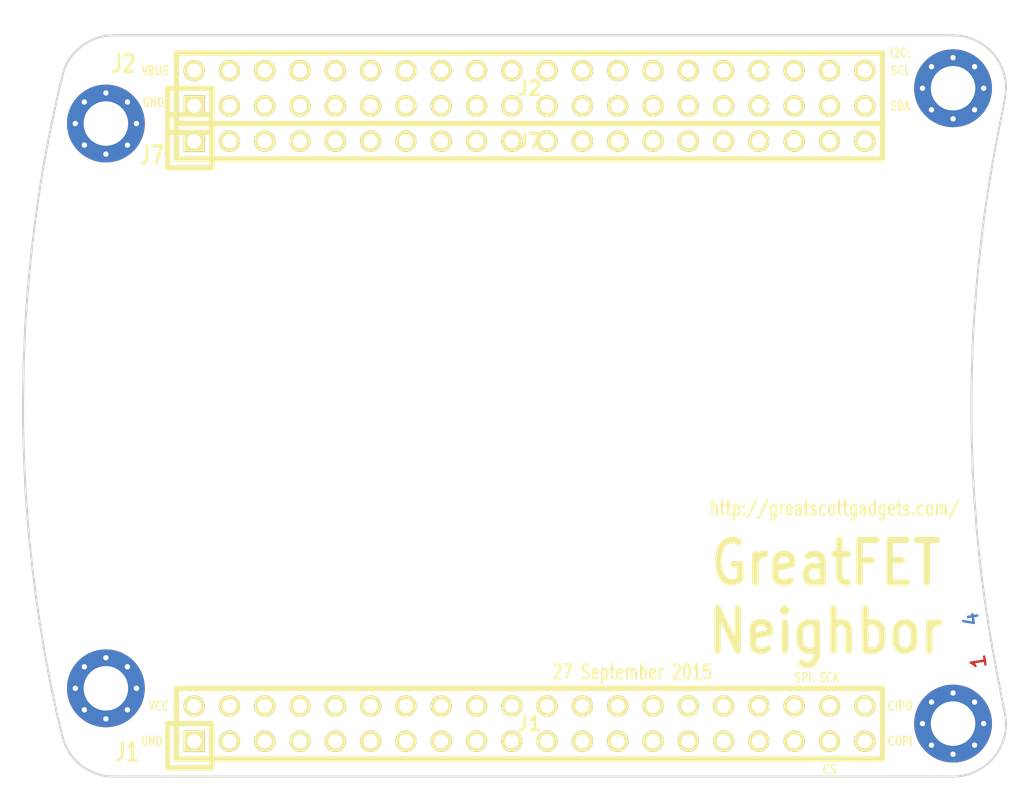
<source format=kicad_pcb>
(kicad_pcb (version 4) (host pcbnew "(2015-08-18 BZR 6102)-product")

  (general
    (links 41)
    (no_connects 0)
    (area 104.14 68.58 275.715801 199.465001)
    (thickness 1.6)
    (drawings 122)
    (tracks 0)
    (zones 0)
    (modules 7)
    (nets 4)
  )

  (page A4)
  (layers
    (0 F.Cu signal)
    (1 C2.Cu power)
    (2 C3.Cu power)
    (31 B.Cu signal)
    (33 F.Adhes user)
    (35 F.Paste user)
    (37 F.SilkS user)
    (39 F.Mask user)
    (40 Dwgs.User user)
    (41 Cmts.User user hide)
    (42 Eco1.User user)
    (43 Eco2.User user)
    (44 Edge.Cuts user)
    (45 Margin user)
    (47 F.CrtYd user)
    (49 F.Fab user)
  )

  (setup
    (last_trace_width 0.2032)
    (user_trace_width 0.3048)
    (user_trace_width 0.508)
    (trace_clearance 0.1524)
    (zone_clearance 0.254)
    (zone_45_only no)
    (trace_min 0.2032)
    (segment_width 0.15)
    (edge_width 0.15)
    (via_size 0.762)
    (via_drill 0.3302)
    (via_min_size 0.6858)
    (via_min_drill 0.3302)
    (user_via 1.016 0.508)
    (uvia_size 0.508)
    (uvia_drill 0.2032)
    (uvias_allowed no)
    (uvia_min_size 0)
    (uvia_min_drill 0)
    (pcb_text_width 0.3)
    (pcb_text_size 1.5 1.5)
    (mod_edge_width 0.2032)
    (mod_text_size 1 1)
    (mod_text_width 0.15)
    (pad_size 1.524 1.524)
    (pad_drill 0.762)
    (pad_to_mask_clearance 0.127)
    (pad_to_paste_clearance_ratio -0.05)
    (aux_axis_origin 0 0)
    (visible_elements FFFFFF7F)
    (pcbplotparams
      (layerselection 0x010a8_80000007)
      (usegerberextensions true)
      (excludeedgelayer true)
      (linewidth 0.100000)
      (plotframeref false)
      (viasonmask false)
      (mode 1)
      (useauxorigin false)
      (hpglpennumber 1)
      (hpglpenspeed 20)
      (hpglpendiameter 15)
      (hpglpenoverlay 2)
      (psnegative false)
      (psa4output false)
      (plotreference false)
      (plotvalue false)
      (plotinvisibletext false)
      (padsonsilk false)
      (subtractmaskfromsilk false)
      (outputformat 1)
      (mirror false)
      (drillshape 0)
      (scaleselection 1)
      (outputdirectory gerber))
  )

  (net 0 "")
  (net 1 GND)
  (net 2 VCC)
  (net 3 /VBUS)

  (net_class Default "This is the default net class."
    (clearance 0.1524)
    (trace_width 0.2032)
    (via_dia 0.762)
    (via_drill 0.3302)
    (uvia_dia 0.508)
    (uvia_drill 0.2032)
    (add_net /VBUS)
    (add_net GND)
    (add_net VCC)
  )

  (module gsg-modules:HEADER-1x20 (layer F.Cu) (tedit 560071ED) (tstamp 56008D0F)
    (at 146.05 76.2)
    (tags CONN)
    (path /560E713A)
    (fp_text reference J7 (at 0 0) (layer F.SilkS)
      (effects (font (size 1.016 1.016) (thickness 0.2032)))
    )
    (fp_text value BONUS_ROW (at -15.24 0) (layer F.SilkS) hide
      (effects (font (size 1.016 1.016) (thickness 0.2032)))
    )
    (fp_line (start -22.86 1.905) (end -22.86 -1.905) (layer F.SilkS) (width 0.381))
    (fp_line (start -22.86 -1.905) (end -26.035 -1.905) (layer F.SilkS) (width 0.381))
    (fp_line (start -26.035 -1.905) (end -26.035 1.905) (layer F.SilkS) (width 0.381))
    (fp_line (start -25.4 -1.27) (end -25.4 1.27) (layer F.SilkS) (width 0.381))
    (fp_line (start -25.4 1.27) (end 25.4 1.27) (layer F.SilkS) (width 0.381))
    (fp_line (start 25.4 1.27) (end 25.4 -1.27) (layer F.SilkS) (width 0.381))
    (fp_line (start 25.4 -1.27) (end -25.4 -1.27) (layer F.SilkS) (width 0.381))
    (fp_line (start -26.035 1.905) (end -22.86 1.905) (layer F.SilkS) (width 0.381))
    (pad 1 thru_hole rect (at -24.13 0) (size 1.524 1.524) (drill 1.016) (layers *.Cu *.Mask F.SilkS)
      (net 1 GND) (die_length 0.08382))
    (pad 2 thru_hole circle (at -21.59 0) (size 1.524 1.524) (drill 1.016) (layers *.Cu *.Mask F.SilkS)
      (die_length 0.06096))
    (pad 3 thru_hole circle (at -19.05 0) (size 1.524 1.524) (drill 1.016) (layers *.Cu *.Mask F.SilkS)
      (die_length 0.08382))
    (pad 4 thru_hole circle (at -16.51 0) (size 1.524 1.524) (drill 1.016) (layers *.Cu *.Mask F.SilkS)
      (die_length -2147.483648))
    (pad 5 thru_hole circle (at -13.97 0) (size 1.524 1.524) (drill 1.016) (layers *.Cu *.Mask F.SilkS)
      (die_length -2147.483648))
    (pad 6 thru_hole circle (at -11.43 0) (size 1.524 1.524) (drill 1.016) (layers *.Cu *.Mask F.SilkS)
      (die_length 0.7874))
    (pad 7 thru_hole circle (at -8.89 0) (size 1.524 1.524) (drill 1.016) (layers *.Cu *.Mask F.SilkS)
      (die_length -2147.483648))
    (pad 8 thru_hole circle (at -6.35 0) (size 1.524 1.524) (drill 1.016) (layers *.Cu *.Mask F.SilkS)
      (die_length -2147.483648))
    (pad 9 thru_hole circle (at -3.81 0) (size 1.524 1.524) (drill 1.016) (layers *.Cu *.Mask F.SilkS))
    (pad 10 thru_hole circle (at -1.27 0) (size 1.524 1.524) (drill 1.016) (layers *.Cu *.Mask F.SilkS)
      (net 1 GND))
    (pad 11 thru_hole circle (at 1.27 0) (size 1.524 1.524) (drill 1.016) (layers *.Cu *.Mask F.SilkS))
    (pad 12 thru_hole circle (at 3.81 0) (size 1.524 1.524) (drill 1.016) (layers *.Cu *.Mask F.SilkS))
    (pad 13 thru_hole circle (at 6.35 0) (size 1.524 1.524) (drill 1.016) (layers *.Cu *.Mask F.SilkS))
    (pad 14 thru_hole circle (at 8.89 0) (size 1.524 1.524) (drill 1.016) (layers *.Cu *.Mask F.SilkS))
    (pad 15 thru_hole circle (at 11.43 0) (size 1.524 1.524) (drill 1.016) (layers *.Cu *.Mask F.SilkS))
    (pad 16 thru_hole circle (at 13.97 0) (size 1.524 1.524) (drill 1.016) (layers *.Cu *.Mask F.SilkS))
    (pad 17 thru_hole circle (at 16.51 0) (size 1.524 1.524) (drill 1.016) (layers *.Cu *.Mask F.SilkS))
    (pad 18 thru_hole circle (at 19.05 0) (size 1.524 1.524) (drill 1.016) (layers *.Cu *.Mask F.SilkS))
    (pad 19 thru_hole circle (at 21.59 0) (size 1.524 1.524) (drill 1.016) (layers *.Cu *.Mask F.SilkS)
      (net 1 GND))
    (pad 20 thru_hole circle (at 24.13 0) (size 1.524 1.524) (drill 1.016) (layers *.Cu *.Mask F.SilkS)
      (net 2 VCC))
  )

  (module gsg-modules:HEADER-2x20 (layer F.Cu) (tedit 4F8A60EE) (tstamp 56008C89)
    (at 146.05 118.11)
    (tags CONN)
    (path /55FB1D52)
    (fp_text reference J1 (at 0 0) (layer F.SilkS)
      (effects (font (size 1.016 1.016) (thickness 0.2032)))
    )
    (fp_text value NEIGHBOR1 (at 0 0) (layer F.SilkS) hide
      (effects (font (size 1.016 1.016) (thickness 0.2032)))
    )
    (fp_line (start -25.4 -2.54) (end 25.4 -2.54) (layer F.SilkS) (width 0.381))
    (fp_line (start 25.4 -2.54) (end 25.4 2.54) (layer F.SilkS) (width 0.381))
    (fp_line (start 25.4 2.54) (end -25.4 2.54) (layer F.SilkS) (width 0.381))
    (fp_line (start -22.86 0) (end -26.035 0) (layer F.SilkS) (width 0.381))
    (fp_line (start -26.035 0) (end -26.035 3.175) (layer F.SilkS) (width 0.381))
    (fp_line (start -26.035 3.175) (end -22.86 3.175) (layer F.SilkS) (width 0.381))
    (fp_line (start -22.86 3.175) (end -22.86 0) (layer F.SilkS) (width 0.381))
    (fp_line (start -25.4 2.54) (end -25.4 -2.54) (layer F.SilkS) (width 0.381))
    (pad 1 thru_hole rect (at -24.13 1.27) (size 1.524 1.524) (drill 1.016) (layers *.Cu *.Mask F.SilkS)
      (net 1 GND) (die_length 0.08382))
    (pad 2 thru_hole circle (at -24.13 -1.27) (size 1.524 1.524) (drill 1.016) (layers *.Cu *.Mask F.SilkS)
      (net 2 VCC) (die_length -2147.483648))
    (pad 3 thru_hole circle (at -21.59 1.27) (size 1.524 1.524) (drill 1.016) (layers *.Cu *.Mask F.SilkS)
      (die_length 0.06096))
    (pad 4 thru_hole circle (at -21.59 -1.27) (size 1.524 1.524) (drill 1.016) (layers *.Cu *.Mask F.SilkS)
      (die_length -2147.483648))
    (pad 5 thru_hole circle (at -19.05 1.27) (size 1.524 1.524) (drill 1.016) (layers *.Cu *.Mask F.SilkS)
      (die_length 0.12192))
    (pad 6 thru_hole circle (at -19.05 -1.27) (size 1.524 1.524) (drill 1.016) (layers *.Cu *.Mask F.SilkS)
      (die_length 0.12192))
    (pad 7 thru_hole circle (at -16.51 1.27) (size 1.524 1.524) (drill 1.016) (layers *.Cu *.Mask F.SilkS)
      (die_length 0.12192))
    (pad 8 thru_hole circle (at -16.51 -1.27) (size 1.524 1.524) (drill 1.016) (layers *.Cu *.Mask F.SilkS)
      (die_length 0.08382))
    (pad 9 thru_hole circle (at -13.97 1.27) (size 1.524 1.524) (drill 1.016) (layers *.Cu *.Mask F.SilkS)
      (die_length -2147.483648))
    (pad 10 thru_hole circle (at -13.97 -1.27) (size 1.524 1.524) (drill 1.016) (layers *.Cu *.Mask F.SilkS)
      (die_length 0.24638))
    (pad 11 thru_hole circle (at -11.43 1.27) (size 1.524 1.524) (drill 1.016) (layers *.Cu *.Mask F.SilkS)
      (die_length -2147.483648))
    (pad 12 thru_hole circle (at -11.43 -1.27) (size 1.524 1.524) (drill 1.016) (layers *.Cu *.Mask F.SilkS)
      (die_length -2147.483648))
    (pad 13 thru_hole circle (at -8.89 1.27) (size 1.524 1.524) (drill 1.016) (layers *.Cu *.Mask F.SilkS)
      (die_length 0.10668))
    (pad 14 thru_hole circle (at -8.89 -1.27) (size 1.524 1.524) (drill 1.016) (layers *.Cu *.Mask F.SilkS)
      (die_length 0.04318))
    (pad 15 thru_hole circle (at -6.35 1.27) (size 1.524 1.524) (drill 1.016) (layers *.Cu *.Mask F.SilkS)
      (die_length 0.02286))
    (pad 16 thru_hole circle (at -6.35 -1.27) (size 1.524 1.524) (drill 1.016) (layers *.Cu *.Mask F.SilkS)
      (die_length 0.25146))
    (pad 17 thru_hole circle (at -3.81 1.27) (size 1.524 1.524) (drill 1.016) (layers *.Cu *.Mask F.SilkS)
      (die_length -2147.483648))
    (pad 18 thru_hole circle (at -3.81 -1.27) (size 1.524 1.524) (drill 1.016) (layers *.Cu *.Mask F.SilkS)
      (die_length -2147.483648))
    (pad 19 thru_hole circle (at -1.27 1.27) (size 1.524 1.524) (drill 1.016) (layers *.Cu *.Mask F.SilkS)
      (die_length 0.08382))
    (pad 20 thru_hole circle (at -1.27 -1.27) (size 1.524 1.524) (drill 1.016) (layers *.Cu *.Mask F.SilkS)
      (die_length 0.08382))
    (pad 21 thru_hole circle (at 1.27 1.27) (size 1.524 1.524) (drill 1.016) (layers *.Cu *.Mask F.SilkS)
      (die_length -2147.483648))
    (pad 22 thru_hole circle (at 1.27 -1.27) (size 1.524 1.524) (drill 1.016) (layers *.Cu *.Mask F.SilkS)
      (die_length 0.08382))
    (pad 23 thru_hole circle (at 3.81 1.27) (size 1.524 1.524) (drill 1.016) (layers *.Cu *.Mask F.SilkS)
      (die_length -2147.483648))
    (pad 24 thru_hole circle (at 3.81 -1.27) (size 1.524 1.524) (drill 1.016) (layers *.Cu *.Mask F.SilkS)
      (die_length -2147.483648))
    (pad 25 thru_hole circle (at 6.35 1.27) (size 1.524 1.524) (drill 1.016) (layers *.Cu *.Mask F.SilkS)
      (die_length 0.08382))
    (pad 26 thru_hole circle (at 6.35 -1.27) (size 1.524 1.524) (drill 1.016) (layers *.Cu *.Mask F.SilkS)
      (die_length -2147.483648))
    (pad 27 thru_hole circle (at 8.89 1.27) (size 1.524 1.524) (drill 1.016) (layers *.Cu *.Mask F.SilkS)
      (die_length -2147.483648))
    (pad 28 thru_hole circle (at 8.89 -1.27) (size 1.524 1.524) (drill 1.016) (layers *.Cu *.Mask F.SilkS)
      (die_length 0.08382))
    (pad 29 thru_hole circle (at 11.43 1.27) (size 1.524 1.524) (drill 1.016) (layers *.Cu *.Mask F.SilkS)
      (die_length 0.08382))
    (pad 30 thru_hole circle (at 11.43 -1.27) (size 1.524 1.524) (drill 1.016) (layers *.Cu *.Mask F.SilkS)
      (die_length -2147.483648))
    (pad 31 thru_hole circle (at 13.97 1.27) (size 1.524 1.524) (drill 1.016) (layers *.Cu *.Mask F.SilkS)
      (die_length 0.08382))
    (pad 32 thru_hole circle (at 13.97 -1.27) (size 1.524 1.524) (drill 1.016) (layers *.Cu *.Mask F.SilkS)
      (die_length -2147.483648))
    (pad 33 thru_hole circle (at 16.51 1.27) (size 1.524 1.524) (drill 1.016) (layers *.Cu *.Mask F.SilkS)
      (die_length -2147.483648))
    (pad 34 thru_hole circle (at 16.51 -1.27) (size 1.524 1.524) (drill 1.016) (layers *.Cu *.Mask F.SilkS)
      (die_length 0.08382))
    (pad 35 thru_hole circle (at 19.05 1.27) (size 1.524 1.524) (drill 1.016) (layers *.Cu *.Mask F.SilkS)
      (die_length -2147.483648))
    (pad 36 thru_hole circle (at 19.05 -1.27) (size 1.524 1.524) (drill 1.016) (layers *.Cu *.Mask F.SilkS)
      (die_length 0.08382))
    (pad 37 thru_hole circle (at 21.59 1.27) (size 1.524 1.524) (drill 1.016) (layers *.Cu *.Mask F.SilkS)
      (die_length 0.08382))
    (pad 38 thru_hole circle (at 21.59 -1.27) (size 1.524 1.524) (drill 1.016) (layers *.Cu *.Mask F.SilkS)
      (die_length -2147.483648))
    (pad 39 thru_hole circle (at 24.13 1.27) (size 1.524 1.524) (drill 1.016) (layers *.Cu *.Mask F.SilkS)
      (die_length 0.08382))
    (pad 40 thru_hole circle (at 24.13 -1.27) (size 1.524 1.524) (drill 1.016) (layers *.Cu *.Mask F.SilkS)
      (die_length 0.08382))
  )

  (module gsg-modules:HEADER-2x20 (layer F.Cu) (tedit 4F8A60EE) (tstamp 56008CB5)
    (at 146.05 72.39)
    (tags CONN)
    (path /55EAB4B7)
    (fp_text reference J2 (at 0 0) (layer F.SilkS)
      (effects (font (size 1.016 1.016) (thickness 0.2032)))
    )
    (fp_text value NEIGHBOR2 (at 0 0) (layer F.SilkS) hide
      (effects (font (size 1.016 1.016) (thickness 0.2032)))
    )
    (fp_line (start -25.4 -2.54) (end 25.4 -2.54) (layer F.SilkS) (width 0.381))
    (fp_line (start 25.4 -2.54) (end 25.4 2.54) (layer F.SilkS) (width 0.381))
    (fp_line (start 25.4 2.54) (end -25.4 2.54) (layer F.SilkS) (width 0.381))
    (fp_line (start -22.86 0) (end -26.035 0) (layer F.SilkS) (width 0.381))
    (fp_line (start -26.035 0) (end -26.035 3.175) (layer F.SilkS) (width 0.381))
    (fp_line (start -26.035 3.175) (end -22.86 3.175) (layer F.SilkS) (width 0.381))
    (fp_line (start -22.86 3.175) (end -22.86 0) (layer F.SilkS) (width 0.381))
    (fp_line (start -25.4 2.54) (end -25.4 -2.54) (layer F.SilkS) (width 0.381))
    (pad 1 thru_hole rect (at -24.13 1.27) (size 1.524 1.524) (drill 1.016) (layers *.Cu *.Mask F.SilkS)
      (net 1 GND) (die_length 0.08382))
    (pad 2 thru_hole circle (at -24.13 -1.27) (size 1.524 1.524) (drill 1.016) (layers *.Cu *.Mask F.SilkS)
      (net 3 /VBUS) (die_length -2147.483648))
    (pad 3 thru_hole circle (at -21.59 1.27) (size 1.524 1.524) (drill 1.016) (layers *.Cu *.Mask F.SilkS)
      (die_length 0.06096))
    (pad 4 thru_hole circle (at -21.59 -1.27) (size 1.524 1.524) (drill 1.016) (layers *.Cu *.Mask F.SilkS)
      (die_length -2147.483648))
    (pad 5 thru_hole circle (at -19.05 1.27) (size 1.524 1.524) (drill 1.016) (layers *.Cu *.Mask F.SilkS)
      (die_length 0.12192))
    (pad 6 thru_hole circle (at -19.05 -1.27) (size 1.524 1.524) (drill 1.016) (layers *.Cu *.Mask F.SilkS)
      (die_length 0.12192))
    (pad 7 thru_hole circle (at -16.51 1.27) (size 1.524 1.524) (drill 1.016) (layers *.Cu *.Mask F.SilkS)
      (die_length 0.12192))
    (pad 8 thru_hole circle (at -16.51 -1.27) (size 1.524 1.524) (drill 1.016) (layers *.Cu *.Mask F.SilkS)
      (die_length 0.08382))
    (pad 9 thru_hole circle (at -13.97 1.27) (size 1.524 1.524) (drill 1.016) (layers *.Cu *.Mask F.SilkS)
      (die_length -2147.483648))
    (pad 10 thru_hole circle (at -13.97 -1.27) (size 1.524 1.524) (drill 1.016) (layers *.Cu *.Mask F.SilkS)
      (die_length 0.24638))
    (pad 11 thru_hole circle (at -11.43 1.27) (size 1.524 1.524) (drill 1.016) (layers *.Cu *.Mask F.SilkS)
      (die_length -2147.483648))
    (pad 12 thru_hole circle (at -11.43 -1.27) (size 1.524 1.524) (drill 1.016) (layers *.Cu *.Mask F.SilkS)
      (die_length -2147.483648))
    (pad 13 thru_hole circle (at -8.89 1.27) (size 1.524 1.524) (drill 1.016) (layers *.Cu *.Mask F.SilkS)
      (die_length 0.10668))
    (pad 14 thru_hole circle (at -8.89 -1.27) (size 1.524 1.524) (drill 1.016) (layers *.Cu *.Mask F.SilkS)
      (die_length 0.04318))
    (pad 15 thru_hole circle (at -6.35 1.27) (size 1.524 1.524) (drill 1.016) (layers *.Cu *.Mask F.SilkS)
      (die_length 0.02286))
    (pad 16 thru_hole circle (at -6.35 -1.27) (size 1.524 1.524) (drill 1.016) (layers *.Cu *.Mask F.SilkS)
      (die_length 0.25146))
    (pad 17 thru_hole circle (at -3.81 1.27) (size 1.524 1.524) (drill 1.016) (layers *.Cu *.Mask F.SilkS)
      (die_length -2147.483648))
    (pad 18 thru_hole circle (at -3.81 -1.27) (size 1.524 1.524) (drill 1.016) (layers *.Cu *.Mask F.SilkS)
      (die_length -2147.483648))
    (pad 19 thru_hole circle (at -1.27 1.27) (size 1.524 1.524) (drill 1.016) (layers *.Cu *.Mask F.SilkS)
      (die_length 0.08382))
    (pad 20 thru_hole circle (at -1.27 -1.27) (size 1.524 1.524) (drill 1.016) (layers *.Cu *.Mask F.SilkS)
      (die_length 0.08382))
    (pad 21 thru_hole circle (at 1.27 1.27) (size 1.524 1.524) (drill 1.016) (layers *.Cu *.Mask F.SilkS)
      (die_length -2147.483648))
    (pad 22 thru_hole circle (at 1.27 -1.27) (size 1.524 1.524) (drill 1.016) (layers *.Cu *.Mask F.SilkS)
      (die_length 0.08382))
    (pad 23 thru_hole circle (at 3.81 1.27) (size 1.524 1.524) (drill 1.016) (layers *.Cu *.Mask F.SilkS)
      (die_length -2147.483648))
    (pad 24 thru_hole circle (at 3.81 -1.27) (size 1.524 1.524) (drill 1.016) (layers *.Cu *.Mask F.SilkS)
      (die_length -2147.483648))
    (pad 25 thru_hole circle (at 6.35 1.27) (size 1.524 1.524) (drill 1.016) (layers *.Cu *.Mask F.SilkS)
      (die_length 0.08382))
    (pad 26 thru_hole circle (at 6.35 -1.27) (size 1.524 1.524) (drill 1.016) (layers *.Cu *.Mask F.SilkS)
      (die_length -2147.483648))
    (pad 27 thru_hole circle (at 8.89 1.27) (size 1.524 1.524) (drill 1.016) (layers *.Cu *.Mask F.SilkS)
      (die_length -2147.483648))
    (pad 28 thru_hole circle (at 8.89 -1.27) (size 1.524 1.524) (drill 1.016) (layers *.Cu *.Mask F.SilkS)
      (die_length 0.08382))
    (pad 29 thru_hole circle (at 11.43 1.27) (size 1.524 1.524) (drill 1.016) (layers *.Cu *.Mask F.SilkS)
      (die_length 0.08382))
    (pad 30 thru_hole circle (at 11.43 -1.27) (size 1.524 1.524) (drill 1.016) (layers *.Cu *.Mask F.SilkS)
      (die_length -2147.483648))
    (pad 31 thru_hole circle (at 13.97 1.27) (size 1.524 1.524) (drill 1.016) (layers *.Cu *.Mask F.SilkS)
      (die_length 0.08382))
    (pad 32 thru_hole circle (at 13.97 -1.27) (size 1.524 1.524) (drill 1.016) (layers *.Cu *.Mask F.SilkS)
      (die_length -2147.483648))
    (pad 33 thru_hole circle (at 16.51 1.27) (size 1.524 1.524) (drill 1.016) (layers *.Cu *.Mask F.SilkS)
      (die_length -2147.483648))
    (pad 34 thru_hole circle (at 16.51 -1.27) (size 1.524 1.524) (drill 1.016) (layers *.Cu *.Mask F.SilkS)
      (die_length 0.08382))
    (pad 35 thru_hole circle (at 19.05 1.27) (size 1.524 1.524) (drill 1.016) (layers *.Cu *.Mask F.SilkS)
      (die_length -2147.483648))
    (pad 36 thru_hole circle (at 19.05 -1.27) (size 1.524 1.524) (drill 1.016) (layers *.Cu *.Mask F.SilkS)
      (die_length 0.08382))
    (pad 37 thru_hole circle (at 21.59 1.27) (size 1.524 1.524) (drill 1.016) (layers *.Cu *.Mask F.SilkS)
      (die_length 0.08382))
    (pad 38 thru_hole circle (at 21.59 -1.27) (size 1.524 1.524) (drill 1.016) (layers *.Cu *.Mask F.SilkS)
      (die_length -2147.483648))
    (pad 39 thru_hole circle (at 24.13 1.27) (size 1.524 1.524) (drill 1.016) (layers *.Cu *.Mask F.SilkS)
      (die_length 0.08382))
    (pad 40 thru_hole circle (at 24.13 -1.27) (size 1.524 1.524) (drill 1.016) (layers *.Cu *.Mask F.SilkS)
      (die_length 0.08382))
  )

  (module gsg-modules:HOLE126MIL-COPPER (layer F.Cu) (tedit 528F8568) (tstamp 56009D36)
    (at 115.57 74.93)
    (path /56010ADB)
    (fp_text reference MH1 (at 0 0) (layer F.SilkS) hide
      (effects (font (size 1.00076 1.00076) (thickness 0.2032)))
    )
    (fp_text value MOUNTING_HOLE (at 0 0) (layer F.SilkS) hide
      (effects (font (size 1.00076 1.00076) (thickness 0.2032)))
    )
    (pad 1 thru_hole circle (at 0 0) (size 5.6 5.6) (drill 3.2004) (layers *.Cu *.Mask)
      (net 1 GND))
    (pad 1 thru_hole circle (at 0 -2.2) (size 0.6 0.6) (drill 0.381) (layers *.Cu *.Mask)
      (net 1 GND))
    (pad 1 thru_hole circle (at -2.2 0) (size 0.6 0.6) (drill 0.381) (layers *.Cu *.Mask)
      (net 1 GND))
    (pad 1 thru_hole circle (at 0 2.2) (size 0.6 0.6) (drill 0.381) (layers *.Cu *.Mask)
      (net 1 GND))
    (pad 1 thru_hole circle (at 2.2 0) (size 0.6 0.6) (drill 0.381) (layers *.Cu *.Mask)
      (net 1 GND))
    (pad 1 thru_hole circle (at 1.55 -1.55) (size 0.6 0.6) (drill 0.381) (layers *.Cu *.Mask)
      (net 1 GND))
    (pad 1 thru_hole circle (at -1.55 -1.55) (size 0.6 0.6) (drill 0.381) (layers *.Cu *.Mask)
      (net 1 GND))
    (pad 1 thru_hole circle (at -1.55 1.55) (size 0.6 0.6) (drill 0.381) (layers *.Cu *.Mask)
      (net 1 GND))
    (pad 1 thru_hole circle (at 1.55 1.55) (size 0.6 0.6) (drill 0.381) (layers *.Cu *.Mask)
      (net 1 GND))
  )

  (module gsg-modules:HOLE126MIL-COPPER (layer F.Cu) (tedit 528F8568) (tstamp 56009D43)
    (at 115.57 115.57)
    (path /56010AE9)
    (fp_text reference MH2 (at 0 0) (layer F.SilkS) hide
      (effects (font (size 1.00076 1.00076) (thickness 0.2032)))
    )
    (fp_text value MOUNTING_HOLE (at 0 0) (layer F.SilkS) hide
      (effects (font (size 1.00076 1.00076) (thickness 0.2032)))
    )
    (pad 1 thru_hole circle (at 0 0) (size 5.6 5.6) (drill 3.2004) (layers *.Cu *.Mask)
      (net 1 GND))
    (pad 1 thru_hole circle (at 0 -2.2) (size 0.6 0.6) (drill 0.381) (layers *.Cu *.Mask)
      (net 1 GND))
    (pad 1 thru_hole circle (at -2.2 0) (size 0.6 0.6) (drill 0.381) (layers *.Cu *.Mask)
      (net 1 GND))
    (pad 1 thru_hole circle (at 0 2.2) (size 0.6 0.6) (drill 0.381) (layers *.Cu *.Mask)
      (net 1 GND))
    (pad 1 thru_hole circle (at 2.2 0) (size 0.6 0.6) (drill 0.381) (layers *.Cu *.Mask)
      (net 1 GND))
    (pad 1 thru_hole circle (at 1.55 -1.55) (size 0.6 0.6) (drill 0.381) (layers *.Cu *.Mask)
      (net 1 GND))
    (pad 1 thru_hole circle (at -1.55 -1.55) (size 0.6 0.6) (drill 0.381) (layers *.Cu *.Mask)
      (net 1 GND))
    (pad 1 thru_hole circle (at -1.55 1.55) (size 0.6 0.6) (drill 0.381) (layers *.Cu *.Mask)
      (net 1 GND))
    (pad 1 thru_hole circle (at 1.55 1.55) (size 0.6 0.6) (drill 0.381) (layers *.Cu *.Mask)
      (net 1 GND))
  )

  (module gsg-modules:HOLE126MIL-COPPER (layer F.Cu) (tedit 528F8568) (tstamp 56009D50)
    (at 176.53 118.11)
    (path /5600EED5)
    (fp_text reference MH3 (at 0 0) (layer F.SilkS) hide
      (effects (font (size 1.00076 1.00076) (thickness 0.2032)))
    )
    (fp_text value MOUNTING_HOLE (at 0 0) (layer F.SilkS) hide
      (effects (font (size 1.00076 1.00076) (thickness 0.2032)))
    )
    (pad 1 thru_hole circle (at 0 0) (size 5.6 5.6) (drill 3.2004) (layers *.Cu *.Mask)
      (net 1 GND))
    (pad 1 thru_hole circle (at 0 -2.2) (size 0.6 0.6) (drill 0.381) (layers *.Cu *.Mask)
      (net 1 GND))
    (pad 1 thru_hole circle (at -2.2 0) (size 0.6 0.6) (drill 0.381) (layers *.Cu *.Mask)
      (net 1 GND))
    (pad 1 thru_hole circle (at 0 2.2) (size 0.6 0.6) (drill 0.381) (layers *.Cu *.Mask)
      (net 1 GND))
    (pad 1 thru_hole circle (at 2.2 0) (size 0.6 0.6) (drill 0.381) (layers *.Cu *.Mask)
      (net 1 GND))
    (pad 1 thru_hole circle (at 1.55 -1.55) (size 0.6 0.6) (drill 0.381) (layers *.Cu *.Mask)
      (net 1 GND))
    (pad 1 thru_hole circle (at -1.55 -1.55) (size 0.6 0.6) (drill 0.381) (layers *.Cu *.Mask)
      (net 1 GND))
    (pad 1 thru_hole circle (at -1.55 1.55) (size 0.6 0.6) (drill 0.381) (layers *.Cu *.Mask)
      (net 1 GND))
    (pad 1 thru_hole circle (at 1.55 1.55) (size 0.6 0.6) (drill 0.381) (layers *.Cu *.Mask)
      (net 1 GND))
  )

  (module gsg-modules:HOLE126MIL-COPPER (layer F.Cu) (tedit 528F8568) (tstamp 56009D5D)
    (at 176.53 72.39)
    (path /560100F3)
    (fp_text reference MH4 (at 0 0) (layer F.SilkS) hide
      (effects (font (size 1.00076 1.00076) (thickness 0.2032)))
    )
    (fp_text value MOUNTING_HOLE (at 0 0) (layer F.SilkS) hide
      (effects (font (size 1.00076 1.00076) (thickness 0.2032)))
    )
    (pad 1 thru_hole circle (at 0 0) (size 5.6 5.6) (drill 3.2004) (layers *.Cu *.Mask)
      (net 1 GND))
    (pad 1 thru_hole circle (at 0 -2.2) (size 0.6 0.6) (drill 0.381) (layers *.Cu *.Mask)
      (net 1 GND))
    (pad 1 thru_hole circle (at -2.2 0) (size 0.6 0.6) (drill 0.381) (layers *.Cu *.Mask)
      (net 1 GND))
    (pad 1 thru_hole circle (at 0 2.2) (size 0.6 0.6) (drill 0.381) (layers *.Cu *.Mask)
      (net 1 GND))
    (pad 1 thru_hole circle (at 2.2 0) (size 0.6 0.6) (drill 0.381) (layers *.Cu *.Mask)
      (net 1 GND))
    (pad 1 thru_hole circle (at 1.55 -1.55) (size 0.6 0.6) (drill 0.381) (layers *.Cu *.Mask)
      (net 1 GND))
    (pad 1 thru_hole circle (at -1.55 -1.55) (size 0.6 0.6) (drill 0.381) (layers *.Cu *.Mask)
      (net 1 GND))
    (pad 1 thru_hole circle (at -1.55 1.55) (size 0.6 0.6) (drill 0.381) (layers *.Cu *.Mask)
      (net 1 GND))
    (pad 1 thru_hole circle (at 1.55 1.55) (size 0.6 0.6) (drill 0.381) (layers *.Cu *.Mask)
      (net 1 GND))
  )

  (gr_line (start 109.6772 98.933) (end 109.728 99.9998) (angle 90) (layer Edge.Cuts) (width 0.15))
  (gr_line (start 109.6264 97.4852) (end 109.6772 98.933) (angle 90) (layer Edge.Cuts) (width 0.15))
  (gr_line (start 109.601 95.5802) (end 109.6264 97.4852) (angle 90) (layer Edge.Cuts) (width 0.15))
  (gr_line (start 109.6264 93.726) (end 109.601 95.5802) (angle 90) (layer Edge.Cuts) (width 0.15))
  (gr_line (start 109.6518 92.1766) (end 109.6264 93.726) (angle 90) (layer Edge.Cuts) (width 0.15))
  (gr_line (start 109.728 90.5002) (end 109.6518 92.1766) (angle 90) (layer Edge.Cuts) (width 0.15))
  (gr_line (start 177.927 99.0346) (end 177.9524 99.9998) (angle 90) (layer Edge.Cuts) (width 0.15))
  (gr_line (start 177.8762 97.79) (end 177.927 99.0346) (angle 90) (layer Edge.Cuts) (width 0.15))
  (gr_line (start 177.8508 96.393) (end 177.8762 97.79) (angle 90) (layer Edge.Cuts) (width 0.15))
  (gr_line (start 177.8508 95.123) (end 177.8508 96.393) (angle 90) (layer Edge.Cuts) (width 0.15))
  (gr_line (start 177.8508 94.0054) (end 177.8508 95.123) (angle 90) (layer Edge.Cuts) (width 0.15))
  (gr_line (start 177.9016 92.3544) (end 177.8508 94.0054) (angle 90) (layer Edge.Cuts) (width 0.15))
  (gr_line (start 177.9524 90.5002) (end 177.9016 92.3544) (angle 90) (layer Edge.Cuts) (width 0.15))
  (gr_text "27 September 2015" (at 153.4414 114.4016) (layer F.SilkS) (tstamp 560474D3)
    (effects (font (size 1.016 0.762) (thickness 0.1524)))
  )
  (gr_text 4 (at 177.8508 110.5916 98.9) (layer B.Cu)
    (effects (font (size 1.016 1.016) (thickness 0.1778)))
  )
  (gr_text 3 (at 178.0286 111.633 98.9) (layer C3.Cu)
    (effects (font (size 1.016 1.016) (thickness 0.1778)))
  )
  (gr_text 2 (at 178.181 112.6236 98.9) (layer C2.Cu)
    (effects (font (size 1.016 1.016) (thickness 0.1778)))
  )
  (gr_text 1 (at 178.3588 113.6396 98.9) (layer F.Cu)
    (effects (font (size 1.016 1.016) (thickness 0.1778)))
  )
  (gr_text http://greatscottgadgets.com/ (at 168.021 102.616) (layer F.SilkS) (tstamp 5604731D)
    (effects (font (size 1.016 0.762) (thickness 0.1524)))
  )
  (gr_text GND (at 118.999 73.406) (layer F.SilkS) (tstamp 56047187)
    (effects (font (size 0.635 0.508) (thickness 0.1016)))
  )
  (gr_text VBUS (at 119.126 71.12) (layer F.SilkS) (tstamp 5604717B)
    (effects (font (size 0.635 0.508) (thickness 0.1016)))
  )
  (gr_text VCC (at 119.38 116.84) (layer F.SilkS) (tstamp 5604716F)
    (effects (font (size 0.635 0.508) (thickness 0.1016)))
  )
  (gr_text GND (at 118.872 119.38) (layer F.SilkS) (tstamp 56047160)
    (effects (font (size 0.635 0.508) (thickness 0.1016)))
  )
  (gr_text SPI: (at 165.862 114.808) (layer F.SilkS) (tstamp 56047136)
    (effects (font (size 0.635 0.508) (thickness 0.1016)))
  )
  (gr_text I2C: (at 172.72 69.85) (layer F.SilkS) (tstamp 56047105)
    (effects (font (size 0.635 0.508) (thickness 0.1016)))
  )
  (gr_text SCL (at 172.72 71.12) (layer F.SilkS) (tstamp 560470D5)
    (effects (font (size 0.635 0.508) (thickness 0.1016)))
  )
  (gr_text SDA (at 172.72 73.66) (layer F.SilkS) (tstamp 560470CC)
    (effects (font (size 0.635 0.508) (thickness 0.1016)))
  )
  (gr_text SCK (at 167.64 114.808) (layer F.SilkS) (tstamp 560470C2)
    (effects (font (size 0.635 0.508) (thickness 0.1016)))
  )
  (gr_text CS (at 167.64 121.412) (layer F.SilkS) (tstamp 560470B5)
    (effects (font (size 0.635 0.508) (thickness 0.1016)))
  )
  (gr_text CIPO (at 172.72 116.84) (layer F.SilkS) (tstamp 5604709A)
    (effects (font (size 0.635 0.508) (thickness 0.1016)))
  )
  (gr_text COPI (at 172.72 119.38) (layer F.SilkS) (tstamp 56047061)
    (effects (font (size 0.635 0.508) (thickness 0.1016)))
  )
  (gr_text J7 (at 118.872 77.216) (layer F.SilkS) (tstamp 56046FC0)
    (effects (font (size 1.27 1.016) (thickness 0.2032)))
  )
  (gr_text J2 (at 116.84 70.612) (layer F.SilkS) (tstamp 56046F86)
    (effects (font (size 1.27 1.016) (thickness 0.2032)))
  )
  (gr_text J1 (at 117.094 120.142) (layer F.SilkS) (tstamp 56046F78)
    (effects (font (size 1.27 1.016) (thickness 0.2032)))
  )
  (gr_line (start 180.2638 73.1266) (end 180.34 72.39) (angle 90) (layer Edge.Cuts) (width 0.15))
  (gr_line (start 109.7788 101.2952) (end 109.728 99.9998) (angle 90) (layer Edge.Cuts) (width 0.15))
  (gr_line (start 109.9058 103.0224) (end 109.7788 101.2952) (angle 90) (layer Edge.Cuts) (width 0.15))
  (gr_line (start 110.0582 104.8512) (end 109.9058 103.0224) (angle 90) (layer Edge.Cuts) (width 0.15))
  (gr_line (start 110.2614 106.7308) (end 110.0582 104.8512) (angle 90) (layer Edge.Cuts) (width 0.15))
  (gr_line (start 110.5154 108.8136) (end 110.2614 106.7308) (angle 90) (layer Edge.Cuts) (width 0.15))
  (gr_line (start 110.7948 110.744) (end 110.5154 108.8136) (angle 90) (layer Edge.Cuts) (width 0.15))
  (gr_line (start 111.1504 112.9284) (end 110.7948 110.744) (angle 90) (layer Edge.Cuts) (width 0.15))
  (gr_line (start 111.5314 114.9858) (end 111.1504 112.9284) (angle 90) (layer Edge.Cuts) (width 0.15))
  (gr_line (start 112.0902 117.602) (end 111.5314 114.9858) (angle 90) (layer Edge.Cuts) (width 0.15))
  (gr_line (start 112.3442 118.6434) (end 112.0902 117.602) (angle 90) (layer Edge.Cuts) (width 0.15))
  (gr_line (start 112.4458 119.0244) (end 112.3442 118.6434) (angle 90) (layer Edge.Cuts) (width 0.15))
  (gr_line (start 112.5474 119.4054) (end 112.4458 119.0244) (angle 90) (layer Edge.Cuts) (width 0.15))
  (gr_line (start 112.6998 119.761) (end 112.5474 119.4054) (angle 90) (layer Edge.Cuts) (width 0.15))
  (gr_line (start 112.8776 120.0912) (end 112.6998 119.761) (angle 90) (layer Edge.Cuts) (width 0.15))
  (gr_line (start 113.03 120.3198) (end 112.8776 120.0912) (angle 90) (layer Edge.Cuts) (width 0.15))
  (gr_line (start 113.2586 120.6246) (end 113.03 120.3198) (angle 90) (layer Edge.Cuts) (width 0.15))
  (gr_line (start 113.4872 120.8532) (end 113.2586 120.6246) (angle 90) (layer Edge.Cuts) (width 0.15))
  (gr_line (start 113.7412 121.0818) (end 113.4872 120.8532) (angle 90) (layer Edge.Cuts) (width 0.15))
  (gr_line (start 114.0968 121.3358) (end 113.7412 121.0818) (angle 90) (layer Edge.Cuts) (width 0.15))
  (gr_line (start 114.3762 121.4882) (end 114.0968 121.3358) (angle 90) (layer Edge.Cuts) (width 0.15))
  (gr_line (start 114.7572 121.666) (end 114.3762 121.4882) (angle 90) (layer Edge.Cuts) (width 0.15))
  (gr_line (start 115.2398 121.8184) (end 114.7572 121.666) (angle 90) (layer Edge.Cuts) (width 0.15))
  (gr_line (start 115.6462 121.8946) (end 115.2398 121.8184) (angle 90) (layer Edge.Cuts) (width 0.15))
  (gr_line (start 116.1288 121.92) (end 115.6462 121.8946) (angle 90) (layer Edge.Cuts) (width 0.15))
  (gr_line (start 109.7534 89.7128) (end 109.728 90.5002) (angle 90) (layer Edge.Cuts) (width 0.15))
  (gr_line (start 109.8804 87.7824) (end 109.7534 89.7128) (angle 90) (layer Edge.Cuts) (width 0.15))
  (gr_line (start 110.0074 86.2584) (end 109.8804 87.7824) (angle 90) (layer Edge.Cuts) (width 0.15))
  (gr_line (start 110.2106 84.201) (end 110.0074 86.2584) (angle 90) (layer Edge.Cuts) (width 0.15))
  (gr_line (start 110.4392 82.2706) (end 110.2106 84.201) (angle 90) (layer Edge.Cuts) (width 0.15))
  (gr_line (start 110.7186 80.264) (end 110.4392 82.2706) (angle 90) (layer Edge.Cuts) (width 0.15))
  (gr_line (start 111.0488 78.1304) (end 110.7186 80.264) (angle 90) (layer Edge.Cuts) (width 0.15))
  (gr_line (start 111.4806 75.8444) (end 111.0488 78.1304) (angle 90) (layer Edge.Cuts) (width 0.15))
  (gr_line (start 112.014 73.3298) (end 111.4806 75.8444) (angle 90) (layer Edge.Cuts) (width 0.15))
  (gr_line (start 112.3188 71.9582) (end 112.014 73.3298) (angle 90) (layer Edge.Cuts) (width 0.15))
  (gr_line (start 112.395 71.6788) (end 112.3188 71.9582) (angle 90) (layer Edge.Cuts) (width 0.15))
  (gr_line (start 112.4712 71.374) (end 112.395 71.6788) (angle 90) (layer Edge.Cuts) (width 0.15))
  (gr_line (start 112.5474 71.0946) (end 112.4712 71.374) (angle 90) (layer Edge.Cuts) (width 0.15))
  (gr_line (start 112.649 70.8406) (end 112.5474 71.0946) (angle 90) (layer Edge.Cuts) (width 0.15))
  (gr_line (start 112.8268 70.485) (end 112.649 70.8406) (angle 90) (layer Edge.Cuts) (width 0.15))
  (gr_line (start 113.0046 70.2056) (end 112.8268 70.485) (angle 90) (layer Edge.Cuts) (width 0.15))
  (gr_line (start 113.1824 69.977) (end 113.0046 70.2056) (angle 90) (layer Edge.Cuts) (width 0.15))
  (gr_line (start 113.3856 69.7484) (end 113.1824 69.977) (angle 90) (layer Edge.Cuts) (width 0.15))
  (gr_line (start 113.6904 69.469) (end 113.3856 69.7484) (angle 90) (layer Edge.Cuts) (width 0.15))
  (gr_line (start 114.0206 69.215) (end 113.6904 69.469) (angle 90) (layer Edge.Cuts) (width 0.15))
  (gr_line (start 114.3762 69.0118) (end 114.0206 69.215) (angle 90) (layer Edge.Cuts) (width 0.15))
  (gr_line (start 114.8334 68.8086) (end 114.3762 69.0118) (angle 90) (layer Edge.Cuts) (width 0.15))
  (gr_line (start 115.2398 68.6816) (end 114.8334 68.8086) (angle 90) (layer Edge.Cuts) (width 0.15))
  (gr_line (start 115.697 68.6054) (end 115.2398 68.6816) (angle 90) (layer Edge.Cuts) (width 0.15))
  (gr_line (start 116.1288 68.58) (end 115.697 68.6054) (angle 90) (layer Edge.Cuts) (width 0.15))
  (gr_line (start 180.2892 117.5004) (end 180.34 118.11) (angle 90) (layer Edge.Cuts) (width 0.15))
  (gr_line (start 180.1368 116.7892) (end 180.2892 117.5004) (angle 90) (layer Edge.Cuts) (width 0.15))
  (gr_line (start 179.8828 115.4684) (end 180.1368 116.7892) (angle 90) (layer Edge.Cuts) (width 0.15))
  (gr_line (start 179.5526 113.7158) (end 179.8828 115.4684) (angle 90) (layer Edge.Cuts) (width 0.15))
  (gr_line (start 179.2224 111.887) (end 179.5526 113.7158) (angle 90) (layer Edge.Cuts) (width 0.15))
  (gr_line (start 178.8922 109.8042) (end 179.2224 111.887) (angle 90) (layer Edge.Cuts) (width 0.15))
  (gr_line (start 178.6382 107.9246) (end 178.8922 109.8042) (angle 90) (layer Edge.Cuts) (width 0.15))
  (gr_line (start 178.4096 105.9942) (end 178.6382 107.9246) (angle 90) (layer Edge.Cuts) (width 0.15))
  (gr_line (start 178.2318 104.1146) (end 178.4096 105.9942) (angle 90) (layer Edge.Cuts) (width 0.15))
  (gr_line (start 178.0794 102.108) (end 178.2318 104.1146) (angle 90) (layer Edge.Cuts) (width 0.15))
  (gr_line (start 177.9524 99.9998) (end 178.0794 102.108) (angle 90) (layer Edge.Cuts) (width 0.15))
  (gr_line (start 180.1368 73.8124) (end 180.2638 73.1266) (angle 90) (layer Edge.Cuts) (width 0.15))
  (gr_line (start 179.8066 75.438) (end 180.1368 73.8124) (angle 90) (layer Edge.Cuts) (width 0.15))
  (gr_line (start 179.5018 77.0636) (end 179.8066 75.438) (angle 90) (layer Edge.Cuts) (width 0.15))
  (gr_line (start 179.197 78.8162) (end 179.5018 77.0636) (angle 90) (layer Edge.Cuts) (width 0.15))
  (gr_line (start 178.9176 80.5688) (end 179.197 78.8162) (angle 90) (layer Edge.Cuts) (width 0.15))
  (gr_line (start 178.6636 82.4484) (end 178.9176 80.5688) (angle 90) (layer Edge.Cuts) (width 0.15))
  (gr_line (start 178.4604 84.2264) (end 178.6636 82.4484) (angle 90) (layer Edge.Cuts) (width 0.15))
  (gr_line (start 178.2572 86.233) (end 178.4604 84.2264) (angle 90) (layer Edge.Cuts) (width 0.15))
  (gr_line (start 178.0794 88.4682) (end 178.2572 86.233) (angle 90) (layer Edge.Cuts) (width 0.15))
  (gr_line (start 177.9524 90.5002) (end 178.0794 88.4682) (angle 90) (layer Edge.Cuts) (width 0.15))
  (gr_arc (start 116.1288 72.39) (end 116.1288 68.58) (angle -70) (layer Cmts.User) (width 0.15))
  (gr_arc (start 176.53 118.11) (end 180.34 118.11) (angle 90) (layer Edge.Cuts) (width 0.15))
  (gr_arc (start 279.4508 95.25) (end 177.8508 95.25) (angle 12.5) (layer Cmts.User) (width 0.15))
  (gr_text "GreatFET\nNeighbor" (at 167.386 109.0168) (layer F.SilkS)
    (effects (font (size 3.048 2.54) (thickness 0.4572)))
  )
  (gr_line (start 112.268 118.364) (end 112.5474 119.4054) (angle 90) (layer Cmts.User) (width 0.15))
  (gr_line (start 112.2934 72.0598) (end 112.5474 71.0946) (angle 90) (layer Cmts.User) (width 0.15))
  (gr_arc (start 211.201 95.25) (end 109.601 95.25) (angle -13.2) (layer Cmts.User) (width 0.15) (tstamp 56023987))
  (gr_arc (start 211.201 95.25) (end 109.601 95.25) (angle 13.2) (layer Cmts.User) (width 0.15) (tstamp 56023945))
  (gr_arc (start 279.4508 95.25) (end 177.8508 95.25) (angle -12.5) (layer Cmts.User) (width 0.15) (tstamp 560238D2))
  (gr_circle (center 115.57 115.57) (end 115.57 119.38) (layer Cmts.User) (width 0.2032) (tstamp 560232CB))
  (gr_circle (center 115.57 74.93) (end 115.57 71.12) (layer Cmts.User) (width 0.2032) (tstamp 56023137))
  (gr_arc (start 116.1288 118.11) (end 116.1288 121.92) (angle 70) (layer Cmts.User) (width 0.15))
  (gr_circle (center 176.53 118.11) (end 176.53 121.92) (layer Cmts.User) (width 0.2032))
  (gr_circle (center 176.53 72.39) (end 176.53 68.58) (layer Cmts.User) (width 0.2032))
  (gr_arc (start 176.53 72.39) (end 176.53 68.58) (angle 90) (layer Edge.Cuts) (width 0.15))
  (gr_line (start 176.53 121.92) (end 116.1288 121.92) (angle 90) (layer Edge.Cuts) (width 0.15))
  (gr_line (start 116.1288 68.58) (end 176.53 68.58) (angle 90) (layer Edge.Cuts) (width 0.15))

  (zone (net 2) (net_name VCC) (layer C3.Cu) (tstamp 0) (hatch edge 0.508)
    (connect_pads (clearance 0.254))
    (min_thickness 0.254)
    (fill yes (arc_segments 16) (thermal_gap 0.254) (thermal_bridge_width 0.508))
    (polygon
      (pts
        (xy 107.95 66.04) (xy 181.61 66.04) (xy 181.5084 109.0422) (xy 176.2506 109.8296) (xy 177.1142 114.7826)
        (xy 181.61 114.0714) (xy 181.61 124.46) (xy 107.95 124.46)
      )
    )
    (filled_polygon
      (pts
        (xy 177.810102 69.299562) (xy 178.895319 70.024681) (xy 179.620438 71.109898) (xy 179.879343 72.411499) (xy 179.812101 73.061507)
        (xy 179.689133 73.725533) (xy 179.359726 75.347229) (xy 179.359712 75.350722) (xy 179.35841 75.353965) (xy 179.05361 76.979564)
        (xy 179.053644 76.982618) (xy 179.052543 76.985468) (xy 178.747743 78.738068) (xy 178.747822 78.741341) (xy 178.746686 78.744411)
        (xy 178.467286 80.497011) (xy 178.467497 80.502522) (xy 178.465708 80.507733) (xy 178.211707 82.387333) (xy 178.212002 82.392088)
        (xy 178.210549 82.396623) (xy 178.007349 84.174623) (xy 178.007595 84.177601) (xy 178.00672 84.180458) (xy 177.80352 86.187058)
        (xy 177.803996 86.192034) (xy 177.802636 86.196842) (xy 177.624836 88.432041) (xy 177.625295 88.43595) (xy 177.624288 88.439755)
        (xy 177.497288 90.471756) (xy 177.498372 90.479798) (xy 177.496571 90.487711) (xy 177.445789 92.341241) (xy 177.395016 93.991376)
        (xy 177.396191 93.998407) (xy 177.3948 94.0054) (xy 177.3948 96.393) (xy 177.395623 96.397137) (xy 177.394875 96.40129)
        (xy 177.420275 97.79829) (xy 177.421392 97.803415) (xy 177.420579 97.808597) (xy 177.471246 99.049933) (xy 177.496558 100.011796)
        (xy 177.49829 100.019447) (xy 177.497225 100.02722) (xy 177.624225 102.13542) (xy 177.625146 102.138932) (xy 177.62471 102.142533)
        (xy 177.77711 104.149133) (xy 177.778265 104.15327) (xy 177.777827 104.157543) (xy 177.955627 106.037144) (xy 177.957192 106.042377)
        (xy 177.956764 106.047825) (xy 178.185364 107.978225) (xy 178.186544 107.981855) (xy 178.186307 107.985667) (xy 178.375139 109.383017)
        (xy 176.23179 109.704001) (xy 176.184407 109.721214) (xy 176.147454 109.755506) (xy 176.126754 109.801473) (xy 176.125488 109.851414)
        (xy 176.989088 114.804414) (xy 177.007432 114.851372) (xy 177.0426 114.887492) (xy 177.08905 114.907085) (xy 177.134044 114.90804)
        (xy 179.250134 114.573292) (xy 179.434684 115.552828) (xy 179.435011 115.55364) (xy 179.435005 115.554514) (xy 179.689005 116.875314)
        (xy 179.69085 116.879849) (xy 179.690922 116.884745) (xy 179.837201 117.56738) (xy 179.880248 118.083949) (xy 179.620438 119.390102)
        (xy 178.895319 120.475319) (xy 177.810102 121.200438) (xy 176.485089 121.464) (xy 116.140797 121.464) (xy 115.70044 121.440823)
        (xy 115.350878 121.37528) (xy 114.922979 121.240154) (xy 114.581983 121.081022) (xy 114.339392 120.948699) (xy 114.027152 120.725671)
        (xy 113.801168 120.522286) (xy 113.603954 120.325072) (xy 113.402393 120.056324) (xy 113.26892 119.856114) (xy 113.110924 119.562693)
        (xy 112.979512 119.256064) (xy 112.886403 118.906906) (xy 112.786057 118.53061) (xy 112.534771 117.500335) (xy 112.257022 116.199964)
        (xy 112.38845 116.199964) (xy 112.871707 117.369537) (xy 113.765756 118.265148) (xy 114.934484 118.750446) (xy 116.199964 118.75155)
        (xy 116.52318 118.618) (xy 120.769536 118.618) (xy 120.769536 120.142) (xy 120.796103 120.28319) (xy 120.879546 120.412865)
        (xy 121.006866 120.499859) (xy 121.158 120.530464) (xy 122.682 120.530464) (xy 122.82319 120.503897) (xy 122.952865 120.420454)
        (xy 123.039859 120.293134) (xy 123.070464 120.142) (xy 123.070464 119.606359) (xy 123.316802 119.606359) (xy 123.490446 120.026612)
        (xy 123.811697 120.348423) (xy 124.231646 120.522801) (xy 124.686359 120.523198) (xy 125.106612 120.349554) (xy 125.428423 120.028303)
        (xy 125.602801 119.608354) (xy 125.602802 119.606359) (xy 125.856802 119.606359) (xy 126.030446 120.026612) (xy 126.351697 120.348423)
        (xy 126.771646 120.522801) (xy 127.226359 120.523198) (xy 127.646612 120.349554) (xy 127.968423 120.028303) (xy 128.142801 119.608354)
        (xy 128.142802 119.606359) (xy 128.396802 119.606359) (xy 128.570446 120.026612) (xy 128.891697 120.348423) (xy 129.311646 120.522801)
        (xy 129.766359 120.523198) (xy 130.186612 120.349554) (xy 130.508423 120.028303) (xy 130.682801 119.608354) (xy 130.682802 119.606359)
        (xy 130.936802 119.606359) (xy 131.110446 120.026612) (xy 131.431697 120.348423) (xy 131.851646 120.522801) (xy 132.306359 120.523198)
        (xy 132.726612 120.349554) (xy 133.048423 120.028303) (xy 133.222801 119.608354) (xy 133.222802 119.606359) (xy 133.476802 119.606359)
        (xy 133.650446 120.026612) (xy 133.971697 120.348423) (xy 134.391646 120.522801) (xy 134.846359 120.523198) (xy 135.266612 120.349554)
        (xy 135.588423 120.028303) (xy 135.762801 119.608354) (xy 135.762802 119.606359) (xy 136.016802 119.606359) (xy 136.190446 120.026612)
        (xy 136.511697 120.348423) (xy 136.931646 120.522801) (xy 137.386359 120.523198) (xy 137.806612 120.349554) (xy 138.128423 120.028303)
        (xy 138.302801 119.608354) (xy 138.302802 119.606359) (xy 138.556802 119.606359) (xy 138.730446 120.026612) (xy 139.051697 120.348423)
        (xy 139.471646 120.522801) (xy 139.926359 120.523198) (xy 140.346612 120.349554) (xy 140.668423 120.028303) (xy 140.842801 119.608354)
        (xy 140.842802 119.606359) (xy 141.096802 119.606359) (xy 141.270446 120.026612) (xy 141.591697 120.348423) (xy 142.011646 120.522801)
        (xy 142.466359 120.523198) (xy 142.886612 120.349554) (xy 143.208423 120.028303) (xy 143.382801 119.608354) (xy 143.382802 119.606359)
        (xy 143.636802 119.606359) (xy 143.810446 120.026612) (xy 144.131697 120.348423) (xy 144.551646 120.522801) (xy 145.006359 120.523198)
        (xy 145.426612 120.349554) (xy 145.748423 120.028303) (xy 145.922801 119.608354) (xy 145.922802 119.606359) (xy 146.176802 119.606359)
        (xy 146.350446 120.026612) (xy 146.671697 120.348423) (xy 147.091646 120.522801) (xy 147.546359 120.523198) (xy 147.966612 120.349554)
        (xy 148.288423 120.028303) (xy 148.462801 119.608354) (xy 148.462802 119.606359) (xy 148.716802 119.606359) (xy 148.890446 120.026612)
        (xy 149.211697 120.348423) (xy 149.631646 120.522801) (xy 150.086359 120.523198) (xy 150.506612 120.349554) (xy 150.828423 120.028303)
        (xy 151.002801 119.608354) (xy 151.002802 119.606359) (xy 151.256802 119.606359) (xy 151.430446 120.026612) (xy 151.751697 120.348423)
        (xy 152.171646 120.522801) (xy 152.626359 120.523198) (xy 153.046612 120.349554) (xy 153.368423 120.028303) (xy 153.542801 119.608354)
        (xy 153.542802 119.606359) (xy 153.796802 119.606359) (xy 153.970446 120.026612) (xy 154.291697 120.348423) (xy 154.711646 120.522801)
        (xy 155.166359 120.523198) (xy 155.586612 120.349554) (xy 155.908423 120.028303) (xy 156.082801 119.608354) (xy 156.082802 119.606359)
        (xy 156.336802 119.606359) (xy 156.510446 120.026612) (xy 156.831697 120.348423) (xy 157.251646 120.522801) (xy 157.706359 120.523198)
        (xy 158.126612 120.349554) (xy 158.448423 120.028303) (xy 158.622801 119.608354) (xy 158.622802 119.606359) (xy 158.876802 119.606359)
        (xy 159.050446 120.026612) (xy 159.371697 120.348423) (xy 159.791646 120.522801) (xy 160.246359 120.523198) (xy 160.666612 120.349554)
        (xy 160.988423 120.028303) (xy 161.162801 119.608354) (xy 161.162802 119.606359) (xy 161.416802 119.606359) (xy 161.590446 120.026612)
        (xy 161.911697 120.348423) (xy 162.331646 120.522801) (xy 162.786359 120.523198) (xy 163.206612 120.349554) (xy 163.528423 120.028303)
        (xy 163.702801 119.608354) (xy 163.702802 119.606359) (xy 163.956802 119.606359) (xy 164.130446 120.026612) (xy 164.451697 120.348423)
        (xy 164.871646 120.522801) (xy 165.326359 120.523198) (xy 165.746612 120.349554) (xy 166.068423 120.028303) (xy 166.242801 119.608354)
        (xy 166.242802 119.606359) (xy 166.496802 119.606359) (xy 166.670446 120.026612) (xy 166.991697 120.348423) (xy 167.411646 120.522801)
        (xy 167.866359 120.523198) (xy 168.286612 120.349554) (xy 168.608423 120.028303) (xy 168.782801 119.608354) (xy 168.782802 119.606359)
        (xy 169.036802 119.606359) (xy 169.210446 120.026612) (xy 169.531697 120.348423) (xy 169.951646 120.522801) (xy 170.406359 120.523198)
        (xy 170.826612 120.349554) (xy 171.148423 120.028303) (xy 171.322801 119.608354) (xy 171.323198 119.153641) (xy 171.152272 118.739964)
        (xy 173.34845 118.739964) (xy 173.831707 119.909537) (xy 174.725756 120.805148) (xy 175.894484 121.290446) (xy 177.159964 121.29155)
        (xy 178.329537 120.808293) (xy 179.225148 119.914244) (xy 179.710446 118.745516) (xy 179.71155 117.480036) (xy 179.228293 116.310463)
        (xy 178.334244 115.414852) (xy 177.165516 114.929554) (xy 175.900036 114.92845) (xy 174.730463 115.411707) (xy 173.834852 116.305756)
        (xy 173.349554 117.474484) (xy 173.34845 118.739964) (xy 171.152272 118.739964) (xy 171.149554 118.733388) (xy 170.828303 118.411577)
        (xy 170.408354 118.237199) (xy 169.953641 118.236802) (xy 169.533388 118.410446) (xy 169.211577 118.731697) (xy 169.037199 119.151646)
        (xy 169.036802 119.606359) (xy 168.782802 119.606359) (xy 168.783198 119.153641) (xy 168.609554 118.733388) (xy 168.288303 118.411577)
        (xy 167.868354 118.237199) (xy 167.413641 118.236802) (xy 166.993388 118.410446) (xy 166.671577 118.731697) (xy 166.497199 119.151646)
        (xy 166.496802 119.606359) (xy 166.242802 119.606359) (xy 166.243198 119.153641) (xy 166.069554 118.733388) (xy 165.748303 118.411577)
        (xy 165.328354 118.237199) (xy 164.873641 118.236802) (xy 164.453388 118.410446) (xy 164.131577 118.731697) (xy 163.957199 119.151646)
        (xy 163.956802 119.606359) (xy 163.702802 119.606359) (xy 163.703198 119.153641) (xy 163.529554 118.733388) (xy 163.208303 118.411577)
        (xy 162.788354 118.237199) (xy 162.333641 118.236802) (xy 161.913388 118.410446) (xy 161.591577 118.731697) (xy 161.417199 119.151646)
        (xy 161.416802 119.606359) (xy 161.162802 119.606359) (xy 161.163198 119.153641) (xy 160.989554 118.733388) (xy 160.668303 118.411577)
        (xy 160.248354 118.237199) (xy 159.793641 118.236802) (xy 159.373388 118.410446) (xy 159.051577 118.731697) (xy 158.877199 119.151646)
        (xy 158.876802 119.606359) (xy 158.622802 119.606359) (xy 158.623198 119.153641) (xy 158.449554 118.733388) (xy 158.128303 118.411577)
        (xy 157.708354 118.237199) (xy 157.253641 118.236802) (xy 156.833388 118.410446) (xy 156.511577 118.731697) (xy 156.337199 119.151646)
        (xy 156.336802 119.606359) (xy 156.082802 119.606359) (xy 156.083198 119.153641) (xy 155.909554 118.733388) (xy 155.588303 118.411577)
        (xy 155.168354 118.237199) (xy 154.713641 118.236802) (xy 154.293388 118.410446) (xy 153.971577 118.731697) (xy 153.797199 119.151646)
        (xy 153.796802 119.606359) (xy 153.542802 119.606359) (xy 153.543198 119.153641) (xy 153.369554 118.733388) (xy 153.048303 118.411577)
        (xy 152.628354 118.237199) (xy 152.173641 118.236802) (xy 151.753388 118.410446) (xy 151.431577 118.731697) (xy 151.257199 119.151646)
        (xy 151.256802 119.606359) (xy 151.002802 119.606359) (xy 151.003198 119.153641) (xy 150.829554 118.733388) (xy 150.508303 118.411577)
        (xy 150.088354 118.237199) (xy 149.633641 118.236802) (xy 149.213388 118.410446) (xy 148.891577 118.731697) (xy 148.717199 119.151646)
        (xy 148.716802 119.606359) (xy 148.462802 119.606359) (xy 148.463198 119.153641) (xy 148.289554 118.733388) (xy 147.968303 118.411577)
        (xy 147.548354 118.237199) (xy 147.093641 118.236802) (xy 146.673388 118.410446) (xy 146.351577 118.731697) (xy 146.177199 119.151646)
        (xy 146.176802 119.606359) (xy 145.922802 119.606359) (xy 145.923198 119.153641) (xy 145.749554 118.733388) (xy 145.428303 118.411577)
        (xy 145.008354 118.237199) (xy 144.553641 118.236802) (xy 144.133388 118.410446) (xy 143.811577 118.731697) (xy 143.637199 119.151646)
        (xy 143.636802 119.606359) (xy 143.382802 119.606359) (xy 143.383198 119.153641) (xy 143.209554 118.733388) (xy 142.888303 118.411577)
        (xy 142.468354 118.237199) (xy 142.013641 118.236802) (xy 141.593388 118.410446) (xy 141.271577 118.731697) (xy 141.097199 119.151646)
        (xy 141.096802 119.606359) (xy 140.842802 119.606359) (xy 140.843198 119.153641) (xy 140.669554 118.733388) (xy 140.348303 118.411577)
        (xy 139.928354 118.237199) (xy 139.473641 118.236802) (xy 139.053388 118.410446) (xy 138.731577 118.731697) (xy 138.557199 119.151646)
        (xy 138.556802 119.606359) (xy 138.302802 119.606359) (xy 138.303198 119.153641) (xy 138.129554 118.733388) (xy 137.808303 118.411577)
        (xy 137.388354 118.237199) (xy 136.933641 118.236802) (xy 136.513388 118.410446) (xy 136.191577 118.731697) (xy 136.017199 119.151646)
        (xy 136.016802 119.606359) (xy 135.762802 119.606359) (xy 135.763198 119.153641) (xy 135.589554 118.733388) (xy 135.268303 118.411577)
        (xy 134.848354 118.237199) (xy 134.393641 118.236802) (xy 133.973388 118.410446) (xy 133.651577 118.731697) (xy 133.477199 119.151646)
        (xy 133.476802 119.606359) (xy 133.222802 119.606359) (xy 133.223198 119.153641) (xy 133.049554 118.733388) (xy 132.728303 118.411577)
        (xy 132.308354 118.237199) (xy 131.853641 118.236802) (xy 131.433388 118.410446) (xy 131.111577 118.731697) (xy 130.937199 119.151646)
        (xy 130.936802 119.606359) (xy 130.682802 119.606359) (xy 130.683198 119.153641) (xy 130.509554 118.733388) (xy 130.188303 118.411577)
        (xy 129.768354 118.237199) (xy 129.313641 118.236802) (xy 128.893388 118.410446) (xy 128.571577 118.731697) (xy 128.397199 119.151646)
        (xy 128.396802 119.606359) (xy 128.142802 119.606359) (xy 128.143198 119.153641) (xy 127.969554 118.733388) (xy 127.648303 118.411577)
        (xy 127.228354 118.237199) (xy 126.773641 118.236802) (xy 126.353388 118.410446) (xy 126.031577 118.731697) (xy 125.857199 119.151646)
        (xy 125.856802 119.606359) (xy 125.602802 119.606359) (xy 125.603198 119.153641) (xy 125.429554 118.733388) (xy 125.108303 118.411577)
        (xy 124.688354 118.237199) (xy 124.233641 118.236802) (xy 123.813388 118.410446) (xy 123.491577 118.731697) (xy 123.317199 119.151646)
        (xy 123.316802 119.606359) (xy 123.070464 119.606359) (xy 123.070464 118.618) (xy 123.043897 118.47681) (xy 122.960454 118.347135)
        (xy 122.833134 118.260141) (xy 122.682 118.229536) (xy 121.158 118.229536) (xy 121.01681 118.256103) (xy 120.887135 118.339546)
        (xy 120.800141 118.466866) (xy 120.769536 118.618) (xy 116.52318 118.618) (xy 117.369537 118.268293) (xy 117.957695 117.68116)
        (xy 121.258445 117.68116) (xy 121.341824 117.851856) (xy 121.773055 117.996091) (xy 122.226657 117.964322) (xy 122.498176 117.851856)
        (xy 122.581555 117.68116) (xy 121.92 117.019605) (xy 121.258445 117.68116) (xy 117.957695 117.68116) (xy 118.265148 117.374244)
        (xy 118.548002 116.693055) (xy 120.763909 116.693055) (xy 120.795678 117.146657) (xy 120.908144 117.418176) (xy 121.07884 117.501555)
        (xy 121.740395 116.84) (xy 122.099605 116.84) (xy 122.76116 117.501555) (xy 122.931856 117.418176) (xy 123.049529 117.066359)
        (xy 123.316802 117.066359) (xy 123.490446 117.486612) (xy 123.811697 117.808423) (xy 124.231646 117.982801) (xy 124.686359 117.983198)
        (xy 125.106612 117.809554) (xy 125.428423 117.488303) (xy 125.602801 117.068354) (xy 125.602802 117.066359) (xy 125.856802 117.066359)
        (xy 126.030446 117.486612) (xy 126.351697 117.808423) (xy 126.771646 117.982801) (xy 127.226359 117.983198) (xy 127.646612 117.809554)
        (xy 127.968423 117.488303) (xy 128.142801 117.068354) (xy 128.142802 117.066359) (xy 128.396802 117.066359) (xy 128.570446 117.486612)
        (xy 128.891697 117.808423) (xy 129.311646 117.982801) (xy 129.766359 117.983198) (xy 130.186612 117.809554) (xy 130.508423 117.488303)
        (xy 130.682801 117.068354) (xy 130.682802 117.066359) (xy 130.936802 117.066359) (xy 131.110446 117.486612) (xy 131.431697 117.808423)
        (xy 131.851646 117.982801) (xy 132.306359 117.983198) (xy 132.726612 117.809554) (xy 133.048423 117.488303) (xy 133.222801 117.068354)
        (xy 133.222802 117.066359) (xy 133.476802 117.066359) (xy 133.650446 117.486612) (xy 133.971697 117.808423) (xy 134.391646 117.982801)
        (xy 134.846359 117.983198) (xy 135.266612 117.809554) (xy 135.588423 117.488303) (xy 135.762801 117.068354) (xy 135.762802 117.066359)
        (xy 136.016802 117.066359) (xy 136.190446 117.486612) (xy 136.511697 117.808423) (xy 136.931646 117.982801) (xy 137.386359 117.983198)
        (xy 137.806612 117.809554) (xy 138.128423 117.488303) (xy 138.302801 117.068354) (xy 138.302802 117.066359) (xy 138.556802 117.066359)
        (xy 138.730446 117.486612) (xy 139.051697 117.808423) (xy 139.471646 117.982801) (xy 139.926359 117.983198) (xy 140.346612 117.809554)
        (xy 140.668423 117.488303) (xy 140.842801 117.068354) (xy 140.842802 117.066359) (xy 141.096802 117.066359) (xy 141.270446 117.486612)
        (xy 141.591697 117.808423) (xy 142.011646 117.982801) (xy 142.466359 117.983198) (xy 142.886612 117.809554) (xy 143.208423 117.488303)
        (xy 143.382801 117.068354) (xy 143.382802 117.066359) (xy 143.636802 117.066359) (xy 143.810446 117.486612) (xy 144.131697 117.808423)
        (xy 144.551646 117.982801) (xy 145.006359 117.983198) (xy 145.426612 117.809554) (xy 145.748423 117.488303) (xy 145.922801 117.068354)
        (xy 145.922802 117.066359) (xy 146.176802 117.066359) (xy 146.350446 117.486612) (xy 146.671697 117.808423) (xy 147.091646 117.982801)
        (xy 147.546359 117.983198) (xy 147.966612 117.809554) (xy 148.288423 117.488303) (xy 148.462801 117.068354) (xy 148.462802 117.066359)
        (xy 148.716802 117.066359) (xy 148.890446 117.486612) (xy 149.211697 117.808423) (xy 149.631646 117.982801) (xy 150.086359 117.983198)
        (xy 150.506612 117.809554) (xy 150.828423 117.488303) (xy 151.002801 117.068354) (xy 151.002802 117.066359) (xy 151.256802 117.066359)
        (xy 151.430446 117.486612) (xy 151.751697 117.808423) (xy 152.171646 117.982801) (xy 152.626359 117.983198) (xy 153.046612 117.809554)
        (xy 153.368423 117.488303) (xy 153.542801 117.068354) (xy 153.542802 117.066359) (xy 153.796802 117.066359) (xy 153.970446 117.486612)
        (xy 154.291697 117.808423) (xy 154.711646 117.982801) (xy 155.166359 117.983198) (xy 155.586612 117.809554) (xy 155.908423 117.488303)
        (xy 156.082801 117.068354) (xy 156.082802 117.066359) (xy 156.336802 117.066359) (xy 156.510446 117.486612) (xy 156.831697 117.808423)
        (xy 157.251646 117.982801) (xy 157.706359 117.983198) (xy 158.126612 117.809554) (xy 158.448423 117.488303) (xy 158.622801 117.068354)
        (xy 158.622802 117.066359) (xy 158.876802 117.066359) (xy 159.050446 117.486612) (xy 159.371697 117.808423) (xy 159.791646 117.982801)
        (xy 160.246359 117.983198) (xy 160.666612 117.809554) (xy 160.988423 117.488303) (xy 161.162801 117.068354) (xy 161.162802 117.066359)
        (xy 161.416802 117.066359) (xy 161.590446 117.486612) (xy 161.911697 117.808423) (xy 162.331646 117.982801) (xy 162.786359 117.983198)
        (xy 163.206612 117.809554) (xy 163.528423 117.488303) (xy 163.702801 117.068354) (xy 163.702802 117.066359) (xy 163.956802 117.066359)
        (xy 164.130446 117.486612) (xy 164.451697 117.808423) (xy 164.871646 117.982801) (xy 165.326359 117.983198) (xy 165.746612 117.809554)
        (xy 166.068423 117.488303) (xy 166.242801 117.068354) (xy 166.242802 117.066359) (xy 166.496802 117.066359) (xy 166.670446 117.486612)
        (xy 166.991697 117.808423) (xy 167.411646 117.982801) (xy 167.866359 117.983198) (xy 168.286612 117.809554) (xy 168.608423 117.488303)
        (xy 168.782801 117.068354) (xy 168.782802 117.066359) (xy 169.036802 117.066359) (xy 169.210446 117.486612) (xy 169.531697 117.808423)
        (xy 169.951646 117.982801) (xy 170.406359 117.983198) (xy 170.826612 117.809554) (xy 171.148423 117.488303) (xy 171.322801 117.068354)
        (xy 171.323198 116.613641) (xy 171.149554 116.193388) (xy 170.828303 115.871577) (xy 170.408354 115.697199) (xy 169.953641 115.696802)
        (xy 169.533388 115.870446) (xy 169.211577 116.191697) (xy 169.037199 116.611646) (xy 169.036802 117.066359) (xy 168.782802 117.066359)
        (xy 168.783198 116.613641) (xy 168.609554 116.193388) (xy 168.288303 115.871577) (xy 167.868354 115.697199) (xy 167.413641 115.696802)
        (xy 166.993388 115.870446) (xy 166.671577 116.191697) (xy 166.497199 116.611646) (xy 166.496802 117.066359) (xy 166.242802 117.066359)
        (xy 166.243198 116.613641) (xy 166.069554 116.193388) (xy 165.748303 115.871577) (xy 165.328354 115.697199) (xy 164.873641 115.696802)
        (xy 164.453388 115.870446) (xy 164.131577 116.191697) (xy 163.957199 116.611646) (xy 163.956802 117.066359) (xy 163.702802 117.066359)
        (xy 163.703198 116.613641) (xy 163.529554 116.193388) (xy 163.208303 115.871577) (xy 162.788354 115.697199) (xy 162.333641 115.696802)
        (xy 161.913388 115.870446) (xy 161.591577 116.191697) (xy 161.417199 116.611646) (xy 161.416802 117.066359) (xy 161.162802 117.066359)
        (xy 161.163198 116.613641) (xy 160.989554 116.193388) (xy 160.668303 115.871577) (xy 160.248354 115.697199) (xy 159.793641 115.696802)
        (xy 159.373388 115.870446) (xy 159.051577 116.191697) (xy 158.877199 116.611646) (xy 158.876802 117.066359) (xy 158.622802 117.066359)
        (xy 158.623198 116.613641) (xy 158.449554 116.193388) (xy 158.128303 115.871577) (xy 157.708354 115.697199) (xy 157.253641 115.696802)
        (xy 156.833388 115.870446) (xy 156.511577 116.191697) (xy 156.337199 116.611646) (xy 156.336802 117.066359) (xy 156.082802 117.066359)
        (xy 156.083198 116.613641) (xy 155.909554 116.193388) (xy 155.588303 115.871577) (xy 155.168354 115.697199) (xy 154.713641 115.696802)
        (xy 154.293388 115.870446) (xy 153.971577 116.191697) (xy 153.797199 116.611646) (xy 153.796802 117.066359) (xy 153.542802 117.066359)
        (xy 153.543198 116.613641) (xy 153.369554 116.193388) (xy 153.048303 115.871577) (xy 152.628354 115.697199) (xy 152.173641 115.696802)
        (xy 151.753388 115.870446) (xy 151.431577 116.191697) (xy 151.257199 116.611646) (xy 151.256802 117.066359) (xy 151.002802 117.066359)
        (xy 151.003198 116.613641) (xy 150.829554 116.193388) (xy 150.508303 115.871577) (xy 150.088354 115.697199) (xy 149.633641 115.696802)
        (xy 149.213388 115.870446) (xy 148.891577 116.191697) (xy 148.717199 116.611646) (xy 148.716802 117.066359) (xy 148.462802 117.066359)
        (xy 148.463198 116.613641) (xy 148.289554 116.193388) (xy 147.968303 115.871577) (xy 147.548354 115.697199) (xy 147.093641 115.696802)
        (xy 146.673388 115.870446) (xy 146.351577 116.191697) (xy 146.177199 116.611646) (xy 146.176802 117.066359) (xy 145.922802 117.066359)
        (xy 145.923198 116.613641) (xy 145.749554 116.193388) (xy 145.428303 115.871577) (xy 145.008354 115.697199) (xy 144.553641 115.696802)
        (xy 144.133388 115.870446) (xy 143.811577 116.191697) (xy 143.637199 116.611646) (xy 143.636802 117.066359) (xy 143.382802 117.066359)
        (xy 143.383198 116.613641) (xy 143.209554 116.193388) (xy 142.888303 115.871577) (xy 142.468354 115.697199) (xy 142.013641 115.696802)
        (xy 141.593388 115.870446) (xy 141.271577 116.191697) (xy 141.097199 116.611646) (xy 141.096802 117.066359) (xy 140.842802 117.066359)
        (xy 140.843198 116.613641) (xy 140.669554 116.193388) (xy 140.348303 115.871577) (xy 139.928354 115.697199) (xy 139.473641 115.696802)
        (xy 139.053388 115.870446) (xy 138.731577 116.191697) (xy 138.557199 116.611646) (xy 138.556802 117.066359) (xy 138.302802 117.066359)
        (xy 138.303198 116.613641) (xy 138.129554 116.193388) (xy 137.808303 115.871577) (xy 137.388354 115.697199) (xy 136.933641 115.696802)
        (xy 136.513388 115.870446) (xy 136.191577 116.191697) (xy 136.017199 116.611646) (xy 136.016802 117.066359) (xy 135.762802 117.066359)
        (xy 135.763198 116.613641) (xy 135.589554 116.193388) (xy 135.268303 115.871577) (xy 134.848354 115.697199) (xy 134.393641 115.696802)
        (xy 133.973388 115.870446) (xy 133.651577 116.191697) (xy 133.477199 116.611646) (xy 133.476802 117.066359) (xy 133.222802 117.066359)
        (xy 133.223198 116.613641) (xy 133.049554 116.193388) (xy 132.728303 115.871577) (xy 132.308354 115.697199) (xy 131.853641 115.696802)
        (xy 131.433388 115.870446) (xy 131.111577 116.191697) (xy 130.937199 116.611646) (xy 130.936802 117.066359) (xy 130.682802 117.066359)
        (xy 130.683198 116.613641) (xy 130.509554 116.193388) (xy 130.188303 115.871577) (xy 129.768354 115.697199) (xy 129.313641 115.696802)
        (xy 128.893388 115.870446) (xy 128.571577 116.191697) (xy 128.397199 116.611646) (xy 128.396802 117.066359) (xy 128.142802 117.066359)
        (xy 128.143198 116.613641) (xy 127.969554 116.193388) (xy 127.648303 115.871577) (xy 127.228354 115.697199) (xy 126.773641 115.696802)
        (xy 126.353388 115.870446) (xy 126.031577 116.191697) (xy 125.857199 116.611646) (xy 125.856802 117.066359) (xy 125.602802 117.066359)
        (xy 125.603198 116.613641) (xy 125.429554 116.193388) (xy 125.108303 115.871577) (xy 124.688354 115.697199) (xy 124.233641 115.696802)
        (xy 123.813388 115.870446) (xy 123.491577 116.191697) (xy 123.317199 116.611646) (xy 123.316802 117.066359) (xy 123.049529 117.066359)
        (xy 123.076091 116.986945) (xy 123.044322 116.533343) (xy 122.931856 116.261824) (xy 122.76116 116.178445) (xy 122.099605 116.84)
        (xy 121.740395 116.84) (xy 121.07884 116.178445) (xy 120.908144 116.261824) (xy 120.763909 116.693055) (xy 118.548002 116.693055)
        (xy 118.750446 116.205516) (xy 118.750626 115.99884) (xy 121.258445 115.99884) (xy 121.92 116.660395) (xy 122.581555 115.99884)
        (xy 122.498176 115.828144) (xy 122.066945 115.683909) (xy 121.613343 115.715678) (xy 121.341824 115.828144) (xy 121.258445 115.99884)
        (xy 118.750626 115.99884) (xy 118.75155 114.940036) (xy 118.268293 113.770463) (xy 117.374244 112.874852) (xy 116.205516 112.389554)
        (xy 114.940036 112.38845) (xy 113.770463 112.871707) (xy 112.874852 113.765756) (xy 112.389554 114.934484) (xy 112.38845 116.199964)
        (xy 112.257022 116.199964) (xy 111.978646 114.896661) (xy 111.599673 112.850205) (xy 111.24552 110.674692) (xy 110.967434 108.753371)
        (xy 110.714416 106.678627) (xy 110.512162 104.807775) (xy 110.360406 102.9867) (xy 110.234145 101.269553) (xy 110.18365 99.981931)
        (xy 110.183195 99.980036) (xy 110.183484 99.97811) (xy 110.132821 98.914183) (xy 110.082292 97.474122) (xy 110.057041 95.580293)
        (xy 110.082346 93.733037) (xy 110.10763 92.190696) (xy 110.18353 90.520906) (xy 110.18307 90.517881) (xy 110.183763 90.514902)
        (xy 110.208918 89.735112) (xy 110.335153 87.816334) (xy 110.461536 86.299736) (xy 110.663956 84.250236) (xy 110.891487 82.328861)
        (xy 111.169769 80.330294) (xy 111.498275 78.207633) (xy 111.927732 75.934039) (xy 112.007081 75.559964) (xy 112.38845 75.559964)
        (xy 112.871707 76.729537) (xy 113.765756 77.625148) (xy 114.934484 78.110446) (xy 116.199964 78.11155) (xy 117.369537 77.628293)
        (xy 118.265148 76.734244) (xy 118.750446 75.565516) (xy 118.750557 75.438) (xy 120.769536 75.438) (xy 120.769536 76.962)
        (xy 120.796103 77.10319) (xy 120.879546 77.232865) (xy 121.006866 77.319859) (xy 121.158 77.350464) (xy 122.682 77.350464)
        (xy 122.82319 77.323897) (xy 122.952865 77.240454) (xy 123.039859 77.113134) (xy 123.070464 76.962) (xy 123.070464 76.426359)
        (xy 123.316802 76.426359) (xy 123.490446 76.846612) (xy 123.811697 77.168423) (xy 124.231646 77.342801) (xy 124.686359 77.343198)
        (xy 125.106612 77.169554) (xy 125.428423 76.848303) (xy 125.602801 76.428354) (xy 125.602802 76.426359) (xy 125.856802 76.426359)
        (xy 126.030446 76.846612) (xy 126.351697 77.168423) (xy 126.771646 77.342801) (xy 127.226359 77.343198) (xy 127.646612 77.169554)
        (xy 127.968423 76.848303) (xy 128.142801 76.428354) (xy 128.142802 76.426359) (xy 128.396802 76.426359) (xy 128.570446 76.846612)
        (xy 128.891697 77.168423) (xy 129.311646 77.342801) (xy 129.766359 77.343198) (xy 130.186612 77.169554) (xy 130.508423 76.848303)
        (xy 130.682801 76.428354) (xy 130.682802 76.426359) (xy 130.936802 76.426359) (xy 131.110446 76.846612) (xy 131.431697 77.168423)
        (xy 131.851646 77.342801) (xy 132.306359 77.343198) (xy 132.726612 77.169554) (xy 133.048423 76.848303) (xy 133.222801 76.428354)
        (xy 133.222802 76.426359) (xy 133.476802 76.426359) (xy 133.650446 76.846612) (xy 133.971697 77.168423) (xy 134.391646 77.342801)
        (xy 134.846359 77.343198) (xy 135.266612 77.169554) (xy 135.588423 76.848303) (xy 135.762801 76.428354) (xy 135.762802 76.426359)
        (xy 136.016802 76.426359) (xy 136.190446 76.846612) (xy 136.511697 77.168423) (xy 136.931646 77.342801) (xy 137.386359 77.343198)
        (xy 137.806612 77.169554) (xy 138.128423 76.848303) (xy 138.302801 76.428354) (xy 138.302802 76.426359) (xy 138.556802 76.426359)
        (xy 138.730446 76.846612) (xy 139.051697 77.168423) (xy 139.471646 77.342801) (xy 139.926359 77.343198) (xy 140.346612 77.169554)
        (xy 140.668423 76.848303) (xy 140.842801 76.428354) (xy 140.842802 76.426359) (xy 141.096802 76.426359) (xy 141.270446 76.846612)
        (xy 141.591697 77.168423) (xy 142.011646 77.342801) (xy 142.466359 77.343198) (xy 142.886612 77.169554) (xy 143.208423 76.848303)
        (xy 143.382801 76.428354) (xy 143.382802 76.426359) (xy 143.636802 76.426359) (xy 143.810446 76.846612) (xy 144.131697 77.168423)
        (xy 144.551646 77.342801) (xy 145.006359 77.343198) (xy 145.426612 77.169554) (xy 145.748423 76.848303) (xy 145.922801 76.428354)
        (xy 145.922802 76.426359) (xy 146.176802 76.426359) (xy 146.350446 76.846612) (xy 146.671697 77.168423) (xy 147.091646 77.342801)
        (xy 147.546359 77.343198) (xy 147.966612 77.169554) (xy 148.288423 76.848303) (xy 148.462801 76.428354) (xy 148.462802 76.426359)
        (xy 148.716802 76.426359) (xy 148.890446 76.846612) (xy 149.211697 77.168423) (xy 149.631646 77.342801) (xy 150.086359 77.343198)
        (xy 150.506612 77.169554) (xy 150.828423 76.848303) (xy 151.002801 76.428354) (xy 151.002802 76.426359) (xy 151.256802 76.426359)
        (xy 151.430446 76.846612) (xy 151.751697 77.168423) (xy 152.171646 77.342801) (xy 152.626359 77.343198) (xy 153.046612 77.169554)
        (xy 153.368423 76.848303) (xy 153.542801 76.428354) (xy 153.542802 76.426359) (xy 153.796802 76.426359) (xy 153.970446 76.846612)
        (xy 154.291697 77.168423) (xy 154.711646 77.342801) (xy 155.166359 77.343198) (xy 155.586612 77.169554) (xy 155.908423 76.848303)
        (xy 156.082801 76.428354) (xy 156.082802 76.426359) (xy 156.336802 76.426359) (xy 156.510446 76.846612) (xy 156.831697 77.168423)
        (xy 157.251646 77.342801) (xy 157.706359 77.343198) (xy 158.126612 77.169554) (xy 158.448423 76.848303) (xy 158.622801 76.428354)
        (xy 158.622802 76.426359) (xy 158.876802 76.426359) (xy 159.050446 76.846612) (xy 159.371697 77.168423) (xy 159.791646 77.342801)
        (xy 160.246359 77.343198) (xy 160.666612 77.169554) (xy 160.988423 76.848303) (xy 161.162801 76.428354) (xy 161.162802 76.426359)
        (xy 161.416802 76.426359) (xy 161.590446 76.846612) (xy 161.911697 77.168423) (xy 162.331646 77.342801) (xy 162.786359 77.343198)
        (xy 163.206612 77.169554) (xy 163.528423 76.848303) (xy 163.702801 76.428354) (xy 163.702802 76.426359) (xy 163.956802 76.426359)
        (xy 164.130446 76.846612) (xy 164.451697 77.168423) (xy 164.871646 77.342801) (xy 165.326359 77.343198) (xy 165.746612 77.169554)
        (xy 166.068423 76.848303) (xy 166.242801 76.428354) (xy 166.242802 76.426359) (xy 166.496802 76.426359) (xy 166.670446 76.846612)
        (xy 166.991697 77.168423) (xy 167.411646 77.342801) (xy 167.866359 77.343198) (xy 168.286612 77.169554) (xy 168.415229 77.04116)
        (xy 169.518445 77.04116) (xy 169.601824 77.211856) (xy 170.033055 77.356091) (xy 170.486657 77.324322) (xy 170.758176 77.211856)
        (xy 170.841555 77.04116) (xy 170.18 76.379605) (xy 169.518445 77.04116) (xy 168.415229 77.04116) (xy 168.608423 76.848303)
        (xy 168.782801 76.428354) (xy 168.783128 76.053055) (xy 169.023909 76.053055) (xy 169.055678 76.506657) (xy 169.168144 76.778176)
        (xy 169.33884 76.861555) (xy 170.000395 76.2) (xy 170.359605 76.2) (xy 171.02116 76.861555) (xy 171.191856 76.778176)
        (xy 171.336091 76.346945) (xy 171.304322 75.893343) (xy 171.191856 75.621824) (xy 171.02116 75.538445) (xy 170.359605 76.2)
        (xy 170.000395 76.2) (xy 169.33884 75.538445) (xy 169.168144 75.621824) (xy 169.023909 76.053055) (xy 168.783128 76.053055)
        (xy 168.783198 75.973641) (xy 168.609554 75.553388) (xy 168.415345 75.35884) (xy 169.518445 75.35884) (xy 170.18 76.020395)
        (xy 170.841555 75.35884) (xy 170.758176 75.188144) (xy 170.326945 75.043909) (xy 169.873343 75.075678) (xy 169.601824 75.188144)
        (xy 169.518445 75.35884) (xy 168.415345 75.35884) (xy 168.288303 75.231577) (xy 167.868354 75.057199) (xy 167.413641 75.056802)
        (xy 166.993388 75.230446) (xy 166.671577 75.551697) (xy 166.497199 75.971646) (xy 166.496802 76.426359) (xy 166.242802 76.426359)
        (xy 166.243198 75.973641) (xy 166.069554 75.553388) (xy 165.748303 75.231577) (xy 165.328354 75.057199) (xy 164.873641 75.056802)
        (xy 164.453388 75.230446) (xy 164.131577 75.551697) (xy 163.957199 75.971646) (xy 163.956802 76.426359) (xy 163.702802 76.426359)
        (xy 163.703198 75.973641) (xy 163.529554 75.553388) (xy 163.208303 75.231577) (xy 162.788354 75.057199) (xy 162.333641 75.056802)
        (xy 161.913388 75.230446) (xy 161.591577 75.551697) (xy 161.417199 75.971646) (xy 161.416802 76.426359) (xy 161.162802 76.426359)
        (xy 161.163198 75.973641) (xy 160.989554 75.553388) (xy 160.668303 75.231577) (xy 160.248354 75.057199) (xy 159.793641 75.056802)
        (xy 159.373388 75.230446) (xy 159.051577 75.551697) (xy 158.877199 75.971646) (xy 158.876802 76.426359) (xy 158.622802 76.426359)
        (xy 158.623198 75.973641) (xy 158.449554 75.553388) (xy 158.128303 75.231577) (xy 157.708354 75.057199) (xy 157.253641 75.056802)
        (xy 156.833388 75.230446) (xy 156.511577 75.551697) (xy 156.337199 75.971646) (xy 156.336802 76.426359) (xy 156.082802 76.426359)
        (xy 156.083198 75.973641) (xy 155.909554 75.553388) (xy 155.588303 75.231577) (xy 155.168354 75.057199) (xy 154.713641 75.056802)
        (xy 154.293388 75.230446) (xy 153.971577 75.551697) (xy 153.797199 75.971646) (xy 153.796802 76.426359) (xy 153.542802 76.426359)
        (xy 153.543198 75.973641) (xy 153.369554 75.553388) (xy 153.048303 75.231577) (xy 152.628354 75.057199) (xy 152.173641 75.056802)
        (xy 151.753388 75.230446) (xy 151.431577 75.551697) (xy 151.257199 75.971646) (xy 151.256802 76.426359) (xy 151.002802 76.426359)
        (xy 151.003198 75.973641) (xy 150.829554 75.553388) (xy 150.508303 75.231577) (xy 150.088354 75.057199) (xy 149.633641 75.056802)
        (xy 149.213388 75.230446) (xy 148.891577 75.551697) (xy 148.717199 75.971646) (xy 148.716802 76.426359) (xy 148.462802 76.426359)
        (xy 148.463198 75.973641) (xy 148.289554 75.553388) (xy 147.968303 75.231577) (xy 147.548354 75.057199) (xy 147.093641 75.056802)
        (xy 146.673388 75.230446) (xy 146.351577 75.551697) (xy 146.177199 75.971646) (xy 146.176802 76.426359) (xy 145.922802 76.426359)
        (xy 145.923198 75.973641) (xy 145.749554 75.553388) (xy 145.428303 75.231577) (xy 145.008354 75.057199) (xy 144.553641 75.056802)
        (xy 144.133388 75.230446) (xy 143.811577 75.551697) (xy 143.637199 75.971646) (xy 143.636802 76.426359) (xy 143.382802 76.426359)
        (xy 143.383198 75.973641) (xy 143.209554 75.553388) (xy 142.888303 75.231577) (xy 142.468354 75.057199) (xy 142.013641 75.056802)
        (xy 141.593388 75.230446) (xy 141.271577 75.551697) (xy 141.097199 75.971646) (xy 141.096802 76.426359) (xy 140.842802 76.426359)
        (xy 140.843198 75.973641) (xy 140.669554 75.553388) (xy 140.348303 75.231577) (xy 139.928354 75.057199) (xy 139.473641 75.056802)
        (xy 139.053388 75.230446) (xy 138.731577 75.551697) (xy 138.557199 75.971646) (xy 138.556802 76.426359) (xy 138.302802 76.426359)
        (xy 138.303198 75.973641) (xy 138.129554 75.553388) (xy 137.808303 75.231577) (xy 137.388354 75.057199) (xy 136.933641 75.056802)
        (xy 136.513388 75.230446) (xy 136.191577 75.551697) (xy 136.017199 75.971646) (xy 136.016802 76.426359) (xy 135.762802 76.426359)
        (xy 135.763198 75.973641) (xy 135.589554 75.553388) (xy 135.268303 75.231577) (xy 134.848354 75.057199) (xy 134.393641 75.056802)
        (xy 133.973388 75.230446) (xy 133.651577 75.551697) (xy 133.477199 75.971646) (xy 133.476802 76.426359) (xy 133.222802 76.426359)
        (xy 133.223198 75.973641) (xy 133.049554 75.553388) (xy 132.728303 75.231577) (xy 132.308354 75.057199) (xy 131.853641 75.056802)
        (xy 131.433388 75.230446) (xy 131.111577 75.551697) (xy 130.937199 75.971646) (xy 130.936802 76.426359) (xy 130.682802 76.426359)
        (xy 130.683198 75.973641) (xy 130.509554 75.553388) (xy 130.188303 75.231577) (xy 129.768354 75.057199) (xy 129.313641 75.056802)
        (xy 128.893388 75.230446) (xy 128.571577 75.551697) (xy 128.397199 75.971646) (xy 128.396802 76.426359) (xy 128.142802 76.426359)
        (xy 128.143198 75.973641) (xy 127.969554 75.553388) (xy 127.648303 75.231577) (xy 127.228354 75.057199) (xy 126.773641 75.056802)
        (xy 126.353388 75.230446) (xy 126.031577 75.551697) (xy 125.857199 75.971646) (xy 125.856802 76.426359) (xy 125.602802 76.426359)
        (xy 125.603198 75.973641) (xy 125.429554 75.553388) (xy 125.108303 75.231577) (xy 124.688354 75.057199) (xy 124.233641 75.056802)
        (xy 123.813388 75.230446) (xy 123.491577 75.551697) (xy 123.317199 75.971646) (xy 123.316802 76.426359) (xy 123.070464 76.426359)
        (xy 123.070464 75.438) (xy 123.043897 75.29681) (xy 122.960454 75.167135) (xy 122.833134 75.080141) (xy 122.682 75.049536)
        (xy 121.158 75.049536) (xy 121.01681 75.076103) (xy 120.887135 75.159546) (xy 120.800141 75.286866) (xy 120.769536 75.438)
        (xy 118.750557 75.438) (xy 118.75155 74.300036) (xy 118.268293 73.130463) (xy 118.036236 72.898) (xy 120.769536 72.898)
        (xy 120.769536 74.422) (xy 120.796103 74.56319) (xy 120.879546 74.692865) (xy 121.006866 74.779859) (xy 121.158 74.810464)
        (xy 122.682 74.810464) (xy 122.82319 74.783897) (xy 122.952865 74.700454) (xy 123.039859 74.573134) (xy 123.070464 74.422)
        (xy 123.070464 73.886359) (xy 123.316802 73.886359) (xy 123.490446 74.306612) (xy 123.811697 74.628423) (xy 124.231646 74.802801)
        (xy 124.686359 74.803198) (xy 125.106612 74.629554) (xy 125.428423 74.308303) (xy 125.602801 73.888354) (xy 125.602802 73.886359)
        (xy 125.856802 73.886359) (xy 126.030446 74.306612) (xy 126.351697 74.628423) (xy 126.771646 74.802801) (xy 127.226359 74.803198)
        (xy 127.646612 74.629554) (xy 127.968423 74.308303) (xy 128.142801 73.888354) (xy 128.142802 73.886359) (xy 128.396802 73.886359)
        (xy 128.570446 74.306612) (xy 128.891697 74.628423) (xy 129.311646 74.802801) (xy 129.766359 74.803198) (xy 130.186612 74.629554)
        (xy 130.508423 74.308303) (xy 130.682801 73.888354) (xy 130.682802 73.886359) (xy 130.936802 73.886359) (xy 131.110446 74.306612)
        (xy 131.431697 74.628423) (xy 131.851646 74.802801) (xy 132.306359 74.803198) (xy 132.726612 74.629554) (xy 133.048423 74.308303)
        (xy 133.222801 73.888354) (xy 133.222802 73.886359) (xy 133.476802 73.886359) (xy 133.650446 74.306612) (xy 133.971697 74.628423)
        (xy 134.391646 74.802801) (xy 134.846359 74.803198) (xy 135.266612 74.629554) (xy 135.588423 74.308303) (xy 135.762801 73.888354)
        (xy 135.762802 73.886359) (xy 136.016802 73.886359) (xy 136.190446 74.306612) (xy 136.511697 74.628423) (xy 136.931646 74.802801)
        (xy 137.386359 74.803198) (xy 137.806612 74.629554) (xy 138.128423 74.308303) (xy 138.302801 73.888354) (xy 138.302802 73.886359)
        (xy 138.556802 73.886359) (xy 138.730446 74.306612) (xy 139.051697 74.628423) (xy 139.471646 74.802801) (xy 139.926359 74.803198)
        (xy 140.346612 74.629554) (xy 140.668423 74.308303) (xy 140.842801 73.888354) (xy 140.842802 73.886359) (xy 141.096802 73.886359)
        (xy 141.270446 74.306612) (xy 141.591697 74.628423) (xy 142.011646 74.802801) (xy 142.466359 74.803198) (xy 142.886612 74.629554)
        (xy 143.208423 74.308303) (xy 143.382801 73.888354) (xy 143.382802 73.886359) (xy 143.636802 73.886359) (xy 143.810446 74.306612)
        (xy 144.131697 74.628423) (xy 144.551646 74.802801) (xy 145.006359 74.803198) (xy 145.426612 74.629554) (xy 145.748423 74.308303)
        (xy 145.922801 73.888354) (xy 145.922802 73.886359) (xy 146.176802 73.886359) (xy 146.350446 74.306612) (xy 146.671697 74.628423)
        (xy 147.091646 74.802801) (xy 147.546359 74.803198) (xy 147.966612 74.629554) (xy 148.288423 74.308303) (xy 148.462801 73.888354)
        (xy 148.462802 73.886359) (xy 148.716802 73.886359) (xy 148.890446 74.306612) (xy 149.211697 74.628423) (xy 149.631646 74.802801)
        (xy 150.086359 74.803198) (xy 150.506612 74.629554) (xy 150.828423 74.308303) (xy 151.002801 73.888354) (xy 151.002802 73.886359)
        (xy 151.256802 73.886359) (xy 151.430446 74.306612) (xy 151.751697 74.628423) (xy 152.171646 74.802801) (xy 152.626359 74.803198)
        (xy 153.046612 74.629554) (xy 153.368423 74.308303) (xy 153.542801 73.888354) (xy 153.542802 73.886359) (xy 153.796802 73.886359)
        (xy 153.970446 74.306612) (xy 154.291697 74.628423) (xy 154.711646 74.802801) (xy 155.166359 74.803198) (xy 155.586612 74.629554)
        (xy 155.908423 74.308303) (xy 156.082801 73.888354) (xy 156.082802 73.886359) (xy 156.336802 73.886359) (xy 156.510446 74.306612)
        (xy 156.831697 74.628423) (xy 157.251646 74.802801) (xy 157.706359 74.803198) (xy 158.126612 74.629554) (xy 158.448423 74.308303)
        (xy 158.622801 73.888354) (xy 158.622802 73.886359) (xy 158.876802 73.886359) (xy 159.050446 74.306612) (xy 159.371697 74.628423)
        (xy 159.791646 74.802801) (xy 160.246359 74.803198) (xy 160.666612 74.629554) (xy 160.988423 74.308303) (xy 161.162801 73.888354)
        (xy 161.162802 73.886359) (xy 161.416802 73.886359) (xy 161.590446 74.306612) (xy 161.911697 74.628423) (xy 162.331646 74.802801)
        (xy 162.786359 74.803198) (xy 163.206612 74.629554) (xy 163.528423 74.308303) (xy 163.702801 73.888354) (xy 163.702802 73.886359)
        (xy 163.956802 73.886359) (xy 164.130446 74.306612) (xy 164.451697 74.628423) (xy 164.871646 74.802801) (xy 165.326359 74.803198)
        (xy 165.746612 74.629554) (xy 166.068423 74.308303) (xy 166.242801 73.888354) (xy 166.242802 73.886359) (xy 166.496802 73.886359)
        (xy 166.670446 74.306612) (xy 166.991697 74.628423) (xy 167.411646 74.802801) (xy 167.866359 74.803198) (xy 168.286612 74.629554)
        (xy 168.608423 74.308303) (xy 168.782801 73.888354) (xy 168.782802 73.886359) (xy 169.036802 73.886359) (xy 169.210446 74.306612)
        (xy 169.531697 74.628423) (xy 169.951646 74.802801) (xy 170.406359 74.803198) (xy 170.826612 74.629554) (xy 171.148423 74.308303)
        (xy 171.322801 73.888354) (xy 171.323198 73.433641) (xy 171.152272 73.019964) (xy 173.34845 73.019964) (xy 173.831707 74.189537)
        (xy 174.725756 75.085148) (xy 175.894484 75.570446) (xy 177.159964 75.57155) (xy 178.329537 75.088293) (xy 179.225148 74.194244)
        (xy 179.710446 73.025516) (xy 179.71155 71.760036) (xy 179.228293 70.590463) (xy 178.334244 69.694852) (xy 177.165516 69.209554)
        (xy 175.900036 69.20845) (xy 174.730463 69.691707) (xy 173.834852 70.585756) (xy 173.349554 71.754484) (xy 173.34845 73.019964)
        (xy 171.152272 73.019964) (xy 171.149554 73.013388) (xy 170.828303 72.691577) (xy 170.408354 72.517199) (xy 169.953641 72.516802)
        (xy 169.533388 72.690446) (xy 169.211577 73.011697) (xy 169.037199 73.431646) (xy 169.036802 73.886359) (xy 168.782802 73.886359)
        (xy 168.783198 73.433641) (xy 168.609554 73.013388) (xy 168.288303 72.691577) (xy 167.868354 72.517199) (xy 167.413641 72.516802)
        (xy 166.993388 72.690446) (xy 166.671577 73.011697) (xy 166.497199 73.431646) (xy 166.496802 73.886359) (xy 166.242802 73.886359)
        (xy 166.243198 73.433641) (xy 166.069554 73.013388) (xy 165.748303 72.691577) (xy 165.328354 72.517199) (xy 164.873641 72.516802)
        (xy 164.453388 72.690446) (xy 164.131577 73.011697) (xy 163.957199 73.431646) (xy 163.956802 73.886359) (xy 163.702802 73.886359)
        (xy 163.703198 73.433641) (xy 163.529554 73.013388) (xy 163.208303 72.691577) (xy 162.788354 72.517199) (xy 162.333641 72.516802)
        (xy 161.913388 72.690446) (xy 161.591577 73.011697) (xy 161.417199 73.431646) (xy 161.416802 73.886359) (xy 161.162802 73.886359)
        (xy 161.163198 73.433641) (xy 160.989554 73.013388) (xy 160.668303 72.691577) (xy 160.248354 72.517199) (xy 159.793641 72.516802)
        (xy 159.373388 72.690446) (xy 159.051577 73.011697) (xy 158.877199 73.431646) (xy 158.876802 73.886359) (xy 158.622802 73.886359)
        (xy 158.623198 73.433641) (xy 158.449554 73.013388) (xy 158.128303 72.691577) (xy 157.708354 72.517199) (xy 157.253641 72.516802)
        (xy 156.833388 72.690446) (xy 156.511577 73.011697) (xy 156.337199 73.431646) (xy 156.336802 73.886359) (xy 156.082802 73.886359)
        (xy 156.083198 73.433641) (xy 155.909554 73.013388) (xy 155.588303 72.691577) (xy 155.168354 72.517199) (xy 154.713641 72.516802)
        (xy 154.293388 72.690446) (xy 153.971577 73.011697) (xy 153.797199 73.431646) (xy 153.796802 73.886359) (xy 153.542802 73.886359)
        (xy 153.543198 73.433641) (xy 153.369554 73.013388) (xy 153.048303 72.691577) (xy 152.628354 72.517199) (xy 152.173641 72.516802)
        (xy 151.753388 72.690446) (xy 151.431577 73.011697) (xy 151.257199 73.431646) (xy 151.256802 73.886359) (xy 151.002802 73.886359)
        (xy 151.003198 73.433641) (xy 150.829554 73.013388) (xy 150.508303 72.691577) (xy 150.088354 72.517199) (xy 149.633641 72.516802)
        (xy 149.213388 72.690446) (xy 148.891577 73.011697) (xy 148.717199 73.431646) (xy 148.716802 73.886359) (xy 148.462802 73.886359)
        (xy 148.463198 73.433641) (xy 148.289554 73.013388) (xy 147.968303 72.691577) (xy 147.548354 72.517199) (xy 147.093641 72.516802)
        (xy 146.673388 72.690446) (xy 146.351577 73.011697) (xy 146.177199 73.431646) (xy 146.176802 73.886359) (xy 145.922802 73.886359)
        (xy 145.923198 73.433641) (xy 145.749554 73.013388) (xy 145.428303 72.691577) (xy 145.008354 72.517199) (xy 144.553641 72.516802)
        (xy 144.133388 72.690446) (xy 143.811577 73.011697) (xy 143.637199 73.431646) (xy 143.636802 73.886359) (xy 143.382802 73.886359)
        (xy 143.383198 73.433641) (xy 143.209554 73.013388) (xy 142.888303 72.691577) (xy 142.468354 72.517199) (xy 142.013641 72.516802)
        (xy 141.593388 72.690446) (xy 141.271577 73.011697) (xy 141.097199 73.431646) (xy 141.096802 73.886359) (xy 140.842802 73.886359)
        (xy 140.843198 73.433641) (xy 140.669554 73.013388) (xy 140.348303 72.691577) (xy 139.928354 72.517199) (xy 139.473641 72.516802)
        (xy 139.053388 72.690446) (xy 138.731577 73.011697) (xy 138.557199 73.431646) (xy 138.556802 73.886359) (xy 138.302802 73.886359)
        (xy 138.303198 73.433641) (xy 138.129554 73.013388) (xy 137.808303 72.691577) (xy 137.388354 72.517199) (xy 136.933641 72.516802)
        (xy 136.513388 72.690446) (xy 136.191577 73.011697) (xy 136.017199 73.431646) (xy 136.016802 73.886359) (xy 135.762802 73.886359)
        (xy 135.763198 73.433641) (xy 135.589554 73.013388) (xy 135.268303 72.691577) (xy 134.848354 72.517199) (xy 134.393641 72.516802)
        (xy 133.973388 72.690446) (xy 133.651577 73.011697) (xy 133.477199 73.431646) (xy 133.476802 73.886359) (xy 133.222802 73.886359)
        (xy 133.223198 73.433641) (xy 133.049554 73.013388) (xy 132.728303 72.691577) (xy 132.308354 72.517199) (xy 131.853641 72.516802)
        (xy 131.433388 72.690446) (xy 131.111577 73.011697) (xy 130.937199 73.431646) (xy 130.936802 73.886359) (xy 130.682802 73.886359)
        (xy 130.683198 73.433641) (xy 130.509554 73.013388) (xy 130.188303 72.691577) (xy 129.768354 72.517199) (xy 129.313641 72.516802)
        (xy 128.893388 72.690446) (xy 128.571577 73.011697) (xy 128.397199 73.431646) (xy 128.396802 73.886359) (xy 128.142802 73.886359)
        (xy 128.143198 73.433641) (xy 127.969554 73.013388) (xy 127.648303 72.691577) (xy 127.228354 72.517199) (xy 126.773641 72.516802)
        (xy 126.353388 72.690446) (xy 126.031577 73.011697) (xy 125.857199 73.431646) (xy 125.856802 73.886359) (xy 125.602802 73.886359)
        (xy 125.603198 73.433641) (xy 125.429554 73.013388) (xy 125.108303 72.691577) (xy 124.688354 72.517199) (xy 124.233641 72.516802)
        (xy 123.813388 72.690446) (xy 123.491577 73.011697) (xy 123.317199 73.431646) (xy 123.316802 73.886359) (xy 123.070464 73.886359)
        (xy 123.070464 72.898) (xy 123.043897 72.75681) (xy 122.960454 72.627135) (xy 122.833134 72.540141) (xy 122.682 72.509536)
        (xy 121.158 72.509536) (xy 121.01681 72.536103) (xy 120.887135 72.619546) (xy 120.800141 72.746866) (xy 120.769536 72.898)
        (xy 118.036236 72.898) (xy 117.374244 72.234852) (xy 116.205516 71.749554) (xy 114.940036 71.74845) (xy 113.770463 72.231707)
        (xy 112.874852 73.125756) (xy 112.389554 74.294484) (xy 112.38845 75.559964) (xy 112.007081 75.559964) (xy 112.459632 73.426512)
        (xy 112.761586 72.067716) (xy 112.834932 71.798781) (xy 112.835277 71.793859) (xy 112.837385 71.789396) (xy 112.91241 71.489296)
        (xy 112.951392 71.346359) (xy 120.776802 71.346359) (xy 120.950446 71.766612) (xy 121.271697 72.088423) (xy 121.691646 72.262801)
        (xy 122.146359 72.263198) (xy 122.566612 72.089554) (xy 122.888423 71.768303) (xy 123.062801 71.348354) (xy 123.062802 71.346359)
        (xy 123.316802 71.346359) (xy 123.490446 71.766612) (xy 123.811697 72.088423) (xy 124.231646 72.262801) (xy 124.686359 72.263198)
        (xy 125.106612 72.089554) (xy 125.428423 71.768303) (xy 125.602801 71.348354) (xy 125.602802 71.346359) (xy 125.856802 71.346359)
        (xy 126.030446 71.766612) (xy 126.351697 72.088423) (xy 126.771646 72.262801) (xy 127.226359 72.263198) (xy 127.646612 72.089554)
        (xy 127.968423 71.768303) (xy 128.142801 71.348354) (xy 128.142802 71.346359) (xy 128.396802 71.346359) (xy 128.570446 71.766612)
        (xy 128.891697 72.088423) (xy 129.311646 72.262801) (xy 129.766359 72.263198) (xy 130.186612 72.089554) (xy 130.508423 71.768303)
        (xy 130.682801 71.348354) (xy 130.682802 71.346359) (xy 130.936802 71.346359) (xy 131.110446 71.766612) (xy 131.431697 72.088423)
        (xy 131.851646 72.262801) (xy 132.306359 72.263198) (xy 132.726612 72.089554) (xy 133.048423 71.768303) (xy 133.222801 71.348354)
        (xy 133.222802 71.346359) (xy 133.476802 71.346359) (xy 133.650446 71.766612) (xy 133.971697 72.088423) (xy 134.391646 72.262801)
        (xy 134.846359 72.263198) (xy 135.266612 72.089554) (xy 135.588423 71.768303) (xy 135.762801 71.348354) (xy 135.762802 71.346359)
        (xy 136.016802 71.346359) (xy 136.190446 71.766612) (xy 136.511697 72.088423) (xy 136.931646 72.262801) (xy 137.386359 72.263198)
        (xy 137.806612 72.089554) (xy 138.128423 71.768303) (xy 138.302801 71.348354) (xy 138.302802 71.346359) (xy 138.556802 71.346359)
        (xy 138.730446 71.766612) (xy 139.051697 72.088423) (xy 139.471646 72.262801) (xy 139.926359 72.263198) (xy 140.346612 72.089554)
        (xy 140.668423 71.768303) (xy 140.842801 71.348354) (xy 140.842802 71.346359) (xy 141.096802 71.346359) (xy 141.270446 71.766612)
        (xy 141.591697 72.088423) (xy 142.011646 72.262801) (xy 142.466359 72.263198) (xy 142.886612 72.089554) (xy 143.208423 71.768303)
        (xy 143.382801 71.348354) (xy 143.382802 71.346359) (xy 143.636802 71.346359) (xy 143.810446 71.766612) (xy 144.131697 72.088423)
        (xy 144.551646 72.262801) (xy 145.006359 72.263198) (xy 145.426612 72.089554) (xy 145.748423 71.768303) (xy 145.922801 71.348354)
        (xy 145.922802 71.346359) (xy 146.176802 71.346359) (xy 146.350446 71.766612) (xy 146.671697 72.088423) (xy 147.091646 72.262801)
        (xy 147.546359 72.263198) (xy 147.966612 72.089554) (xy 148.288423 71.768303) (xy 148.462801 71.348354) (xy 148.462802 71.346359)
        (xy 148.716802 71.346359) (xy 148.890446 71.766612) (xy 149.211697 72.088423) (xy 149.631646 72.262801) (xy 150.086359 72.263198)
        (xy 150.506612 72.089554) (xy 150.828423 71.768303) (xy 151.002801 71.348354) (xy 151.002802 71.346359) (xy 151.256802 71.346359)
        (xy 151.430446 71.766612) (xy 151.751697 72.088423) (xy 152.171646 72.262801) (xy 152.626359 72.263198) (xy 153.046612 72.089554)
        (xy 153.368423 71.768303) (xy 153.542801 71.348354) (xy 153.542802 71.346359) (xy 153.796802 71.346359) (xy 153.970446 71.766612)
        (xy 154.291697 72.088423) (xy 154.711646 72.262801) (xy 155.166359 72.263198) (xy 155.586612 72.089554) (xy 155.908423 71.768303)
        (xy 156.082801 71.348354) (xy 156.082802 71.346359) (xy 156.336802 71.346359) (xy 156.510446 71.766612) (xy 156.831697 72.088423)
        (xy 157.251646 72.262801) (xy 157.706359 72.263198) (xy 158.126612 72.089554) (xy 158.448423 71.768303) (xy 158.622801 71.348354)
        (xy 158.622802 71.346359) (xy 158.876802 71.346359) (xy 159.050446 71.766612) (xy 159.371697 72.088423) (xy 159.791646 72.262801)
        (xy 160.246359 72.263198) (xy 160.666612 72.089554) (xy 160.988423 71.768303) (xy 161.162801 71.348354) (xy 161.162802 71.346359)
        (xy 161.416802 71.346359) (xy 161.590446 71.766612) (xy 161.911697 72.088423) (xy 162.331646 72.262801) (xy 162.786359 72.263198)
        (xy 163.206612 72.089554) (xy 163.528423 71.768303) (xy 163.702801 71.348354) (xy 163.702802 71.346359) (xy 163.956802 71.346359)
        (xy 164.130446 71.766612) (xy 164.451697 72.088423) (xy 164.871646 72.262801) (xy 165.326359 72.263198) (xy 165.746612 72.089554)
        (xy 166.068423 71.768303) (xy 166.242801 71.348354) (xy 166.242802 71.346359) (xy 166.496802 71.346359) (xy 166.670446 71.766612)
        (xy 166.991697 72.088423) (xy 167.411646 72.262801) (xy 167.866359 72.263198) (xy 168.286612 72.089554) (xy 168.608423 71.768303)
        (xy 168.782801 71.348354) (xy 168.782802 71.346359) (xy 169.036802 71.346359) (xy 169.210446 71.766612) (xy 169.531697 72.088423)
        (xy 169.951646 72.262801) (xy 170.406359 72.263198) (xy 170.826612 72.089554) (xy 171.148423 71.768303) (xy 171.322801 71.348354)
        (xy 171.323198 70.893641) (xy 171.149554 70.473388) (xy 170.828303 70.151577) (xy 170.408354 69.977199) (xy 169.953641 69.976802)
        (xy 169.533388 70.150446) (xy 169.211577 70.471697) (xy 169.037199 70.891646) (xy 169.036802 71.346359) (xy 168.782802 71.346359)
        (xy 168.783198 70.893641) (xy 168.609554 70.473388) (xy 168.288303 70.151577) (xy 167.868354 69.977199) (xy 167.413641 69.976802)
        (xy 166.993388 70.150446) (xy 166.671577 70.471697) (xy 166.497199 70.891646) (xy 166.496802 71.346359) (xy 166.242802 71.346359)
        (xy 166.243198 70.893641) (xy 166.069554 70.473388) (xy 165.748303 70.151577) (xy 165.328354 69.977199) (xy 164.873641 69.976802)
        (xy 164.453388 70.150446) (xy 164.131577 70.471697) (xy 163.957199 70.891646) (xy 163.956802 71.346359) (xy 163.702802 71.346359)
        (xy 163.703198 70.893641) (xy 163.529554 70.473388) (xy 163.208303 70.151577) (xy 162.788354 69.977199) (xy 162.333641 69.976802)
        (xy 161.913388 70.150446) (xy 161.591577 70.471697) (xy 161.417199 70.891646) (xy 161.416802 71.346359) (xy 161.162802 71.346359)
        (xy 161.163198 70.893641) (xy 160.989554 70.473388) (xy 160.668303 70.151577) (xy 160.248354 69.977199) (xy 159.793641 69.976802)
        (xy 159.373388 70.150446) (xy 159.051577 70.471697) (xy 158.877199 70.891646) (xy 158.876802 71.346359) (xy 158.622802 71.346359)
        (xy 158.623198 70.893641) (xy 158.449554 70.473388) (xy 158.128303 70.151577) (xy 157.708354 69.977199) (xy 157.253641 69.976802)
        (xy 156.833388 70.150446) (xy 156.511577 70.471697) (xy 156.337199 70.891646) (xy 156.336802 71.346359) (xy 156.082802 71.346359)
        (xy 156.083198 70.893641) (xy 155.909554 70.473388) (xy 155.588303 70.151577) (xy 155.168354 69.977199) (xy 154.713641 69.976802)
        (xy 154.293388 70.150446) (xy 153.971577 70.471697) (xy 153.797199 70.891646) (xy 153.796802 71.346359) (xy 153.542802 71.346359)
        (xy 153.543198 70.893641) (xy 153.369554 70.473388) (xy 153.048303 70.151577) (xy 152.628354 69.977199) (xy 152.173641 69.976802)
        (xy 151.753388 70.150446) (xy 151.431577 70.471697) (xy 151.257199 70.891646) (xy 151.256802 71.346359) (xy 151.002802 71.346359)
        (xy 151.003198 70.893641) (xy 150.829554 70.473388) (xy 150.508303 70.151577) (xy 150.088354 69.977199) (xy 149.633641 69.976802)
        (xy 149.213388 70.150446) (xy 148.891577 70.471697) (xy 148.717199 70.891646) (xy 148.716802 71.346359) (xy 148.462802 71.346359)
        (xy 148.463198 70.893641) (xy 148.289554 70.473388) (xy 147.968303 70.151577) (xy 147.548354 69.977199) (xy 147.093641 69.976802)
        (xy 146.673388 70.150446) (xy 146.351577 70.471697) (xy 146.177199 70.891646) (xy 146.176802 71.346359) (xy 145.922802 71.346359)
        (xy 145.923198 70.893641) (xy 145.749554 70.473388) (xy 145.428303 70.151577) (xy 145.008354 69.977199) (xy 144.553641 69.976802)
        (xy 144.133388 70.150446) (xy 143.811577 70.471697) (xy 143.637199 70.891646) (xy 143.636802 71.346359) (xy 143.382802 71.346359)
        (xy 143.383198 70.893641) (xy 143.209554 70.473388) (xy 142.888303 70.151577) (xy 142.468354 69.977199) (xy 142.013641 69.976802)
        (xy 141.593388 70.150446) (xy 141.271577 70.471697) (xy 141.097199 70.891646) (xy 141.096802 71.346359) (xy 140.842802 71.346359)
        (xy 140.843198 70.893641) (xy 140.669554 70.473388) (xy 140.348303 70.151577) (xy 139.928354 69.977199) (xy 139.473641 69.976802)
        (xy 139.053388 70.150446) (xy 138.731577 70.471697) (xy 138.557199 70.891646) (xy 138.556802 71.346359) (xy 138.302802 71.346359)
        (xy 138.303198 70.893641) (xy 138.129554 70.473388) (xy 137.808303 70.151577) (xy 137.388354 69.977199) (xy 136.933641 69.976802)
        (xy 136.513388 70.150446) (xy 136.191577 70.471697) (xy 136.017199 70.891646) (xy 136.016802 71.346359) (xy 135.762802 71.346359)
        (xy 135.763198 70.893641) (xy 135.589554 70.473388) (xy 135.268303 70.151577) (xy 134.848354 69.977199) (xy 134.393641 69.976802)
        (xy 133.973388 70.150446) (xy 133.651577 70.471697) (xy 133.477199 70.891646) (xy 133.476802 71.346359) (xy 133.222802 71.346359)
        (xy 133.223198 70.893641) (xy 133.049554 70.473388) (xy 132.728303 70.151577) (xy 132.308354 69.977199) (xy 131.853641 69.976802)
        (xy 131.433388 70.150446) (xy 131.111577 70.471697) (xy 130.937199 70.891646) (xy 130.936802 71.346359) (xy 130.682802 71.346359)
        (xy 130.683198 70.893641) (xy 130.509554 70.473388) (xy 130.188303 70.151577) (xy 129.768354 69.977199) (xy 129.313641 69.976802)
        (xy 128.893388 70.150446) (xy 128.571577 70.471697) (xy 128.397199 70.891646) (xy 128.396802 71.346359) (xy 128.142802 71.346359)
        (xy 128.143198 70.893641) (xy 127.969554 70.473388) (xy 127.648303 70.151577) (xy 127.228354 69.977199) (xy 126.773641 69.976802)
        (xy 126.353388 70.150446) (xy 126.031577 70.471697) (xy 125.857199 70.891646) (xy 125.856802 71.346359) (xy 125.602802 71.346359)
        (xy 125.603198 70.893641) (xy 125.429554 70.473388) (xy 125.108303 70.151577) (xy 124.688354 69.977199) (xy 124.233641 69.976802)
        (xy 123.813388 70.150446) (xy 123.491577 70.471697) (xy 123.317199 70.891646) (xy 123.316802 71.346359) (xy 123.062802 71.346359)
        (xy 123.063198 70.893641) (xy 122.889554 70.473388) (xy 122.568303 70.151577) (xy 122.148354 69.977199) (xy 121.693641 69.976802)
        (xy 121.273388 70.150446) (xy 120.951577 70.471697) (xy 120.777199 70.891646) (xy 120.776802 71.346359) (xy 112.951392 71.346359)
        (xy 112.98047 71.239741) (xy 113.065339 71.027569) (xy 113.224138 70.709971) (xy 113.377754 70.468574) (xy 113.533159 70.268767)
        (xy 113.710929 70.068776) (xy 113.984018 69.818445) (xy 114.273915 69.595447) (xy 114.582449 69.419143) (xy 114.99454 69.235991)
        (xy 115.345791 69.126225) (xy 115.748021 69.059187) (xy 116.142198 69.036) (xy 176.485089 69.036)
      )
    )
  )
  (zone (net 1) (net_name GND) (layer C2.Cu) (tstamp 0) (hatch edge 0.508)
    (connect_pads (clearance 0.254))
    (min_thickness 0.254)
    (fill yes (arc_segments 16) (thermal_gap 0.254) (thermal_bridge_width 0.508))
    (polygon
      (pts
        (xy 107.95 66.04) (xy 181.61 66.04) (xy 181.5084 109.0422) (xy 176.2506 109.8296) (xy 177.1142 114.7826)
        (xy 181.6354 114.0714) (xy 181.61 124.46) (xy 107.95 124.46)
      )
    )
    (filled_polygon
      (pts
        (xy 177.810102 69.299562) (xy 178.895319 70.024681) (xy 179.620438 71.109898) (xy 179.879343 72.411499) (xy 179.812101 73.061507)
        (xy 179.689133 73.725533) (xy 179.359726 75.347229) (xy 179.359712 75.350722) (xy 179.35841 75.353965) (xy 179.05361 76.979564)
        (xy 179.053644 76.982618) (xy 179.052543 76.985468) (xy 178.747743 78.738068) (xy 178.747822 78.741341) (xy 178.746686 78.744411)
        (xy 178.467286 80.497011) (xy 178.467497 80.502522) (xy 178.465708 80.507733) (xy 178.211707 82.387333) (xy 178.212002 82.392088)
        (xy 178.210549 82.396623) (xy 178.007349 84.174623) (xy 178.007595 84.177601) (xy 178.00672 84.180458) (xy 177.80352 86.187058)
        (xy 177.803996 86.192034) (xy 177.802636 86.196842) (xy 177.624836 88.432041) (xy 177.625295 88.43595) (xy 177.624288 88.439755)
        (xy 177.497288 90.471756) (xy 177.498372 90.479798) (xy 177.496571 90.487711) (xy 177.445789 92.341241) (xy 177.395016 93.991376)
        (xy 177.396191 93.998407) (xy 177.3948 94.0054) (xy 177.3948 96.393) (xy 177.395623 96.397137) (xy 177.394875 96.40129)
        (xy 177.420275 97.79829) (xy 177.421392 97.803415) (xy 177.420579 97.808597) (xy 177.471246 99.049933) (xy 177.496558 100.011796)
        (xy 177.49829 100.019447) (xy 177.497225 100.02722) (xy 177.624225 102.13542) (xy 177.625146 102.138932) (xy 177.62471 102.142533)
        (xy 177.77711 104.149133) (xy 177.778265 104.15327) (xy 177.777827 104.157543) (xy 177.955627 106.037144) (xy 177.957192 106.042377)
        (xy 177.956764 106.047825) (xy 178.185364 107.978225) (xy 178.186544 107.981855) (xy 178.186307 107.985667) (xy 178.375139 109.383017)
        (xy 176.23179 109.704001) (xy 176.184407 109.721214) (xy 176.147454 109.755506) (xy 176.126754 109.801473) (xy 176.125488 109.851414)
        (xy 176.989088 114.804414) (xy 177.007432 114.851372) (xy 177.0426 114.887492) (xy 177.08905 114.907085) (xy 177.133935 114.908057)
        (xy 179.250478 114.575118) (xy 179.434684 115.552828) (xy 179.435011 115.55364) (xy 179.435005 115.554514) (xy 179.689005 116.875314)
        (xy 179.69085 116.879849) (xy 179.690922 116.884745) (xy 179.837201 117.56738) (xy 179.880248 118.083949) (xy 179.620438 119.390102)
        (xy 178.895319 120.475319) (xy 177.810102 121.200438) (xy 176.485089 121.464) (xy 116.140797 121.464) (xy 115.70044 121.440823)
        (xy 115.350878 121.37528) (xy 114.922979 121.240154) (xy 114.581983 121.081022) (xy 114.339392 120.948699) (xy 114.027152 120.725671)
        (xy 113.801168 120.522286) (xy 113.603954 120.325072) (xy 113.402393 120.056324) (xy 113.26892 119.856114) (xy 113.132224 119.60225)
        (xy 120.777 119.60225) (xy 120.777 120.217785) (xy 120.835004 120.357819) (xy 120.94218 120.464996) (xy 121.082214 120.523)
        (xy 121.69775 120.523) (xy 121.793 120.42775) (xy 121.793 119.507) (xy 122.047 119.507) (xy 122.047 120.42775)
        (xy 122.14225 120.523) (xy 122.757786 120.523) (xy 122.89782 120.464996) (xy 123.004996 120.357819) (xy 123.063 120.217785)
        (xy 123.063 119.606359) (xy 123.316802 119.606359) (xy 123.490446 120.026612) (xy 123.811697 120.348423) (xy 124.231646 120.522801)
        (xy 124.686359 120.523198) (xy 125.106612 120.349554) (xy 125.428423 120.028303) (xy 125.602801 119.608354) (xy 125.602802 119.606359)
        (xy 125.856802 119.606359) (xy 126.030446 120.026612) (xy 126.351697 120.348423) (xy 126.771646 120.522801) (xy 127.226359 120.523198)
        (xy 127.646612 120.349554) (xy 127.968423 120.028303) (xy 128.142801 119.608354) (xy 128.142802 119.606359) (xy 128.396802 119.606359)
        (xy 128.570446 120.026612) (xy 128.891697 120.348423) (xy 129.311646 120.522801) (xy 129.766359 120.523198) (xy 130.186612 120.349554)
        (xy 130.508423 120.028303) (xy 130.682801 119.608354) (xy 130.682802 119.606359) (xy 130.936802 119.606359) (xy 131.110446 120.026612)
        (xy 131.431697 120.348423) (xy 131.851646 120.522801) (xy 132.306359 120.523198) (xy 132.726612 120.349554) (xy 133.048423 120.028303)
        (xy 133.222801 119.608354) (xy 133.222802 119.606359) (xy 133.476802 119.606359) (xy 133.650446 120.026612) (xy 133.971697 120.348423)
        (xy 134.391646 120.522801) (xy 134.846359 120.523198) (xy 135.266612 120.349554) (xy 135.588423 120.028303) (xy 135.762801 119.608354)
        (xy 135.762802 119.606359) (xy 136.016802 119.606359) (xy 136.190446 120.026612) (xy 136.511697 120.348423) (xy 136.931646 120.522801)
        (xy 137.386359 120.523198) (xy 137.806612 120.349554) (xy 138.128423 120.028303) (xy 138.302801 119.608354) (xy 138.302802 119.606359)
        (xy 138.556802 119.606359) (xy 138.730446 120.026612) (xy 139.051697 120.348423) (xy 139.471646 120.522801) (xy 139.926359 120.523198)
        (xy 140.346612 120.349554) (xy 140.668423 120.028303) (xy 140.842801 119.608354) (xy 140.842802 119.606359) (xy 141.096802 119.606359)
        (xy 141.270446 120.026612) (xy 141.591697 120.348423) (xy 142.011646 120.522801) (xy 142.466359 120.523198) (xy 142.886612 120.349554)
        (xy 143.208423 120.028303) (xy 143.382801 119.608354) (xy 143.382802 119.606359) (xy 143.636802 119.606359) (xy 143.810446 120.026612)
        (xy 144.131697 120.348423) (xy 144.551646 120.522801) (xy 145.006359 120.523198) (xy 145.426612 120.349554) (xy 145.748423 120.028303)
        (xy 145.922801 119.608354) (xy 145.922802 119.606359) (xy 146.176802 119.606359) (xy 146.350446 120.026612) (xy 146.671697 120.348423)
        (xy 147.091646 120.522801) (xy 147.546359 120.523198) (xy 147.966612 120.349554) (xy 148.288423 120.028303) (xy 148.462801 119.608354)
        (xy 148.462802 119.606359) (xy 148.716802 119.606359) (xy 148.890446 120.026612) (xy 149.211697 120.348423) (xy 149.631646 120.522801)
        (xy 150.086359 120.523198) (xy 150.506612 120.349554) (xy 150.828423 120.028303) (xy 151.002801 119.608354) (xy 151.002802 119.606359)
        (xy 151.256802 119.606359) (xy 151.430446 120.026612) (xy 151.751697 120.348423) (xy 152.171646 120.522801) (xy 152.626359 120.523198)
        (xy 153.046612 120.349554) (xy 153.368423 120.028303) (xy 153.542801 119.608354) (xy 153.542802 119.606359) (xy 153.796802 119.606359)
        (xy 153.970446 120.026612) (xy 154.291697 120.348423) (xy 154.711646 120.522801) (xy 155.166359 120.523198) (xy 155.586612 120.349554)
        (xy 155.908423 120.028303) (xy 156.082801 119.608354) (xy 156.082802 119.606359) (xy 156.336802 119.606359) (xy 156.510446 120.026612)
        (xy 156.831697 120.348423) (xy 157.251646 120.522801) (xy 157.706359 120.523198) (xy 158.126612 120.349554) (xy 158.448423 120.028303)
        (xy 158.622801 119.608354) (xy 158.622802 119.606359) (xy 158.876802 119.606359) (xy 159.050446 120.026612) (xy 159.371697 120.348423)
        (xy 159.791646 120.522801) (xy 160.246359 120.523198) (xy 160.666612 120.349554) (xy 160.988423 120.028303) (xy 161.162801 119.608354)
        (xy 161.162802 119.606359) (xy 161.416802 119.606359) (xy 161.590446 120.026612) (xy 161.911697 120.348423) (xy 162.331646 120.522801)
        (xy 162.786359 120.523198) (xy 163.206612 120.349554) (xy 163.528423 120.028303) (xy 163.702801 119.608354) (xy 163.702802 119.606359)
        (xy 163.956802 119.606359) (xy 164.130446 120.026612) (xy 164.451697 120.348423) (xy 164.871646 120.522801) (xy 165.326359 120.523198)
        (xy 165.746612 120.349554) (xy 166.068423 120.028303) (xy 166.242801 119.608354) (xy 166.242802 119.606359) (xy 166.496802 119.606359)
        (xy 166.670446 120.026612) (xy 166.991697 120.348423) (xy 167.411646 120.522801) (xy 167.866359 120.523198) (xy 168.286612 120.349554)
        (xy 168.608423 120.028303) (xy 168.782801 119.608354) (xy 168.782802 119.606359) (xy 169.036802 119.606359) (xy 169.210446 120.026612)
        (xy 169.531697 120.348423) (xy 169.951646 120.522801) (xy 170.406359 120.523198) (xy 170.646411 120.424011) (xy 174.395594 120.424011)
        (xy 174.727832 120.806537) (xy 175.896934 121.290935) (xy 177.162414 121.291064) (xy 178.331615 120.806905) (xy 178.332168 120.806537)
        (xy 178.664406 120.424011) (xy 176.53 118.289605) (xy 174.395594 120.424011) (xy 170.646411 120.424011) (xy 170.826612 120.349554)
        (xy 171.148423 120.028303) (xy 171.322801 119.608354) (xy 171.323198 119.153641) (xy 171.153284 118.742414) (xy 173.348936 118.742414)
        (xy 173.833095 119.911615) (xy 173.833463 119.912168) (xy 174.215989 120.244406) (xy 176.350395 118.11) (xy 176.709605 118.11)
        (xy 178.844011 120.244406) (xy 179.226537 119.912168) (xy 179.710935 118.743066) (xy 179.711064 117.477586) (xy 179.226905 116.308385)
        (xy 179.226537 116.307832) (xy 178.844011 115.975594) (xy 176.709605 118.11) (xy 176.350395 118.11) (xy 174.215989 115.975594)
        (xy 173.833463 116.307832) (xy 173.349065 117.476934) (xy 173.348936 118.742414) (xy 171.153284 118.742414) (xy 171.149554 118.733388)
        (xy 170.828303 118.411577) (xy 170.408354 118.237199) (xy 169.953641 118.236802) (xy 169.533388 118.410446) (xy 169.211577 118.731697)
        (xy 169.037199 119.151646) (xy 169.036802 119.606359) (xy 168.782802 119.606359) (xy 168.783198 119.153641) (xy 168.609554 118.733388)
        (xy 168.288303 118.411577) (xy 167.868354 118.237199) (xy 167.413641 118.236802) (xy 166.993388 118.410446) (xy 166.671577 118.731697)
        (xy 166.497199 119.151646) (xy 166.496802 119.606359) (xy 166.242802 119.606359) (xy 166.243198 119.153641) (xy 166.069554 118.733388)
        (xy 165.748303 118.411577) (xy 165.328354 118.237199) (xy 164.873641 118.236802) (xy 164.453388 118.410446) (xy 164.131577 118.731697)
        (xy 163.957199 119.151646) (xy 163.956802 119.606359) (xy 163.702802 119.606359) (xy 163.703198 119.153641) (xy 163.529554 118.733388)
        (xy 163.208303 118.411577) (xy 162.788354 118.237199) (xy 162.333641 118.236802) (xy 161.913388 118.410446) (xy 161.591577 118.731697)
        (xy 161.417199 119.151646) (xy 161.416802 119.606359) (xy 161.162802 119.606359) (xy 161.163198 119.153641) (xy 160.989554 118.733388)
        (xy 160.668303 118.411577) (xy 160.248354 118.237199) (xy 159.793641 118.236802) (xy 159.373388 118.410446) (xy 159.051577 118.731697)
        (xy 158.877199 119.151646) (xy 158.876802 119.606359) (xy 158.622802 119.606359) (xy 158.623198 119.153641) (xy 158.449554 118.733388)
        (xy 158.128303 118.411577) (xy 157.708354 118.237199) (xy 157.253641 118.236802) (xy 156.833388 118.410446) (xy 156.511577 118.731697)
        (xy 156.337199 119.151646) (xy 156.336802 119.606359) (xy 156.082802 119.606359) (xy 156.083198 119.153641) (xy 155.909554 118.733388)
        (xy 155.588303 118.411577) (xy 155.168354 118.237199) (xy 154.713641 118.236802) (xy 154.293388 118.410446) (xy 153.971577 118.731697)
        (xy 153.797199 119.151646) (xy 153.796802 119.606359) (xy 153.542802 119.606359) (xy 153.543198 119.153641) (xy 153.369554 118.733388)
        (xy 153.048303 118.411577) (xy 152.628354 118.237199) (xy 152.173641 118.236802) (xy 151.753388 118.410446) (xy 151.431577 118.731697)
        (xy 151.257199 119.151646) (xy 151.256802 119.606359) (xy 151.002802 119.606359) (xy 151.003198 119.153641) (xy 150.829554 118.733388)
        (xy 150.508303 118.411577) (xy 150.088354 118.237199) (xy 149.633641 118.236802) (xy 149.213388 118.410446) (xy 148.891577 118.731697)
        (xy 148.717199 119.151646) (xy 148.716802 119.606359) (xy 148.462802 119.606359) (xy 148.463198 119.153641) (xy 148.289554 118.733388)
        (xy 147.968303 118.411577) (xy 147.548354 118.237199) (xy 147.093641 118.236802) (xy 146.673388 118.410446) (xy 146.351577 118.731697)
        (xy 146.177199 119.151646) (xy 146.176802 119.606359) (xy 145.922802 119.606359) (xy 145.923198 119.153641) (xy 145.749554 118.733388)
        (xy 145.428303 118.411577) (xy 145.008354 118.237199) (xy 144.553641 118.236802) (xy 144.133388 118.410446) (xy 143.811577 118.731697)
        (xy 143.637199 119.151646) (xy 143.636802 119.606359) (xy 143.382802 119.606359) (xy 143.383198 119.153641) (xy 143.209554 118.733388)
        (xy 142.888303 118.411577) (xy 142.468354 118.237199) (xy 142.013641 118.236802) (xy 141.593388 118.410446) (xy 141.271577 118.731697)
        (xy 141.097199 119.151646) (xy 141.096802 119.606359) (xy 140.842802 119.606359) (xy 140.843198 119.153641) (xy 140.669554 118.733388)
        (xy 140.348303 118.411577) (xy 139.928354 118.237199) (xy 139.473641 118.236802) (xy 139.053388 118.410446) (xy 138.731577 118.731697)
        (xy 138.557199 119.151646) (xy 138.556802 119.606359) (xy 138.302802 119.606359) (xy 138.303198 119.153641) (xy 138.129554 118.733388)
        (xy 137.808303 118.411577) (xy 137.388354 118.237199) (xy 136.933641 118.236802) (xy 136.513388 118.410446) (xy 136.191577 118.731697)
        (xy 136.017199 119.151646) (xy 136.016802 119.606359) (xy 135.762802 119.606359) (xy 135.763198 119.153641) (xy 135.589554 118.733388)
        (xy 135.268303 118.411577) (xy 134.848354 118.237199) (xy 134.393641 118.236802) (xy 133.973388 118.410446) (xy 133.651577 118.731697)
        (xy 133.477199 119.151646) (xy 133.476802 119.606359) (xy 133.222802 119.606359) (xy 133.223198 119.153641) (xy 133.049554 118.733388)
        (xy 132.728303 118.411577) (xy 132.308354 118.237199) (xy 131.853641 118.236802) (xy 131.433388 118.410446) (xy 131.111577 118.731697)
        (xy 130.937199 119.151646) (xy 130.936802 119.606359) (xy 130.682802 119.606359) (xy 130.683198 119.153641) (xy 130.509554 118.733388)
        (xy 130.188303 118.411577) (xy 129.768354 118.237199) (xy 129.313641 118.236802) (xy 128.893388 118.410446) (xy 128.571577 118.731697)
        (xy 128.397199 119.151646) (xy 128.396802 119.606359) (xy 128.142802 119.606359) (xy 128.143198 119.153641) (xy 127.969554 118.733388)
        (xy 127.648303 118.411577) (xy 127.228354 118.237199) (xy 126.773641 118.236802) (xy 126.353388 118.410446) (xy 126.031577 118.731697)
        (xy 125.857199 119.151646) (xy 125.856802 119.606359) (xy 125.602802 119.606359) (xy 125.603198 119.153641) (xy 125.429554 118.733388)
        (xy 125.108303 118.411577) (xy 124.688354 118.237199) (xy 124.233641 118.236802) (xy 123.813388 118.410446) (xy 123.491577 118.731697)
        (xy 123.317199 119.151646) (xy 123.316802 119.606359) (xy 123.063 119.606359) (xy 123.063 119.60225) (xy 122.96775 119.507)
        (xy 122.047 119.507) (xy 121.793 119.507) (xy 120.87225 119.507) (xy 120.777 119.60225) (xy 113.132224 119.60225)
        (xy 113.110924 119.562693) (xy 112.979512 119.256064) (xy 112.886403 118.906906) (xy 112.786057 118.53061) (xy 112.628351 117.884011)
        (xy 113.435594 117.884011) (xy 113.767832 118.266537) (xy 114.936934 118.750935) (xy 116.202414 118.751064) (xy 116.706765 118.542215)
        (xy 120.777 118.542215) (xy 120.777 119.15775) (xy 120.87225 119.253) (xy 121.793 119.253) (xy 121.793 118.33225)
        (xy 122.047 118.33225) (xy 122.047 119.253) (xy 122.96775 119.253) (xy 123.063 119.15775) (xy 123.063 118.542215)
        (xy 123.004996 118.402181) (xy 122.89782 118.295004) (xy 122.757786 118.237) (xy 122.14225 118.237) (xy 122.047 118.33225)
        (xy 121.793 118.33225) (xy 121.69775 118.237) (xy 121.082214 118.237) (xy 120.94218 118.295004) (xy 120.835004 118.402181)
        (xy 120.777 118.542215) (xy 116.706765 118.542215) (xy 117.371615 118.266905) (xy 117.372168 118.266537) (xy 117.704406 117.884011)
        (xy 115.57 115.749605) (xy 113.435594 117.884011) (xy 112.628351 117.884011) (xy 112.534771 117.500335) (xy 112.257545 116.202414)
        (xy 112.388936 116.202414) (xy 112.873095 117.371615) (xy 112.873463 117.372168) (xy 113.255989 117.704406) (xy 115.390395 115.57)
        (xy 115.749605 115.57) (xy 117.884011 117.704406) (xy 118.266537 117.372168) (xy 118.393243 117.066359) (xy 120.776802 117.066359)
        (xy 120.950446 117.486612) (xy 121.271697 117.808423) (xy 121.691646 117.982801) (xy 122.146359 117.983198) (xy 122.566612 117.809554)
        (xy 122.888423 117.488303) (xy 123.062801 117.068354) (xy 123.062802 117.066359) (xy 123.316802 117.066359) (xy 123.490446 117.486612)
        (xy 123.811697 117.808423) (xy 124.231646 117.982801) (xy 124.686359 117.983198) (xy 125.106612 117.809554) (xy 125.428423 117.488303)
        (xy 125.602801 117.068354) (xy 125.602802 117.066359) (xy 125.856802 117.066359) (xy 126.030446 117.486612) (xy 126.351697 117.808423)
        (xy 126.771646 117.982801) (xy 127.226359 117.983198) (xy 127.646612 117.809554) (xy 127.968423 117.488303) (xy 128.142801 117.068354)
        (xy 128.142802 117.066359) (xy 128.396802 117.066359) (xy 128.570446 117.486612) (xy 128.891697 117.808423) (xy 129.311646 117.982801)
        (xy 129.766359 117.983198) (xy 130.186612 117.809554) (xy 130.508423 117.488303) (xy 130.682801 117.068354) (xy 130.682802 117.066359)
        (xy 130.936802 117.066359) (xy 131.110446 117.486612) (xy 131.431697 117.808423) (xy 131.851646 117.982801) (xy 132.306359 117.983198)
        (xy 132.726612 117.809554) (xy 133.048423 117.488303) (xy 133.222801 117.068354) (xy 133.222802 117.066359) (xy 133.476802 117.066359)
        (xy 133.650446 117.486612) (xy 133.971697 117.808423) (xy 134.391646 117.982801) (xy 134.846359 117.983198) (xy 135.266612 117.809554)
        (xy 135.588423 117.488303) (xy 135.762801 117.068354) (xy 135.762802 117.066359) (xy 136.016802 117.066359) (xy 136.190446 117.486612)
        (xy 136.511697 117.808423) (xy 136.931646 117.982801) (xy 137.386359 117.983198) (xy 137.806612 117.809554) (xy 138.128423 117.488303)
        (xy 138.302801 117.068354) (xy 138.302802 117.066359) (xy 138.556802 117.066359) (xy 138.730446 117.486612) (xy 139.051697 117.808423)
        (xy 139.471646 117.982801) (xy 139.926359 117.983198) (xy 140.346612 117.809554) (xy 140.668423 117.488303) (xy 140.842801 117.068354)
        (xy 140.842802 117.066359) (xy 141.096802 117.066359) (xy 141.270446 117.486612) (xy 141.591697 117.808423) (xy 142.011646 117.982801)
        (xy 142.466359 117.983198) (xy 142.886612 117.809554) (xy 143.208423 117.488303) (xy 143.382801 117.068354) (xy 143.382802 117.066359)
        (xy 143.636802 117.066359) (xy 143.810446 117.486612) (xy 144.131697 117.808423) (xy 144.551646 117.982801) (xy 145.006359 117.983198)
        (xy 145.426612 117.809554) (xy 145.748423 117.488303) (xy 145.922801 117.068354) (xy 145.922802 117.066359) (xy 146.176802 117.066359)
        (xy 146.350446 117.486612) (xy 146.671697 117.808423) (xy 147.091646 117.982801) (xy 147.546359 117.983198) (xy 147.966612 117.809554)
        (xy 148.288423 117.488303) (xy 148.462801 117.068354) (xy 148.462802 117.066359) (xy 148.716802 117.066359) (xy 148.890446 117.486612)
        (xy 149.211697 117.808423) (xy 149.631646 117.982801) (xy 150.086359 117.983198) (xy 150.506612 117.809554) (xy 150.828423 117.488303)
        (xy 151.002801 117.068354) (xy 151.002802 117.066359) (xy 151.256802 117.066359) (xy 151.430446 117.486612) (xy 151.751697 117.808423)
        (xy 152.171646 117.982801) (xy 152.626359 117.983198) (xy 153.046612 117.809554) (xy 153.368423 117.488303) (xy 153.542801 117.068354)
        (xy 153.542802 117.066359) (xy 153.796802 117.066359) (xy 153.970446 117.486612) (xy 154.291697 117.808423) (xy 154.711646 117.982801)
        (xy 155.166359 117.983198) (xy 155.586612 117.809554) (xy 155.908423 117.488303) (xy 156.082801 117.068354) (xy 156.082802 117.066359)
        (xy 156.336802 117.066359) (xy 156.510446 117.486612) (xy 156.831697 117.808423) (xy 157.251646 117.982801) (xy 157.706359 117.983198)
        (xy 158.126612 117.809554) (xy 158.448423 117.488303) (xy 158.622801 117.068354) (xy 158.622802 117.066359) (xy 158.876802 117.066359)
        (xy 159.050446 117.486612) (xy 159.371697 117.808423) (xy 159.791646 117.982801) (xy 160.246359 117.983198) (xy 160.666612 117.809554)
        (xy 160.988423 117.488303) (xy 161.162801 117.068354) (xy 161.162802 117.066359) (xy 161.416802 117.066359) (xy 161.590446 117.486612)
        (xy 161.911697 117.808423) (xy 162.331646 117.982801) (xy 162.786359 117.983198) (xy 163.206612 117.809554) (xy 163.528423 117.488303)
        (xy 163.702801 117.068354) (xy 163.702802 117.066359) (xy 163.956802 117.066359) (xy 164.130446 117.486612) (xy 164.451697 117.808423)
        (xy 164.871646 117.982801) (xy 165.326359 117.983198) (xy 165.746612 117.809554) (xy 166.068423 117.488303) (xy 166.242801 117.068354)
        (xy 166.242802 117.066359) (xy 166.496802 117.066359) (xy 166.670446 117.486612) (xy 166.991697 117.808423) (xy 167.411646 117.982801)
        (xy 167.866359 117.983198) (xy 168.286612 117.809554) (xy 168.608423 117.488303) (xy 168.782801 117.068354) (xy 168.782802 117.066359)
        (xy 169.036802 117.066359) (xy 169.210446 117.486612) (xy 169.531697 117.808423) (xy 169.951646 117.982801) (xy 170.406359 117.983198)
        (xy 170.826612 117.809554) (xy 171.148423 117.488303) (xy 171.322801 117.068354) (xy 171.323198 116.613641) (xy 171.149554 116.193388)
        (xy 170.828303 115.871577) (xy 170.646267 115.795989) (xy 174.395594 115.795989) (xy 176.53 117.930395) (xy 178.664406 115.795989)
        (xy 178.332168 115.413463) (xy 177.163066 114.929065) (xy 175.897586 114.928936) (xy 174.728385 115.413095) (xy 174.727832 115.413463)
        (xy 174.395594 115.795989) (xy 170.646267 115.795989) (xy 170.408354 115.697199) (xy 169.953641 115.696802) (xy 169.533388 115.870446)
        (xy 169.211577 116.191697) (xy 169.037199 116.611646) (xy 169.036802 117.066359) (xy 168.782802 117.066359) (xy 168.783198 116.613641)
        (xy 168.609554 116.193388) (xy 168.288303 115.871577) (xy 167.868354 115.697199) (xy 167.413641 115.696802) (xy 166.993388 115.870446)
        (xy 166.671577 116.191697) (xy 166.497199 116.611646) (xy 166.496802 117.066359) (xy 166.242802 117.066359) (xy 166.243198 116.613641)
        (xy 166.069554 116.193388) (xy 165.748303 115.871577) (xy 165.328354 115.697199) (xy 164.873641 115.696802) (xy 164.453388 115.870446)
        (xy 164.131577 116.191697) (xy 163.957199 116.611646) (xy 163.956802 117.066359) (xy 163.702802 117.066359) (xy 163.703198 116.613641)
        (xy 163.529554 116.193388) (xy 163.208303 115.871577) (xy 162.788354 115.697199) (xy 162.333641 115.696802) (xy 161.913388 115.870446)
        (xy 161.591577 116.191697) (xy 161.417199 116.611646) (xy 161.416802 117.066359) (xy 161.162802 117.066359) (xy 161.163198 116.613641)
        (xy 160.989554 116.193388) (xy 160.668303 115.871577) (xy 160.248354 115.697199) (xy 159.793641 115.696802) (xy 159.373388 115.870446)
        (xy 159.051577 116.191697) (xy 158.877199 116.611646) (xy 158.876802 117.066359) (xy 158.622802 117.066359) (xy 158.623198 116.613641)
        (xy 158.449554 116.193388) (xy 158.128303 115.871577) (xy 157.708354 115.697199) (xy 157.253641 115.696802) (xy 156.833388 115.870446)
        (xy 156.511577 116.191697) (xy 156.337199 116.611646) (xy 156.336802 117.066359) (xy 156.082802 117.066359) (xy 156.083198 116.613641)
        (xy 155.909554 116.193388) (xy 155.588303 115.871577) (xy 155.168354 115.697199) (xy 154.713641 115.696802) (xy 154.293388 115.870446)
        (xy 153.971577 116.191697) (xy 153.797199 116.611646) (xy 153.796802 117.066359) (xy 153.542802 117.066359) (xy 153.543198 116.613641)
        (xy 153.369554 116.193388) (xy 153.048303 115.871577) (xy 152.628354 115.697199) (xy 152.173641 115.696802) (xy 151.753388 115.870446)
        (xy 151.431577 116.191697) (xy 151.257199 116.611646) (xy 151.256802 117.066359) (xy 151.002802 117.066359) (xy 151.003198 116.613641)
        (xy 150.829554 116.193388) (xy 150.508303 115.871577) (xy 150.088354 115.697199) (xy 149.633641 115.696802) (xy 149.213388 115.870446)
        (xy 148.891577 116.191697) (xy 148.717199 116.611646) (xy 148.716802 117.066359) (xy 148.462802 117.066359) (xy 148.463198 116.613641)
        (xy 148.289554 116.193388) (xy 147.968303 115.871577) (xy 147.548354 115.697199) (xy 147.093641 115.696802) (xy 146.673388 115.870446)
        (xy 146.351577 116.191697) (xy 146.177199 116.611646) (xy 146.176802 117.066359) (xy 145.922802 117.066359) (xy 145.923198 116.613641)
        (xy 145.749554 116.193388) (xy 145.428303 115.871577) (xy 145.008354 115.697199) (xy 144.553641 115.696802) (xy 144.133388 115.870446)
        (xy 143.811577 116.191697) (xy 143.637199 116.611646) (xy 143.636802 117.066359) (xy 143.382802 117.066359) (xy 143.383198 116.613641)
        (xy 143.209554 116.193388) (xy 142.888303 115.871577) (xy 142.468354 115.697199) (xy 142.013641 115.696802) (xy 141.593388 115.870446)
        (xy 141.271577 116.191697) (xy 141.097199 116.611646) (xy 141.096802 117.066359) (xy 140.842802 117.066359) (xy 140.843198 116.613641)
        (xy 140.669554 116.193388) (xy 140.348303 115.871577) (xy 139.928354 115.697199) (xy 139.473641 115.696802) (xy 139.053388 115.870446)
        (xy 138.731577 116.191697) (xy 138.557199 116.611646) (xy 138.556802 117.066359) (xy 138.302802 117.066359) (xy 138.303198 116.613641)
        (xy 138.129554 116.193388) (xy 137.808303 115.871577) (xy 137.388354 115.697199) (xy 136.933641 115.696802) (xy 136.513388 115.870446)
        (xy 136.191577 116.191697) (xy 136.017199 116.611646) (xy 136.016802 117.066359) (xy 135.762802 117.066359) (xy 135.763198 116.613641)
        (xy 135.589554 116.193388) (xy 135.268303 115.871577) (xy 134.848354 115.697199) (xy 134.393641 115.696802) (xy 133.973388 115.870446)
        (xy 133.651577 116.191697) (xy 133.477199 116.611646) (xy 133.476802 117.066359) (xy 133.222802 117.066359) (xy 133.223198 116.613641)
        (xy 133.049554 116.193388) (xy 132.728303 115.871577) (xy 132.308354 115.697199) (xy 131.853641 115.696802) (xy 131.433388 115.870446)
        (xy 131.111577 116.191697) (xy 130.937199 116.611646) (xy 130.936802 117.066359) (xy 130.682802 117.066359) (xy 130.683198 116.613641)
        (xy 130.509554 116.193388) (xy 130.188303 115.871577) (xy 129.768354 115.697199) (xy 129.313641 115.696802) (xy 128.893388 115.870446)
        (xy 128.571577 116.191697) (xy 128.397199 116.611646) (xy 128.396802 117.066359) (xy 128.142802 117.066359) (xy 128.143198 116.613641)
        (xy 127.969554 116.193388) (xy 127.648303 115.871577) (xy 127.228354 115.697199) (xy 126.773641 115.696802) (xy 126.353388 115.870446)
        (xy 126.031577 116.191697) (xy 125.857199 116.611646) (xy 125.856802 117.066359) (xy 125.602802 117.066359) (xy 125.603198 116.613641)
        (xy 125.429554 116.193388) (xy 125.108303 115.871577) (xy 124.688354 115.697199) (xy 124.233641 115.696802) (xy 123.813388 115.870446)
        (xy 123.491577 116.191697) (xy 123.317199 116.611646) (xy 123.316802 117.066359) (xy 123.062802 117.066359) (xy 123.063198 116.613641)
        (xy 122.889554 116.193388) (xy 122.568303 115.871577) (xy 122.148354 115.697199) (xy 121.693641 115.696802) (xy 121.273388 115.870446)
        (xy 120.951577 116.191697) (xy 120.777199 116.611646) (xy 120.776802 117.066359) (xy 118.393243 117.066359) (xy 118.750935 116.203066)
        (xy 118.751064 114.937586) (xy 118.266905 113.768385) (xy 118.266537 113.767832) (xy 117.884011 113.435594) (xy 115.749605 115.57)
        (xy 115.390395 115.57) (xy 113.255989 113.435594) (xy 112.873463 113.767832) (xy 112.389065 114.936934) (xy 112.388936 116.202414)
        (xy 112.257545 116.202414) (xy 111.978646 114.896661) (xy 111.674819 113.255989) (xy 113.435594 113.255989) (xy 115.57 115.390395)
        (xy 117.704406 113.255989) (xy 117.372168 112.873463) (xy 116.203066 112.389065) (xy 114.937586 112.388936) (xy 113.768385 112.873095)
        (xy 113.767832 112.873463) (xy 113.435594 113.255989) (xy 111.674819 113.255989) (xy 111.599673 112.850205) (xy 111.24552 110.674692)
        (xy 110.967434 108.753371) (xy 110.714416 106.678627) (xy 110.512162 104.807775) (xy 110.360406 102.9867) (xy 110.234145 101.269553)
        (xy 110.18365 99.981931) (xy 110.183195 99.980036) (xy 110.183484 99.97811) (xy 110.132821 98.914183) (xy 110.082292 97.474122)
        (xy 110.057041 95.580293) (xy 110.082346 93.733037) (xy 110.10763 92.190696) (xy 110.18353 90.520906) (xy 110.18307 90.517881)
        (xy 110.183763 90.514902) (xy 110.208918 89.735112) (xy 110.335153 87.816334) (xy 110.461536 86.299736) (xy 110.663956 84.250236)
        (xy 110.891487 82.328861) (xy 111.169769 80.330294) (xy 111.498275 78.207633) (xy 111.680292 77.244011) (xy 113.435594 77.244011)
        (xy 113.767832 77.626537) (xy 114.936934 78.110935) (xy 116.202414 78.111064) (xy 117.371615 77.626905) (xy 117.372168 77.626537)
        (xy 117.704406 77.244011) (xy 115.57 75.109605) (xy 113.435594 77.244011) (xy 111.680292 77.244011) (xy 111.927732 75.934039)
        (xy 112.006561 75.562414) (xy 112.388936 75.562414) (xy 112.873095 76.731615) (xy 112.873463 76.732168) (xy 113.255989 77.064406)
        (xy 115.390395 74.93) (xy 115.749605 74.93) (xy 117.884011 77.064406) (xy 118.266537 76.732168) (xy 118.394946 76.42225)
        (xy 120.777 76.42225) (xy 120.777 77.037785) (xy 120.835004 77.177819) (xy 120.94218 77.284996) (xy 121.082214 77.343)
        (xy 121.69775 77.343) (xy 121.793 77.24775) (xy 121.793 76.327) (xy 122.047 76.327) (xy 122.047 77.24775)
        (xy 122.14225 77.343) (xy 122.757786 77.343) (xy 122.89782 77.284996) (xy 123.004996 77.177819) (xy 123.063 77.037785)
        (xy 123.063 76.426359) (xy 123.316802 76.426359) (xy 123.490446 76.846612) (xy 123.811697 77.168423) (xy 124.231646 77.342801)
        (xy 124.686359 77.343198) (xy 125.106612 77.169554) (xy 125.428423 76.848303) (xy 125.602801 76.428354) (xy 125.602802 76.426359)
        (xy 125.856802 76.426359) (xy 126.030446 76.846612) (xy 126.351697 77.168423) (xy 126.771646 77.342801) (xy 127.226359 77.343198)
        (xy 127.646612 77.169554) (xy 127.968423 76.848303) (xy 128.142801 76.428354) (xy 128.142802 76.426359) (xy 128.396802 76.426359)
        (xy 128.570446 76.846612) (xy 128.891697 77.168423) (xy 129.311646 77.342801) (xy 129.766359 77.343198) (xy 130.186612 77.169554)
        (xy 130.508423 76.848303) (xy 130.682801 76.428354) (xy 130.682802 76.426359) (xy 130.936802 76.426359) (xy 131.110446 76.846612)
        (xy 131.431697 77.168423) (xy 131.851646 77.342801) (xy 132.306359 77.343198) (xy 132.726612 77.169554) (xy 133.048423 76.848303)
        (xy 133.222801 76.428354) (xy 133.222802 76.426359) (xy 133.476802 76.426359) (xy 133.650446 76.846612) (xy 133.971697 77.168423)
        (xy 134.391646 77.342801) (xy 134.846359 77.343198) (xy 135.266612 77.169554) (xy 135.588423 76.848303) (xy 135.762801 76.428354)
        (xy 135.762802 76.426359) (xy 136.016802 76.426359) (xy 136.190446 76.846612) (xy 136.511697 77.168423) (xy 136.931646 77.342801)
        (xy 137.386359 77.343198) (xy 137.806612 77.169554) (xy 138.128423 76.848303) (xy 138.302801 76.428354) (xy 138.302802 76.426359)
        (xy 138.556802 76.426359) (xy 138.730446 76.846612) (xy 139.051697 77.168423) (xy 139.471646 77.342801) (xy 139.926359 77.343198)
        (xy 140.346612 77.169554) (xy 140.668423 76.848303) (xy 140.842801 76.428354) (xy 140.842802 76.426359) (xy 141.096802 76.426359)
        (xy 141.270446 76.846612) (xy 141.591697 77.168423) (xy 142.011646 77.342801) (xy 142.466359 77.343198) (xy 142.886612 77.169554)
        (xy 143.015229 77.04116) (xy 144.118445 77.04116) (xy 144.201824 77.211856) (xy 144.633055 77.356091) (xy 145.086657 77.324322)
        (xy 145.358176 77.211856) (xy 145.441555 77.04116) (xy 144.78 76.379605) (xy 144.118445 77.04116) (xy 143.015229 77.04116)
        (xy 143.208423 76.848303) (xy 143.382801 76.428354) (xy 143.383128 76.053055) (xy 143.623909 76.053055) (xy 143.655678 76.506657)
        (xy 143.768144 76.778176) (xy 143.93884 76.861555) (xy 144.600395 76.2) (xy 144.959605 76.2) (xy 145.62116 76.861555)
        (xy 145.791856 76.778176) (xy 145.909529 76.426359) (xy 146.176802 76.426359) (xy 146.350446 76.846612) (xy 146.671697 77.168423)
        (xy 147.091646 77.342801) (xy 147.546359 77.343198) (xy 147.966612 77.169554) (xy 148.288423 76.848303) (xy 148.462801 76.428354)
        (xy 148.462802 76.426359) (xy 148.716802 76.426359) (xy 148.890446 76.846612) (xy 149.211697 77.168423) (xy 149.631646 77.342801)
        (xy 150.086359 77.343198) (xy 150.506612 77.169554) (xy 150.828423 76.848303) (xy 151.002801 76.428354) (xy 151.002802 76.426359)
        (xy 151.256802 76.426359) (xy 151.430446 76.846612) (xy 151.751697 77.168423) (xy 152.171646 77.342801) (xy 152.626359 77.343198)
        (xy 153.046612 77.169554) (xy 153.368423 76.848303) (xy 153.542801 76.428354) (xy 153.542802 76.426359) (xy 153.796802 76.426359)
        (xy 153.970446 76.846612) (xy 154.291697 77.168423) (xy 154.711646 77.342801) (xy 155.166359 77.343198) (xy 155.586612 77.169554)
        (xy 155.908423 76.848303) (xy 156.082801 76.428354) (xy 156.082802 76.426359) (xy 156.336802 76.426359) (xy 156.510446 76.846612)
        (xy 156.831697 77.168423) (xy 157.251646 77.342801) (xy 157.706359 77.343198) (xy 158.126612 77.169554) (xy 158.448423 76.848303)
        (xy 158.622801 76.428354) (xy 158.622802 76.426359) (xy 158.876802 76.426359) (xy 159.050446 76.846612) (xy 159.371697 77.168423)
        (xy 159.791646 77.342801) (xy 160.246359 77.343198) (xy 160.666612 77.169554) (xy 160.988423 76.848303) (xy 161.162801 76.428354)
        (xy 161.162802 76.426359) (xy 161.416802 76.426359) (xy 161.590446 76.846612) (xy 161.911697 77.168423) (xy 162.331646 77.342801)
        (xy 162.786359 77.343198) (xy 163.206612 77.169554) (xy 163.528423 76.848303) (xy 163.702801 76.428354) (xy 163.702802 76.426359)
        (xy 163.956802 76.426359) (xy 164.130446 76.846612) (xy 164.451697 77.168423) (xy 164.871646 77.342801) (xy 165.326359 77.343198)
        (xy 165.746612 77.169554) (xy 165.875229 77.04116) (xy 166.978445 77.04116) (xy 167.061824 77.211856) (xy 167.493055 77.356091)
        (xy 167.946657 77.324322) (xy 168.218176 77.211856) (xy 168.301555 77.04116) (xy 167.64 76.379605) (xy 166.978445 77.04116)
        (xy 165.875229 77.04116) (xy 166.068423 76.848303) (xy 166.242801 76.428354) (xy 166.243128 76.053055) (xy 166.483909 76.053055)
        (xy 166.515678 76.506657) (xy 166.628144 76.778176) (xy 166.79884 76.861555) (xy 167.460395 76.2) (xy 167.819605 76.2)
        (xy 168.48116 76.861555) (xy 168.651856 76.778176) (xy 168.769529 76.426359) (xy 169.036802 76.426359) (xy 169.210446 76.846612)
        (xy 169.531697 77.168423) (xy 169.951646 77.342801) (xy 170.406359 77.343198) (xy 170.826612 77.169554) (xy 171.148423 76.848303)
        (xy 171.322801 76.428354) (xy 171.323198 75.973641) (xy 171.149554 75.553388) (xy 170.828303 75.231577) (xy 170.408354 75.057199)
        (xy 169.953641 75.056802) (xy 169.533388 75.230446) (xy 169.211577 75.551697) (xy 169.037199 75.971646) (xy 169.036802 76.426359)
        (xy 168.769529 76.426359) (xy 168.796091 76.346945) (xy 168.764322 75.893343) (xy 168.651856 75.621824) (xy 168.48116 75.538445)
        (xy 167.819605 76.2) (xy 167.460395 76.2) (xy 166.79884 75.538445) (xy 166.628144 75.621824) (xy 166.483909 76.053055)
        (xy 166.243128 76.053055) (xy 166.243198 75.973641) (xy 166.069554 75.553388) (xy 165.875345 75.35884) (xy 166.978445 75.35884)
        (xy 167.64 76.020395) (xy 168.301555 75.35884) (xy 168.218176 75.188144) (xy 167.786945 75.043909) (xy 167.333343 75.075678)
        (xy 167.061824 75.188144) (xy 166.978445 75.35884) (xy 165.875345 75.35884) (xy 165.748303 75.231577) (xy 165.328354 75.057199)
        (xy 164.873641 75.056802) (xy 164.453388 75.230446) (xy 164.131577 75.551697) (xy 163.957199 75.971646) (xy 163.956802 76.426359)
        (xy 163.702802 76.426359) (xy 163.703198 75.973641) (xy 163.529554 75.553388) (xy 163.208303 75.231577) (xy 162.788354 75.057199)
        (xy 162.333641 75.056802) (xy 161.913388 75.230446) (xy 161.591577 75.551697) (xy 161.417199 75.971646) (xy 161.416802 76.426359)
        (xy 161.162802 76.426359) (xy 161.163198 75.973641) (xy 160.989554 75.553388) (xy 160.668303 75.231577) (xy 160.248354 75.057199)
        (xy 159.793641 75.056802) (xy 159.373388 75.230446) (xy 159.051577 75.551697) (xy 158.877199 75.971646) (xy 158.876802 76.426359)
        (xy 158.622802 76.426359) (xy 158.623198 75.973641) (xy 158.449554 75.553388) (xy 158.128303 75.231577) (xy 157.708354 75.057199)
        (xy 157.253641 75.056802) (xy 156.833388 75.230446) (xy 156.511577 75.551697) (xy 156.337199 75.971646) (xy 156.336802 76.426359)
        (xy 156.082802 76.426359) (xy 156.083198 75.973641) (xy 155.909554 75.553388) (xy 155.588303 75.231577) (xy 155.168354 75.057199)
        (xy 154.713641 75.056802) (xy 154.293388 75.230446) (xy 153.971577 75.551697) (xy 153.797199 75.971646) (xy 153.796802 76.426359)
        (xy 153.542802 76.426359) (xy 153.543198 75.973641) (xy 153.369554 75.553388) (xy 153.048303 75.231577) (xy 152.628354 75.057199)
        (xy 152.173641 75.056802) (xy 151.753388 75.230446) (xy 151.431577 75.551697) (xy 151.257199 75.971646) (xy 151.256802 76.426359)
        (xy 151.002802 76.426359) (xy 151.003198 75.973641) (xy 150.829554 75.553388) (xy 150.508303 75.231577) (xy 150.088354 75.057199)
        (xy 149.633641 75.056802) (xy 149.213388 75.230446) (xy 148.891577 75.551697) (xy 148.717199 75.971646) (xy 148.716802 76.426359)
        (xy 148.462802 76.426359) (xy 148.463198 75.973641) (xy 148.289554 75.553388) (xy 147.968303 75.231577) (xy 147.548354 75.057199)
        (xy 147.093641 75.056802) (xy 146.673388 75.230446) (xy 146.351577 75.551697) (xy 146.177199 75.971646) (xy 146.176802 76.426359)
        (xy 145.909529 76.426359) (xy 145.936091 76.346945) (xy 145.904322 75.893343) (xy 145.791856 75.621824) (xy 145.62116 75.538445)
        (xy 144.959605 76.2) (xy 144.600395 76.2) (xy 143.93884 75.538445) (xy 143.768144 75.621824) (xy 143.623909 76.053055)
        (xy 143.383128 76.053055) (xy 143.383198 75.973641) (xy 143.209554 75.553388) (xy 143.015345 75.35884) (xy 144.118445 75.35884)
        (xy 144.78 76.020395) (xy 145.441555 75.35884) (xy 145.358176 75.188144) (xy 144.926945 75.043909) (xy 144.473343 75.075678)
        (xy 144.201824 75.188144) (xy 144.118445 75.35884) (xy 143.015345 75.35884) (xy 142.888303 75.231577) (xy 142.468354 75.057199)
        (xy 142.013641 75.056802) (xy 141.593388 75.230446) (xy 141.271577 75.551697) (xy 141.097199 75.971646) (xy 141.096802 76.426359)
        (xy 140.842802 76.426359) (xy 140.843198 75.973641) (xy 140.669554 75.553388) (xy 140.348303 75.231577) (xy 139.928354 75.057199)
        (xy 139.473641 75.056802) (xy 139.053388 75.230446) (xy 138.731577 75.551697) (xy 138.557199 75.971646) (xy 138.556802 76.426359)
        (xy 138.302802 76.426359) (xy 138.303198 75.973641) (xy 138.129554 75.553388) (xy 137.808303 75.231577) (xy 137.388354 75.057199)
        (xy 136.933641 75.056802) (xy 136.513388 75.230446) (xy 136.191577 75.551697) (xy 136.017199 75.971646) (xy 136.016802 76.426359)
        (xy 135.762802 76.426359) (xy 135.763198 75.973641) (xy 135.589554 75.553388) (xy 135.268303 75.231577) (xy 134.848354 75.057199)
        (xy 134.393641 75.056802) (xy 133.973388 75.230446) (xy 133.651577 75.551697) (xy 133.477199 75.971646) (xy 133.476802 76.426359)
        (xy 133.222802 76.426359) (xy 133.223198 75.973641) (xy 133.049554 75.553388) (xy 132.728303 75.231577) (xy 132.308354 75.057199)
        (xy 131.853641 75.056802) (xy 131.433388 75.230446) (xy 131.111577 75.551697) (xy 130.937199 75.971646) (xy 130.936802 76.426359)
        (xy 130.682802 76.426359) (xy 130.683198 75.973641) (xy 130.509554 75.553388) (xy 130.188303 75.231577) (xy 129.768354 75.057199)
        (xy 129.313641 75.056802) (xy 128.893388 75.230446) (xy 128.571577 75.551697) (xy 128.397199 75.971646) (xy 128.396802 76.426359)
        (xy 128.142802 76.426359) (xy 128.143198 75.973641) (xy 127.969554 75.553388) (xy 127.648303 75.231577) (xy 127.228354 75.057199)
        (xy 126.773641 75.056802) (xy 126.353388 75.230446) (xy 126.031577 75.551697) (xy 125.857199 75.971646) (xy 125.856802 76.426359)
        (xy 125.602802 76.426359) (xy 125.603198 75.973641) (xy 125.429554 75.553388) (xy 125.108303 75.231577) (xy 124.688354 75.057199)
        (xy 124.233641 75.056802) (xy 123.813388 75.230446) (xy 123.491577 75.551697) (xy 123.317199 75.971646) (xy 123.316802 76.426359)
        (xy 123.063 76.426359) (xy 123.063 76.42225) (xy 122.96775 76.327) (xy 122.047 76.327) (xy 121.793 76.327)
        (xy 120.87225 76.327) (xy 120.777 76.42225) (xy 118.394946 76.42225) (xy 118.750935 75.563066) (xy 118.750955 75.362215)
        (xy 120.777 75.362215) (xy 120.777 75.97775) (xy 120.87225 76.073) (xy 121.793 76.073) (xy 121.793 75.15225)
        (xy 122.047 75.15225) (xy 122.047 76.073) (xy 122.96775 76.073) (xy 123.063 75.97775) (xy 123.063 75.362215)
        (xy 123.004996 75.222181) (xy 122.89782 75.115004) (xy 122.757786 75.057) (xy 122.14225 75.057) (xy 122.047 75.15225)
        (xy 121.793 75.15225) (xy 121.69775 75.057) (xy 121.082214 75.057) (xy 120.94218 75.115004) (xy 120.835004 75.222181)
        (xy 120.777 75.362215) (xy 118.750955 75.362215) (xy 118.751064 74.297586) (xy 118.579076 73.88225) (xy 120.777 73.88225)
        (xy 120.777 74.497785) (xy 120.835004 74.637819) (xy 120.94218 74.744996) (xy 121.082214 74.803) (xy 121.69775 74.803)
        (xy 121.793 74.70775) (xy 121.793 73.787) (xy 122.047 73.787) (xy 122.047 74.70775) (xy 122.14225 74.803)
        (xy 122.757786 74.803) (xy 122.89782 74.744996) (xy 123.004996 74.637819) (xy 123.063 74.497785) (xy 123.063 73.886359)
        (xy 123.316802 73.886359) (xy 123.490446 74.306612) (xy 123.811697 74.628423) (xy 124.231646 74.802801) (xy 124.686359 74.803198)
        (xy 125.106612 74.629554) (xy 125.428423 74.308303) (xy 125.602801 73.888354) (xy 125.602802 73.886359) (xy 125.856802 73.886359)
        (xy 126.030446 74.306612) (xy 126.351697 74.628423) (xy 126.771646 74.802801) (xy 127.226359 74.803198) (xy 127.646612 74.629554)
        (xy 127.968423 74.308303) (xy 128.142801 73.888354) (xy 128.142802 73.886359) (xy 128.396802 73.886359) (xy 128.570446 74.306612)
        (xy 128.891697 74.628423) (xy 129.311646 74.802801) (xy 129.766359 74.803198) (xy 130.186612 74.629554) (xy 130.508423 74.308303)
        (xy 130.682801 73.888354) (xy 130.682802 73.886359) (xy 130.936802 73.886359) (xy 131.110446 74.306612) (xy 131.431697 74.628423)
        (xy 131.851646 74.802801) (xy 132.306359 74.803198) (xy 132.726612 74.629554) (xy 133.048423 74.308303) (xy 133.222801 73.888354)
        (xy 133.222802 73.886359) (xy 133.476802 73.886359) (xy 133.650446 74.306612) (xy 133.971697 74.628423) (xy 134.391646 74.802801)
        (xy 134.846359 74.803198) (xy 135.266612 74.629554) (xy 135.588423 74.308303) (xy 135.762801 73.888354) (xy 135.762802 73.886359)
        (xy 136.016802 73.886359) (xy 136.190446 74.306612) (xy 136.511697 74.628423) (xy 136.931646 74.802801) (xy 137.386359 74.803198)
        (xy 137.806612 74.629554) (xy 138.128423 74.308303) (xy 138.302801 73.888354) (xy 138.302802 73.886359) (xy 138.556802 73.886359)
        (xy 138.730446 74.306612) (xy 139.051697 74.628423) (xy 139.471646 74.802801) (xy 139.926359 74.803198) (xy 140.346612 74.629554)
        (xy 140.668423 74.308303) (xy 140.842801 73.888354) (xy 140.842802 73.886359) (xy 141.096802 73.886359) (xy 141.270446 74.306612)
        (xy 141.591697 74.628423) (xy 142.011646 74.802801) (xy 142.466359 74.803198) (xy 142.886612 74.629554) (xy 143.208423 74.308303)
        (xy 143.382801 73.888354) (xy 143.382802 73.886359) (xy 143.636802 73.886359) (xy 143.810446 74.306612) (xy 144.131697 74.628423)
        (xy 144.551646 74.802801) (xy 145.006359 74.803198) (xy 145.426612 74.629554) (xy 145.748423 74.308303) (xy 145.922801 73.888354)
        (xy 145.922802 73.886359) (xy 146.176802 73.886359) (xy 146.350446 74.306612) (xy 146.671697 74.628423) (xy 147.091646 74.802801)
        (xy 147.546359 74.803198) (xy 147.966612 74.629554) (xy 148.288423 74.308303) (xy 148.462801 73.888354) (xy 148.462802 73.886359)
        (xy 148.716802 73.886359) (xy 148.890446 74.306612) (xy 149.211697 74.628423) (xy 149.631646 74.802801) (xy 150.086359 74.803198)
        (xy 150.506612 74.629554) (xy 150.828423 74.308303) (xy 151.002801 73.888354) (xy 151.002802 73.886359) (xy 151.256802 73.886359)
        (xy 151.430446 74.306612) (xy 151.751697 74.628423) (xy 152.171646 74.802801) (xy 152.626359 74.803198) (xy 153.046612 74.629554)
        (xy 153.368423 74.308303) (xy 153.542801 73.888354) (xy 153.542802 73.886359) (xy 153.796802 73.886359) (xy 153.970446 74.306612)
        (xy 154.291697 74.628423) (xy 154.711646 74.802801) (xy 155.166359 74.803198) (xy 155.586612 74.629554) (xy 155.908423 74.308303)
        (xy 156.082801 73.888354) (xy 156.082802 73.886359) (xy 156.336802 73.886359) (xy 156.510446 74.306612) (xy 156.831697 74.628423)
        (xy 157.251646 74.802801) (xy 157.706359 74.803198) (xy 158.126612 74.629554) (xy 158.448423 74.308303) (xy 158.622801 73.888354)
        (xy 158.622802 73.886359) (xy 158.876802 73.886359) (xy 159.050446 74.306612) (xy 159.371697 74.628423) (xy 159.791646 74.802801)
        (xy 160.246359 74.803198) (xy 160.666612 74.629554) (xy 160.988423 74.308303) (xy 161.162801 73.888354) (xy 161.162802 73.886359)
        (xy 161.416802 73.886359) (xy 161.590446 74.306612) (xy 161.911697 74.628423) (xy 162.331646 74.802801) (xy 162.786359 74.803198)
        (xy 163.206612 74.629554) (xy 163.528423 74.308303) (xy 163.702801 73.888354) (xy 163.702802 73.886359) (xy 163.956802 73.886359)
        (xy 164.130446 74.306612) (xy 164.451697 74.628423) (xy 164.871646 74.802801) (xy 165.326359 74.803198) (xy 165.746612 74.629554)
        (xy 166.068423 74.308303) (xy 166.242801 73.888354) (xy 166.242802 73.886359) (xy 166.496802 73.886359) (xy 166.670446 74.306612)
        (xy 166.991697 74.628423) (xy 167.411646 74.802801) (xy 167.866359 74.803198) (xy 168.286612 74.629554) (xy 168.608423 74.308303)
        (xy 168.782801 73.888354) (xy 168.782802 73.886359) (xy 169.036802 73.886359) (xy 169.210446 74.306612) (xy 169.531697 74.628423)
        (xy 169.951646 74.802801) (xy 170.406359 74.803198) (xy 170.646411 74.704011) (xy 174.395594 74.704011) (xy 174.727832 75.086537)
        (xy 175.896934 75.570935) (xy 177.162414 75.571064) (xy 178.331615 75.086905) (xy 178.332168 75.086537) (xy 178.664406 74.704011)
        (xy 176.53 72.569605) (xy 174.395594 74.704011) (xy 170.646411 74.704011) (xy 170.826612 74.629554) (xy 171.148423 74.308303)
        (xy 171.322801 73.888354) (xy 171.323198 73.433641) (xy 171.153284 73.022414) (xy 173.348936 73.022414) (xy 173.833095 74.191615)
        (xy 173.833463 74.192168) (xy 174.215989 74.524406) (xy 176.350395 72.39) (xy 176.709605 72.39) (xy 178.844011 74.524406)
        (xy 179.226537 74.192168) (xy 179.710935 73.023066) (xy 179.711064 71.757586) (xy 179.226905 70.588385) (xy 179.226537 70.587832)
        (xy 178.844011 70.255594) (xy 176.709605 72.39) (xy 176.350395 72.39) (xy 174.215989 70.255594) (xy 173.833463 70.587832)
        (xy 173.349065 71.756934) (xy 173.348936 73.022414) (xy 171.153284 73.022414) (xy 171.149554 73.013388) (xy 170.828303 72.691577)
        (xy 170.408354 72.517199) (xy 169.953641 72.516802) (xy 169.533388 72.690446) (xy 169.211577 73.011697) (xy 169.037199 73.431646)
        (xy 169.036802 73.886359) (xy 168.782802 73.886359) (xy 168.783198 73.433641) (xy 168.609554 73.013388) (xy 168.288303 72.691577)
        (xy 167.868354 72.517199) (xy 167.413641 72.516802) (xy 166.993388 72.690446) (xy 166.671577 73.011697) (xy 166.497199 73.431646)
        (xy 166.496802 73.886359) (xy 166.242802 73.886359) (xy 166.243198 73.433641) (xy 166.069554 73.013388) (xy 165.748303 72.691577)
        (xy 165.328354 72.517199) (xy 164.873641 72.516802) (xy 164.453388 72.690446) (xy 164.131577 73.011697) (xy 163.957199 73.431646)
        (xy 163.956802 73.886359) (xy 163.702802 73.886359) (xy 163.703198 73.433641) (xy 163.529554 73.013388) (xy 163.208303 72.691577)
        (xy 162.788354 72.517199) (xy 162.333641 72.516802) (xy 161.913388 72.690446) (xy 161.591577 73.011697) (xy 161.417199 73.431646)
        (xy 161.416802 73.886359) (xy 161.162802 73.886359) (xy 161.163198 73.433641) (xy 160.989554 73.013388) (xy 160.668303 72.691577)
        (xy 160.248354 72.517199) (xy 159.793641 72.516802) (xy 159.373388 72.690446) (xy 159.051577 73.011697) (xy 158.877199 73.431646)
        (xy 158.876802 73.886359) (xy 158.622802 73.886359) (xy 158.623198 73.433641) (xy 158.449554 73.013388) (xy 158.128303 72.691577)
        (xy 157.708354 72.517199) (xy 157.253641 72.516802) (xy 156.833388 72.690446) (xy 156.511577 73.011697) (xy 156.337199 73.431646)
        (xy 156.336802 73.886359) (xy 156.082802 73.886359) (xy 156.083198 73.433641) (xy 155.909554 73.013388) (xy 155.588303 72.691577)
        (xy 155.168354 72.517199) (xy 154.713641 72.516802) (xy 154.293388 72.690446) (xy 153.971577 73.011697) (xy 153.797199 73.431646)
        (xy 153.796802 73.886359) (xy 153.542802 73.886359) (xy 153.543198 73.433641) (xy 153.369554 73.013388) (xy 153.048303 72.691577)
        (xy 152.628354 72.517199) (xy 152.173641 72.516802) (xy 151.753388 72.690446) (xy 151.431577 73.011697) (xy 151.257199 73.431646)
        (xy 151.256802 73.886359) (xy 151.002802 73.886359) (xy 151.003198 73.433641) (xy 150.829554 73.013388) (xy 150.508303 72.691577)
        (xy 150.088354 72.517199) (xy 149.633641 72.516802) (xy 149.213388 72.690446) (xy 148.891577 73.011697) (xy 148.717199 73.431646)
        (xy 148.716802 73.886359) (xy 148.462802 73.886359) (xy 148.463198 73.433641) (xy 148.289554 73.013388) (xy 147.968303 72.691577)
        (xy 147.548354 72.517199) (xy 147.093641 72.516802) (xy 146.673388 72.690446) (xy 146.351577 73.011697) (xy 146.177199 73.431646)
        (xy 146.176802 73.886359) (xy 145.922802 73.886359) (xy 145.923198 73.433641) (xy 145.749554 73.013388) (xy 145.428303 72.691577)
        (xy 145.008354 72.517199) (xy 144.553641 72.516802) (xy 144.133388 72.690446) (xy 143.811577 73.011697) (xy 143.637199 73.431646)
        (xy 143.636802 73.886359) (xy 143.382802 73.886359) (xy 143.383198 73.433641) (xy 143.209554 73.013388) (xy 142.888303 72.691577)
        (xy 142.468354 72.517199) (xy 142.013641 72.516802) (xy 141.593388 72.690446) (xy 141.271577 73.011697) (xy 141.097199 73.431646)
        (xy 141.096802 73.886359) (xy 140.842802 73.886359) (xy 140.843198 73.433641) (xy 140.669554 73.013388) (xy 140.348303 72.691577)
        (xy 139.928354 72.517199) (xy 139.473641 72.516802) (xy 139.053388 72.690446) (xy 138.731577 73.011697) (xy 138.557199 73.431646)
        (xy 138.556802 73.886359) (xy 138.302802 73.886359) (xy 138.303198 73.433641) (xy 138.129554 73.013388) (xy 137.808303 72.691577)
        (xy 137.388354 72.517199) (xy 136.933641 72.516802) (xy 136.513388 72.690446) (xy 136.191577 73.011697) (xy 136.017199 73.431646)
        (xy 136.016802 73.886359) (xy 135.762802 73.886359) (xy 135.763198 73.433641) (xy 135.589554 73.013388) (xy 135.268303 72.691577)
        (xy 134.848354 72.517199) (xy 134.393641 72.516802) (xy 133.973388 72.690446) (xy 133.651577 73.011697) (xy 133.477199 73.431646)
        (xy 133.476802 73.886359) (xy 133.222802 73.886359) (xy 133.223198 73.433641) (xy 133.049554 73.013388) (xy 132.728303 72.691577)
        (xy 132.308354 72.517199) (xy 131.853641 72.516802) (xy 131.433388 72.690446) (xy 131.111577 73.011697) (xy 130.937199 73.431646)
        (xy 130.936802 73.886359) (xy 130.682802 73.886359) (xy 130.683198 73.433641) (xy 130.509554 73.013388) (xy 130.188303 72.691577)
        (xy 129.768354 72.517199) (xy 129.313641 72.516802) (xy 128.893388 72.690446) (xy 128.571577 73.011697) (xy 128.397199 73.431646)
        (xy 128.396802 73.886359) (xy 128.142802 73.886359) (xy 128.143198 73.433641) (xy 127.969554 73.013388) (xy 127.648303 72.691577)
        (xy 127.228354 72.517199) (xy 126.773641 72.516802) (xy 126.353388 72.690446) (xy 126.031577 73.011697) (xy 125.857199 73.431646)
        (xy 125.856802 73.886359) (xy 125.602802 73.886359) (xy 125.603198 73.433641) (xy 125.429554 73.013388) (xy 125.108303 72.691577)
        (xy 124.688354 72.517199) (xy 124.233641 72.516802) (xy 123.813388 72.690446) (xy 123.491577 73.011697) (xy 123.317199 73.431646)
        (xy 123.316802 73.886359) (xy 123.063 73.886359) (xy 123.063 73.88225) (xy 122.96775 73.787) (xy 122.047 73.787)
        (xy 121.793 73.787) (xy 120.87225 73.787) (xy 120.777 73.88225) (xy 118.579076 73.88225) (xy 118.266905 73.128385)
        (xy 118.266537 73.127832) (xy 117.914662 72.822215) (xy 120.777 72.822215) (xy 120.777 73.43775) (xy 120.87225 73.533)
        (xy 121.793 73.533) (xy 121.793 72.61225) (xy 122.047 72.61225) (xy 122.047 73.533) (xy 122.96775 73.533)
        (xy 123.063 73.43775) (xy 123.063 72.822215) (xy 123.004996 72.682181) (xy 122.89782 72.575004) (xy 122.757786 72.517)
        (xy 122.14225 72.517) (xy 122.047 72.61225) (xy 121.793 72.61225) (xy 121.69775 72.517) (xy 121.082214 72.517)
        (xy 120.94218 72.575004) (xy 120.835004 72.682181) (xy 120.777 72.822215) (xy 117.914662 72.822215) (xy 117.884011 72.795594)
        (xy 115.749605 74.93) (xy 115.390395 74.93) (xy 113.255989 72.795594) (xy 112.873463 73.127832) (xy 112.389065 74.296934)
        (xy 112.388936 75.562414) (xy 112.006561 75.562414) (xy 112.459632 73.426512) (xy 112.639747 72.615989) (xy 113.435594 72.615989)
        (xy 115.57 74.750395) (xy 117.704406 72.615989) (xy 117.372168 72.233463) (xy 116.203066 71.749065) (xy 114.937586 71.748936)
        (xy 113.768385 72.233095) (xy 113.767832 72.233463) (xy 113.435594 72.615989) (xy 112.639747 72.615989) (xy 112.761586 72.067716)
        (xy 112.834932 71.798781) (xy 112.835277 71.793859) (xy 112.837385 71.789396) (xy 112.91241 71.489296) (xy 112.951392 71.346359)
        (xy 120.776802 71.346359) (xy 120.950446 71.766612) (xy 121.271697 72.088423) (xy 121.691646 72.262801) (xy 122.146359 72.263198)
        (xy 122.566612 72.089554) (xy 122.888423 71.768303) (xy 123.062801 71.348354) (xy 123.062802 71.346359) (xy 123.316802 71.346359)
        (xy 123.490446 71.766612) (xy 123.811697 72.088423) (xy 124.231646 72.262801) (xy 124.686359 72.263198) (xy 125.106612 72.089554)
        (xy 125.428423 71.768303) (xy 125.602801 71.348354) (xy 125.602802 71.346359) (xy 125.856802 71.346359) (xy 126.030446 71.766612)
        (xy 126.351697 72.088423) (xy 126.771646 72.262801) (xy 127.226359 72.263198) (xy 127.646612 72.089554) (xy 127.968423 71.768303)
        (xy 128.142801 71.348354) (xy 128.142802 71.346359) (xy 128.396802 71.346359) (xy 128.570446 71.766612) (xy 128.891697 72.088423)
        (xy 129.311646 72.262801) (xy 129.766359 72.263198) (xy 130.186612 72.089554) (xy 130.508423 71.768303) (xy 130.682801 71.348354)
        (xy 130.682802 71.346359) (xy 130.936802 71.346359) (xy 131.110446 71.766612) (xy 131.431697 72.088423) (xy 131.851646 72.262801)
        (xy 132.306359 72.263198) (xy 132.726612 72.089554) (xy 133.048423 71.768303) (xy 133.222801 71.348354) (xy 133.222802 71.346359)
        (xy 133.476802 71.346359) (xy 133.650446 71.766612) (xy 133.971697 72.088423) (xy 134.391646 72.262801) (xy 134.846359 72.263198)
        (xy 135.266612 72.089554) (xy 135.588423 71.768303) (xy 135.762801 71.348354) (xy 135.762802 71.346359) (xy 136.016802 71.346359)
        (xy 136.190446 71.766612) (xy 136.511697 72.088423) (xy 136.931646 72.262801) (xy 137.386359 72.263198) (xy 137.806612 72.089554)
        (xy 138.128423 71.768303) (xy 138.302801 71.348354) (xy 138.302802 71.346359) (xy 138.556802 71.346359) (xy 138.730446 71.766612)
        (xy 139.051697 72.088423) (xy 139.471646 72.262801) (xy 139.926359 72.263198) (xy 140.346612 72.089554) (xy 140.668423 71.768303)
        (xy 140.842801 71.348354) (xy 140.842802 71.346359) (xy 141.096802 71.346359) (xy 141.270446 71.766612) (xy 141.591697 72.088423)
        (xy 142.011646 72.262801) (xy 142.466359 72.263198) (xy 142.886612 72.089554) (xy 143.208423 71.768303) (xy 143.382801 71.348354)
        (xy 143.382802 71.346359) (xy 143.636802 71.346359) (xy 143.810446 71.766612) (xy 144.131697 72.088423) (xy 144.551646 72.262801)
        (xy 145.006359 72.263198) (xy 145.426612 72.089554) (xy 145.748423 71.768303) (xy 145.922801 71.348354) (xy 145.922802 71.346359)
        (xy 146.176802 71.346359) (xy 146.350446 71.766612) (xy 146.671697 72.088423) (xy 147.091646 72.262801) (xy 147.546359 72.263198)
        (xy 147.966612 72.089554) (xy 148.288423 71.768303) (xy 148.462801 71.348354) (xy 148.462802 71.346359) (xy 148.716802 71.346359)
        (xy 148.890446 71.766612) (xy 149.211697 72.088423) (xy 149.631646 72.262801) (xy 150.086359 72.263198) (xy 150.506612 72.089554)
        (xy 150.828423 71.768303) (xy 151.002801 71.348354) (xy 151.002802 71.346359) (xy 151.256802 71.346359) (xy 151.430446 71.766612)
        (xy 151.751697 72.088423) (xy 152.171646 72.262801) (xy 152.626359 72.263198) (xy 153.046612 72.089554) (xy 153.368423 71.768303)
        (xy 153.542801 71.348354) (xy 153.542802 71.346359) (xy 153.796802 71.346359) (xy 153.970446 71.766612) (xy 154.291697 72.088423)
        (xy 154.711646 72.262801) (xy 155.166359 72.263198) (xy 155.586612 72.089554) (xy 155.908423 71.768303) (xy 156.082801 71.348354)
        (xy 156.082802 71.346359) (xy 156.336802 71.346359) (xy 156.510446 71.766612) (xy 156.831697 72.088423) (xy 157.251646 72.262801)
        (xy 157.706359 72.263198) (xy 158.126612 72.089554) (xy 158.448423 71.768303) (xy 158.622801 71.348354) (xy 158.622802 71.346359)
        (xy 158.876802 71.346359) (xy 159.050446 71.766612) (xy 159.371697 72.088423) (xy 159.791646 72.262801) (xy 160.246359 72.263198)
        (xy 160.666612 72.089554) (xy 160.988423 71.768303) (xy 161.162801 71.348354) (xy 161.162802 71.346359) (xy 161.416802 71.346359)
        (xy 161.590446 71.766612) (xy 161.911697 72.088423) (xy 162.331646 72.262801) (xy 162.786359 72.263198) (xy 163.206612 72.089554)
        (xy 163.528423 71.768303) (xy 163.702801 71.348354) (xy 163.702802 71.346359) (xy 163.956802 71.346359) (xy 164.130446 71.766612)
        (xy 164.451697 72.088423) (xy 164.871646 72.262801) (xy 165.326359 72.263198) (xy 165.746612 72.089554) (xy 166.068423 71.768303)
        (xy 166.242801 71.348354) (xy 166.242802 71.346359) (xy 166.496802 71.346359) (xy 166.670446 71.766612) (xy 166.991697 72.088423)
        (xy 167.411646 72.262801) (xy 167.866359 72.263198) (xy 168.286612 72.089554) (xy 168.608423 71.768303) (xy 168.782801 71.348354)
        (xy 168.782802 71.346359) (xy 169.036802 71.346359) (xy 169.210446 71.766612) (xy 169.531697 72.088423) (xy 169.951646 72.262801)
        (xy 170.406359 72.263198) (xy 170.826612 72.089554) (xy 171.148423 71.768303) (xy 171.322801 71.348354) (xy 171.323198 70.893641)
        (xy 171.149554 70.473388) (xy 170.828303 70.151577) (xy 170.646267 70.075989) (xy 174.395594 70.075989) (xy 176.53 72.210395)
        (xy 178.664406 70.075989) (xy 178.332168 69.693463) (xy 177.163066 69.209065) (xy 175.897586 69.208936) (xy 174.728385 69.693095)
        (xy 174.727832 69.693463) (xy 174.395594 70.075989) (xy 170.646267 70.075989) (xy 170.408354 69.977199) (xy 169.953641 69.976802)
        (xy 169.533388 70.150446) (xy 169.211577 70.471697) (xy 169.037199 70.891646) (xy 169.036802 71.346359) (xy 168.782802 71.346359)
        (xy 168.783198 70.893641) (xy 168.609554 70.473388) (xy 168.288303 70.151577) (xy 167.868354 69.977199) (xy 167.413641 69.976802)
        (xy 166.993388 70.150446) (xy 166.671577 70.471697) (xy 166.497199 70.891646) (xy 166.496802 71.346359) (xy 166.242802 71.346359)
        (xy 166.243198 70.893641) (xy 166.069554 70.473388) (xy 165.748303 70.151577) (xy 165.328354 69.977199) (xy 164.873641 69.976802)
        (xy 164.453388 70.150446) (xy 164.131577 70.471697) (xy 163.957199 70.891646) (xy 163.956802 71.346359) (xy 163.702802 71.346359)
        (xy 163.703198 70.893641) (xy 163.529554 70.473388) (xy 163.208303 70.151577) (xy 162.788354 69.977199) (xy 162.333641 69.976802)
        (xy 161.913388 70.150446) (xy 161.591577 70.471697) (xy 161.417199 70.891646) (xy 161.416802 71.346359) (xy 161.162802 71.346359)
        (xy 161.163198 70.893641) (xy 160.989554 70.473388) (xy 160.668303 70.151577) (xy 160.248354 69.977199) (xy 159.793641 69.976802)
        (xy 159.373388 70.150446) (xy 159.051577 70.471697) (xy 158.877199 70.891646) (xy 158.876802 71.346359) (xy 158.622802 71.346359)
        (xy 158.623198 70.893641) (xy 158.449554 70.473388) (xy 158.128303 70.151577) (xy 157.708354 69.977199) (xy 157.253641 69.976802)
        (xy 156.833388 70.150446) (xy 156.511577 70.471697) (xy 156.337199 70.891646) (xy 156.336802 71.346359) (xy 156.082802 71.346359)
        (xy 156.083198 70.893641) (xy 155.909554 70.473388) (xy 155.588303 70.151577) (xy 155.168354 69.977199) (xy 154.713641 69.976802)
        (xy 154.293388 70.150446) (xy 153.971577 70.471697) (xy 153.797199 70.891646) (xy 153.796802 71.346359) (xy 153.542802 71.346359)
        (xy 153.543198 70.893641) (xy 153.369554 70.473388) (xy 153.048303 70.151577) (xy 152.628354 69.977199) (xy 152.173641 69.976802)
        (xy 151.753388 70.150446) (xy 151.431577 70.471697) (xy 151.257199 70.891646) (xy 151.256802 71.346359) (xy 151.002802 71.346359)
        (xy 151.003198 70.893641) (xy 150.829554 70.473388) (xy 150.508303 70.151577) (xy 150.088354 69.977199) (xy 149.633641 69.976802)
        (xy 149.213388 70.150446) (xy 148.891577 70.471697) (xy 148.717199 70.891646) (xy 148.716802 71.346359) (xy 148.462802 71.346359)
        (xy 148.463198 70.893641) (xy 148.289554 70.473388) (xy 147.968303 70.151577) (xy 147.548354 69.977199) (xy 147.093641 69.976802)
        (xy 146.673388 70.150446) (xy 146.351577 70.471697) (xy 146.177199 70.891646) (xy 146.176802 71.346359) (xy 145.922802 71.346359)
        (xy 145.923198 70.893641) (xy 145.749554 70.473388) (xy 145.428303 70.151577) (xy 145.008354 69.977199) (xy 144.553641 69.976802)
        (xy 144.133388 70.150446) (xy 143.811577 70.471697) (xy 143.637199 70.891646) (xy 143.636802 71.346359) (xy 143.382802 71.346359)
        (xy 143.383198 70.893641) (xy 143.209554 70.473388) (xy 142.888303 70.151577) (xy 142.468354 69.977199) (xy 142.013641 69.976802)
        (xy 141.593388 70.150446) (xy 141.271577 70.471697) (xy 141.097199 70.891646) (xy 141.096802 71.346359) (xy 140.842802 71.346359)
        (xy 140.843198 70.893641) (xy 140.669554 70.473388) (xy 140.348303 70.151577) (xy 139.928354 69.977199) (xy 139.473641 69.976802)
        (xy 139.053388 70.150446) (xy 138.731577 70.471697) (xy 138.557199 70.891646) (xy 138.556802 71.346359) (xy 138.302802 71.346359)
        (xy 138.303198 70.893641) (xy 138.129554 70.473388) (xy 137.808303 70.151577) (xy 137.388354 69.977199) (xy 136.933641 69.976802)
        (xy 136.513388 70.150446) (xy 136.191577 70.471697) (xy 136.017199 70.891646) (xy 136.016802 71.346359) (xy 135.762802 71.346359)
        (xy 135.763198 70.893641) (xy 135.589554 70.473388) (xy 135.268303 70.151577) (xy 134.848354 69.977199) (xy 134.393641 69.976802)
        (xy 133.973388 70.150446) (xy 133.651577 70.471697) (xy 133.477199 70.891646) (xy 133.476802 71.346359) (xy 133.222802 71.346359)
        (xy 133.223198 70.893641) (xy 133.049554 70.473388) (xy 132.728303 70.151577) (xy 132.308354 69.977199) (xy 131.853641 69.976802)
        (xy 131.433388 70.150446) (xy 131.111577 70.471697) (xy 130.937199 70.891646) (xy 130.936802 71.346359) (xy 130.682802 71.346359)
        (xy 130.683198 70.893641) (xy 130.509554 70.473388) (xy 130.188303 70.151577) (xy 129.768354 69.977199) (xy 129.313641 69.976802)
        (xy 128.893388 70.150446) (xy 128.571577 70.471697) (xy 128.397199 70.891646) (xy 128.396802 71.346359) (xy 128.142802 71.346359)
        (xy 128.143198 70.893641) (xy 127.969554 70.473388) (xy 127.648303 70.151577) (xy 127.228354 69.977199) (xy 126.773641 69.976802)
        (xy 126.353388 70.150446) (xy 126.031577 70.471697) (xy 125.857199 70.891646) (xy 125.856802 71.346359) (xy 125.602802 71.346359)
        (xy 125.603198 70.893641) (xy 125.429554 70.473388) (xy 125.108303 70.151577) (xy 124.688354 69.977199) (xy 124.233641 69.976802)
        (xy 123.813388 70.150446) (xy 123.491577 70.471697) (xy 123.317199 70.891646) (xy 123.316802 71.346359) (xy 123.062802 71.346359)
        (xy 123.063198 70.893641) (xy 122.889554 70.473388) (xy 122.568303 70.151577) (xy 122.148354 69.977199) (xy 121.693641 69.976802)
        (xy 121.273388 70.150446) (xy 120.951577 70.471697) (xy 120.777199 70.891646) (xy 120.776802 71.346359) (xy 112.951392 71.346359)
        (xy 112.98047 71.239741) (xy 113.065339 71.027569) (xy 113.224138 70.709971) (xy 113.377754 70.468574) (xy 113.533159 70.268767)
        (xy 113.710929 70.068776) (xy 113.984018 69.818445) (xy 114.273915 69.595447) (xy 114.582449 69.419143) (xy 114.99454 69.235991)
        (xy 115.345791 69.126225) (xy 115.748021 69.059187) (xy 116.142198 69.036) (xy 176.485089 69.036)
      )
    )
  )
)

</source>
